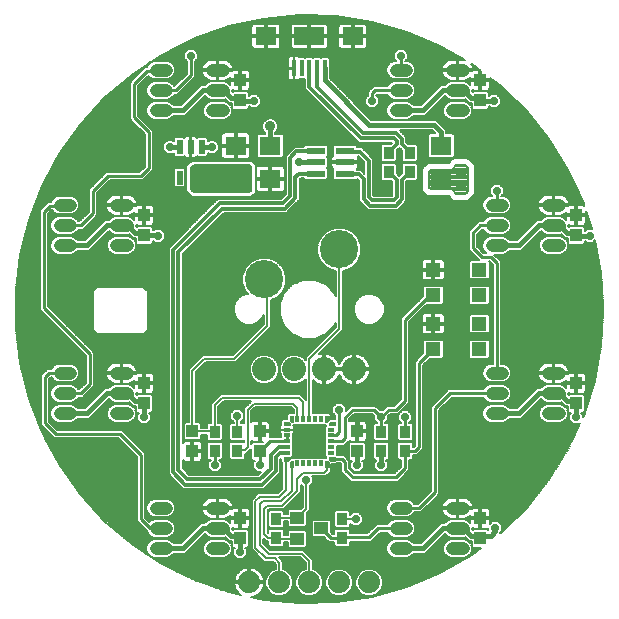
<source format=gtl>
G75*
%MOIN*%
%OFA0B0*%
%FSLAX25Y25*%
%IPPOS*%
%LPD*%
%AMOC8*
5,1,8,0,0,1.08239X$1,22.5*
%
%ADD10C,0.08000*%
%ADD11C,0.12700*%
%ADD12R,0.01575X0.05512*%
%ADD13R,0.07087X0.05906*%
%ADD14R,0.09843X0.05906*%
%ADD15C,0.04331*%
%ADD16R,0.07098X0.06299*%
%ADD17R,0.06400X0.02400*%
%ADD18R,0.07087X0.06299*%
%ADD19R,0.03937X0.04331*%
%ADD20R,0.03543X0.04134*%
%ADD21R,0.05118X0.04528*%
%ADD22R,0.02165X0.04724*%
%ADD23C,0.07400*%
%ADD24R,0.01378X0.01181*%
%ADD25R,0.02165X0.01181*%
%ADD26R,0.01181X0.01378*%
%ADD27R,0.01181X0.02165*%
%ADD28C,0.00000*%
%ADD29C,0.00001*%
%ADD30R,0.04500X0.04000*%
%ADD31C,0.00600*%
%ADD32C,0.03369*%
%ADD33C,0.02778*%
%ADD34C,0.01600*%
%ADD35C,0.17000*%
%ADD36C,0.03565*%
%ADD37C,0.00800*%
%ADD38C,0.01000*%
%ADD39C,0.01200*%
D10*
X0088300Y0083300D03*
X0098300Y0083300D03*
X0108300Y0083300D03*
X0118300Y0083300D03*
D11*
X0088300Y0113300D03*
X0113300Y0123300D03*
D12*
X0108418Y0183670D03*
X0105859Y0183670D03*
X0103300Y0183670D03*
X0100741Y0183670D03*
X0098182Y0183670D03*
D13*
X0088812Y0194300D03*
X0117788Y0194300D03*
D14*
X0103300Y0194300D03*
D15*
X0132079Y0182993D02*
X0135623Y0182993D01*
X0132079Y0182993D02*
X0132079Y0182993D01*
X0135623Y0182993D01*
X0135623Y0182993D01*
X0135623Y0176300D02*
X0132079Y0176300D01*
X0132079Y0176300D01*
X0135623Y0176300D01*
X0135623Y0176300D01*
X0135623Y0169607D02*
X0132079Y0169607D01*
X0132079Y0169607D01*
X0135623Y0169607D01*
X0135623Y0169607D01*
X0150977Y0169607D02*
X0154521Y0169607D01*
X0150977Y0169607D02*
X0150977Y0169607D01*
X0154521Y0169607D01*
X0154521Y0169607D01*
X0154521Y0176300D02*
X0150977Y0176300D01*
X0150977Y0176300D01*
X0154521Y0176300D01*
X0154521Y0176300D01*
X0154521Y0182993D02*
X0150977Y0182993D01*
X0150977Y0182993D01*
X0154521Y0182993D01*
X0154521Y0182993D01*
X0164079Y0137993D02*
X0167623Y0137993D01*
X0164079Y0137993D02*
X0164079Y0137993D01*
X0167623Y0137993D01*
X0167623Y0137993D01*
X0167623Y0131300D02*
X0164079Y0131300D01*
X0164079Y0131300D01*
X0167623Y0131300D01*
X0167623Y0131300D01*
X0167623Y0124607D02*
X0164079Y0124607D01*
X0164079Y0124607D01*
X0167623Y0124607D01*
X0167623Y0124607D01*
X0182977Y0124607D02*
X0186521Y0124607D01*
X0182977Y0124607D02*
X0182977Y0124607D01*
X0186521Y0124607D01*
X0186521Y0124607D01*
X0186521Y0131300D02*
X0182977Y0131300D01*
X0182977Y0131300D01*
X0186521Y0131300D01*
X0186521Y0131300D01*
X0186521Y0137993D02*
X0182977Y0137993D01*
X0182977Y0137993D01*
X0186521Y0137993D01*
X0186521Y0137993D01*
X0186521Y0081993D02*
X0182977Y0081993D01*
X0182977Y0081993D01*
X0186521Y0081993D01*
X0186521Y0081993D01*
X0186521Y0075300D02*
X0182977Y0075300D01*
X0182977Y0075300D01*
X0186521Y0075300D01*
X0186521Y0075300D01*
X0186521Y0068607D02*
X0182977Y0068607D01*
X0182977Y0068607D01*
X0186521Y0068607D01*
X0186521Y0068607D01*
X0167623Y0068607D02*
X0164079Y0068607D01*
X0164079Y0068607D01*
X0167623Y0068607D01*
X0167623Y0068607D01*
X0167623Y0075300D02*
X0164079Y0075300D01*
X0164079Y0075300D01*
X0167623Y0075300D01*
X0167623Y0075300D01*
X0167623Y0081993D02*
X0164079Y0081993D01*
X0164079Y0081993D01*
X0167623Y0081993D01*
X0167623Y0081993D01*
X0154521Y0036993D02*
X0150977Y0036993D01*
X0150977Y0036993D01*
X0154521Y0036993D01*
X0154521Y0036993D01*
X0154521Y0030300D02*
X0150977Y0030300D01*
X0150977Y0030300D01*
X0154521Y0030300D01*
X0154521Y0030300D01*
X0154521Y0023607D02*
X0150977Y0023607D01*
X0150977Y0023607D01*
X0154521Y0023607D01*
X0154521Y0023607D01*
X0135623Y0023607D02*
X0132079Y0023607D01*
X0132079Y0023607D01*
X0135623Y0023607D01*
X0135623Y0023607D01*
X0135623Y0030300D02*
X0132079Y0030300D01*
X0132079Y0030300D01*
X0135623Y0030300D01*
X0135623Y0030300D01*
X0135623Y0036993D02*
X0132079Y0036993D01*
X0132079Y0036993D01*
X0135623Y0036993D01*
X0135623Y0036993D01*
X0074521Y0036993D02*
X0070977Y0036993D01*
X0070977Y0036993D01*
X0074521Y0036993D01*
X0074521Y0036993D01*
X0074521Y0030300D02*
X0070977Y0030300D01*
X0070977Y0030300D01*
X0074521Y0030300D01*
X0074521Y0030300D01*
X0074521Y0023607D02*
X0070977Y0023607D01*
X0070977Y0023607D01*
X0074521Y0023607D01*
X0074521Y0023607D01*
X0055623Y0023607D02*
X0052079Y0023607D01*
X0052079Y0023607D01*
X0055623Y0023607D01*
X0055623Y0023607D01*
X0055623Y0030300D02*
X0052079Y0030300D01*
X0052079Y0030300D01*
X0055623Y0030300D01*
X0055623Y0030300D01*
X0055623Y0036993D02*
X0052079Y0036993D01*
X0052079Y0036993D01*
X0055623Y0036993D01*
X0055623Y0036993D01*
X0042521Y0068607D02*
X0038977Y0068607D01*
X0038977Y0068607D01*
X0042521Y0068607D01*
X0042521Y0068607D01*
X0042521Y0075300D02*
X0038977Y0075300D01*
X0038977Y0075300D01*
X0042521Y0075300D01*
X0042521Y0075300D01*
X0042521Y0081993D02*
X0038977Y0081993D01*
X0038977Y0081993D01*
X0042521Y0081993D01*
X0042521Y0081993D01*
X0023623Y0081993D02*
X0020079Y0081993D01*
X0020079Y0081993D01*
X0023623Y0081993D01*
X0023623Y0081993D01*
X0023623Y0075300D02*
X0020079Y0075300D01*
X0020079Y0075300D01*
X0023623Y0075300D01*
X0023623Y0075300D01*
X0023623Y0068607D02*
X0020079Y0068607D01*
X0020079Y0068607D01*
X0023623Y0068607D01*
X0023623Y0068607D01*
X0023623Y0124607D02*
X0020079Y0124607D01*
X0020079Y0124607D01*
X0023623Y0124607D01*
X0023623Y0124607D01*
X0023623Y0131300D02*
X0020079Y0131300D01*
X0020079Y0131300D01*
X0023623Y0131300D01*
X0023623Y0131300D01*
X0023623Y0137993D02*
X0020079Y0137993D01*
X0020079Y0137993D01*
X0023623Y0137993D01*
X0023623Y0137993D01*
X0038977Y0137993D02*
X0042521Y0137993D01*
X0038977Y0137993D02*
X0038977Y0137993D01*
X0042521Y0137993D01*
X0042521Y0137993D01*
X0042521Y0131300D02*
X0038977Y0131300D01*
X0038977Y0131300D01*
X0042521Y0131300D01*
X0042521Y0131300D01*
X0042521Y0124607D02*
X0038977Y0124607D01*
X0038977Y0124607D01*
X0042521Y0124607D01*
X0042521Y0124607D01*
X0052079Y0169607D02*
X0055623Y0169607D01*
X0052079Y0169607D02*
X0052079Y0169607D01*
X0055623Y0169607D01*
X0055623Y0169607D01*
X0055623Y0176300D02*
X0052079Y0176300D01*
X0052079Y0176300D01*
X0055623Y0176300D01*
X0055623Y0176300D01*
X0055623Y0182993D02*
X0052079Y0182993D01*
X0052079Y0182993D01*
X0055623Y0182993D01*
X0055623Y0182993D01*
X0070977Y0182993D02*
X0074521Y0182993D01*
X0070977Y0182993D02*
X0070977Y0182993D01*
X0074521Y0182993D01*
X0074521Y0182993D01*
X0074521Y0176300D02*
X0070977Y0176300D01*
X0070977Y0176300D01*
X0074521Y0176300D01*
X0074521Y0176300D01*
X0074521Y0169607D02*
X0070977Y0169607D01*
X0070977Y0169607D01*
X0074521Y0169607D01*
X0074521Y0169607D01*
D16*
X0147300Y0157898D03*
X0147300Y0146702D03*
D17*
X0115200Y0148560D03*
X0115200Y0152300D03*
X0115200Y0156040D03*
X0105400Y0156040D03*
X0105400Y0152300D03*
X0105400Y0148560D03*
D18*
X0090300Y0146788D03*
X0090300Y0157812D03*
X0078800Y0157812D03*
X0078800Y0146788D03*
D19*
X0080300Y0172954D03*
X0080300Y0179646D03*
X0048300Y0134646D03*
X0048300Y0127954D03*
X0048300Y0078646D03*
X0048300Y0071954D03*
X0064300Y0062646D03*
X0064300Y0055954D03*
X0086800Y0055954D03*
X0086800Y0062646D03*
X0080300Y0033646D03*
X0080300Y0026954D03*
X0119300Y0055954D03*
X0119300Y0062646D03*
X0160300Y0033646D03*
X0160300Y0026954D03*
X0192300Y0071954D03*
X0192300Y0078646D03*
X0192300Y0127954D03*
X0192300Y0134646D03*
X0160300Y0172954D03*
X0160300Y0179646D03*
D20*
X0136800Y0155450D03*
X0136800Y0149150D03*
X0129800Y0149150D03*
X0129800Y0155450D03*
X0127300Y0062450D03*
X0127300Y0056150D03*
X0135300Y0056150D03*
X0135300Y0062450D03*
X0114300Y0033450D03*
X0114300Y0027150D03*
X0092300Y0027150D03*
X0092300Y0033450D03*
X0079300Y0056150D03*
X0079300Y0062450D03*
X0071800Y0062450D03*
X0071800Y0056150D03*
D21*
X0144623Y0090068D03*
X0144623Y0098532D03*
X0144623Y0108068D03*
X0144623Y0116532D03*
X0159977Y0116532D03*
X0159977Y0108068D03*
X0159977Y0098532D03*
X0159977Y0090068D03*
D22*
X0067540Y0147181D03*
X0060060Y0147181D03*
X0060060Y0157419D03*
X0063800Y0157419D03*
X0067540Y0157419D03*
D23*
X0083300Y0012300D03*
X0093300Y0012300D03*
X0103300Y0012300D03*
X0113300Y0012300D03*
X0123300Y0012300D03*
D24*
X0111076Y0053394D03*
X0111076Y0065206D03*
X0095524Y0065206D03*
X0095524Y0053394D03*
D25*
X0095918Y0055363D03*
X0095918Y0057331D03*
X0095918Y0059300D03*
X0095918Y0061269D03*
X0095918Y0063237D03*
X0110682Y0063237D03*
X0110682Y0061269D03*
X0110682Y0059300D03*
X0110682Y0057331D03*
X0110682Y0055363D03*
D26*
X0109206Y0051524D03*
X0097394Y0051524D03*
X0097394Y0067076D03*
X0109206Y0067076D03*
D27*
X0107237Y0066682D03*
X0105269Y0066682D03*
X0103300Y0066682D03*
X0101331Y0066682D03*
X0099363Y0066682D03*
X0099363Y0051918D03*
X0101331Y0051918D03*
X0103300Y0051918D03*
X0105269Y0051918D03*
X0107237Y0051918D03*
D28*
X0108615Y0052804D02*
X0108615Y0050835D01*
X0109796Y0050835D01*
X0109796Y0052213D01*
X0109206Y0052804D01*
X0108615Y0052804D01*
X0109796Y0053394D02*
X0109796Y0053985D01*
X0111765Y0053985D01*
X0111765Y0052804D01*
X0110387Y0052804D01*
X0109796Y0053394D01*
X0109796Y0064615D02*
X0111765Y0064615D01*
X0111765Y0065796D01*
X0110387Y0065796D01*
X0109796Y0065206D01*
X0109796Y0064615D01*
X0109206Y0065796D02*
X0109796Y0066387D01*
X0109796Y0067765D01*
X0108615Y0067765D01*
X0108615Y0065796D01*
X0109206Y0065796D01*
X0097985Y0065796D02*
X0097985Y0067765D01*
X0096804Y0067765D01*
X0096804Y0066387D01*
X0097394Y0065796D01*
X0097985Y0065796D01*
X0096804Y0065206D02*
X0096804Y0064615D01*
X0094835Y0064615D01*
X0094835Y0065796D01*
X0096213Y0065796D01*
X0096804Y0065206D01*
X0096804Y0053985D02*
X0094835Y0053985D01*
X0094835Y0052804D01*
X0096213Y0052804D01*
X0096804Y0053394D01*
X0096804Y0053985D01*
X0097394Y0052804D02*
X0096804Y0052213D01*
X0096804Y0050835D01*
X0097985Y0050835D01*
X0097985Y0052804D01*
X0097394Y0052804D01*
D29*
X0097394Y0052803D02*
X0097985Y0052803D01*
X0097985Y0052802D02*
X0097393Y0052802D01*
X0097392Y0052801D02*
X0097985Y0052801D01*
X0097985Y0052800D02*
X0097391Y0052800D01*
X0097390Y0052799D02*
X0097985Y0052799D01*
X0097985Y0052798D02*
X0097389Y0052798D01*
X0097388Y0052797D02*
X0097985Y0052797D01*
X0097985Y0052796D02*
X0097387Y0052796D01*
X0097386Y0052795D02*
X0097985Y0052795D01*
X0097985Y0052794D02*
X0097385Y0052794D01*
X0097384Y0052793D02*
X0097985Y0052793D01*
X0097985Y0052792D02*
X0097383Y0052792D01*
X0097382Y0052791D02*
X0097985Y0052791D01*
X0097985Y0052790D02*
X0097381Y0052790D01*
X0097380Y0052789D02*
X0097985Y0052789D01*
X0097985Y0052788D02*
X0097379Y0052788D01*
X0097378Y0052787D02*
X0097985Y0052787D01*
X0097985Y0052786D02*
X0097377Y0052786D01*
X0097376Y0052785D02*
X0097985Y0052785D01*
X0097985Y0052784D02*
X0097375Y0052784D01*
X0097374Y0052783D02*
X0097985Y0052783D01*
X0097985Y0052782D02*
X0097373Y0052782D01*
X0097372Y0052781D02*
X0097985Y0052781D01*
X0097985Y0052780D02*
X0097371Y0052780D01*
X0097370Y0052779D02*
X0097985Y0052779D01*
X0097985Y0052778D02*
X0097369Y0052778D01*
X0097368Y0052777D02*
X0097985Y0052777D01*
X0097985Y0052776D02*
X0097367Y0052776D01*
X0097366Y0052775D02*
X0097985Y0052775D01*
X0097985Y0052774D02*
X0097365Y0052774D01*
X0097364Y0052773D02*
X0097985Y0052773D01*
X0097985Y0052772D02*
X0097363Y0052772D01*
X0097362Y0052771D02*
X0097985Y0052771D01*
X0097985Y0052770D02*
X0097361Y0052770D01*
X0097360Y0052769D02*
X0097985Y0052769D01*
X0097359Y0052769D01*
X0097358Y0052768D02*
X0097985Y0052768D01*
X0097985Y0052767D02*
X0097357Y0052767D01*
X0097356Y0052766D02*
X0097985Y0052766D01*
X0097985Y0052765D02*
X0097355Y0052765D01*
X0097354Y0052764D02*
X0097985Y0052764D01*
X0097985Y0052763D02*
X0097353Y0052763D01*
X0097352Y0052762D02*
X0097985Y0052762D01*
X0097985Y0052761D02*
X0097351Y0052761D01*
X0097350Y0052760D02*
X0097985Y0052760D01*
X0097985Y0052759D02*
X0097349Y0052759D01*
X0097348Y0052758D02*
X0097985Y0052758D01*
X0097985Y0052757D02*
X0097347Y0052757D01*
X0097346Y0052756D02*
X0097985Y0052756D01*
X0097985Y0052755D02*
X0097345Y0052755D01*
X0097344Y0052754D02*
X0097985Y0052754D01*
X0097985Y0052753D02*
X0097343Y0052753D01*
X0097342Y0052752D02*
X0097985Y0052752D01*
X0097985Y0052751D02*
X0097341Y0052751D01*
X0097340Y0052750D02*
X0097985Y0052750D01*
X0097985Y0052749D02*
X0097339Y0052749D01*
X0097338Y0052748D02*
X0097985Y0052748D01*
X0097985Y0052747D02*
X0097337Y0052747D01*
X0097336Y0052746D02*
X0097985Y0052746D01*
X0097985Y0052745D02*
X0097335Y0052745D01*
X0097334Y0052744D02*
X0097985Y0052744D01*
X0097985Y0052743D02*
X0097333Y0052743D01*
X0097332Y0052742D02*
X0097985Y0052742D01*
X0097985Y0052741D02*
X0097331Y0052741D01*
X0097331Y0052740D02*
X0097985Y0052740D01*
X0097985Y0052739D02*
X0097330Y0052739D01*
X0097329Y0052738D02*
X0097985Y0052738D01*
X0097985Y0052737D02*
X0097328Y0052737D01*
X0097327Y0052736D02*
X0097985Y0052736D01*
X0097985Y0052735D02*
X0097326Y0052735D01*
X0097325Y0052734D02*
X0097985Y0052734D01*
X0097985Y0052733D02*
X0097324Y0052733D01*
X0097323Y0052732D02*
X0097985Y0052732D01*
X0097985Y0052731D02*
X0097322Y0052731D01*
X0097321Y0052730D02*
X0097985Y0052730D01*
X0097985Y0052729D02*
X0097320Y0052729D01*
X0097319Y0052728D02*
X0097985Y0052728D01*
X0097985Y0052727D02*
X0097318Y0052727D01*
X0097317Y0052726D02*
X0097985Y0052726D01*
X0097985Y0052725D02*
X0097316Y0052725D01*
X0097315Y0052724D02*
X0097985Y0052724D01*
X0097985Y0052723D02*
X0097314Y0052723D01*
X0097313Y0052722D02*
X0097985Y0052722D01*
X0097985Y0052721D02*
X0097312Y0052721D01*
X0097311Y0052720D02*
X0097985Y0052720D01*
X0097985Y0052719D02*
X0097310Y0052719D01*
X0097309Y0052718D02*
X0097985Y0052718D01*
X0097985Y0052717D02*
X0097308Y0052717D01*
X0097307Y0052716D02*
X0097985Y0052716D01*
X0097985Y0052715D02*
X0097306Y0052715D01*
X0097305Y0052714D02*
X0097985Y0052714D01*
X0097985Y0052713D02*
X0097304Y0052713D01*
X0097303Y0052712D02*
X0097985Y0052712D01*
X0097985Y0052711D02*
X0097302Y0052711D01*
X0097301Y0052710D02*
X0097985Y0052710D01*
X0097985Y0052709D02*
X0097300Y0052709D01*
X0097299Y0052708D02*
X0097985Y0052708D01*
X0097985Y0052707D02*
X0097298Y0052707D01*
X0097297Y0052706D02*
X0097985Y0052706D01*
X0097296Y0052706D01*
X0097295Y0052705D02*
X0097985Y0052705D01*
X0097985Y0052704D02*
X0097294Y0052704D01*
X0097293Y0052703D02*
X0097985Y0052703D01*
X0097985Y0052702D02*
X0097292Y0052702D01*
X0097291Y0052701D02*
X0097985Y0052701D01*
X0097985Y0052700D02*
X0097290Y0052700D01*
X0097289Y0052699D02*
X0097985Y0052699D01*
X0097985Y0052698D02*
X0097288Y0052698D01*
X0097287Y0052697D02*
X0097985Y0052697D01*
X0097985Y0052696D02*
X0097286Y0052696D01*
X0097285Y0052695D02*
X0097985Y0052695D01*
X0097985Y0052694D02*
X0097284Y0052694D01*
X0097283Y0052693D02*
X0097985Y0052693D01*
X0097985Y0052692D02*
X0097282Y0052692D01*
X0097281Y0052691D02*
X0097985Y0052691D01*
X0097985Y0052690D02*
X0097280Y0052690D01*
X0097279Y0052689D02*
X0097985Y0052689D01*
X0097985Y0052688D02*
X0097278Y0052688D01*
X0097277Y0052687D02*
X0097985Y0052687D01*
X0097985Y0052686D02*
X0097276Y0052686D01*
X0097275Y0052685D02*
X0097985Y0052685D01*
X0097985Y0052684D02*
X0097274Y0052684D01*
X0097273Y0052683D02*
X0097985Y0052683D01*
X0097985Y0052682D02*
X0097272Y0052682D01*
X0097271Y0052681D02*
X0097985Y0052681D01*
X0097985Y0052680D02*
X0097270Y0052680D01*
X0097269Y0052679D02*
X0097985Y0052679D01*
X0097985Y0052678D02*
X0097269Y0052678D01*
X0097268Y0052677D02*
X0097985Y0052677D01*
X0097985Y0052676D02*
X0097267Y0052676D01*
X0097266Y0052675D02*
X0097985Y0052675D01*
X0097985Y0052674D02*
X0097265Y0052674D01*
X0097264Y0052673D02*
X0097985Y0052673D01*
X0097985Y0052672D02*
X0097263Y0052672D01*
X0097262Y0052671D02*
X0097985Y0052671D01*
X0097985Y0052670D02*
X0097261Y0052670D01*
X0097260Y0052669D02*
X0097985Y0052669D01*
X0097985Y0052668D02*
X0097259Y0052668D01*
X0097258Y0052667D02*
X0097985Y0052667D01*
X0097985Y0052666D02*
X0097257Y0052666D01*
X0097256Y0052665D02*
X0097985Y0052665D01*
X0097985Y0052664D02*
X0097255Y0052664D01*
X0097254Y0052663D02*
X0097985Y0052663D01*
X0097985Y0052662D02*
X0097253Y0052662D01*
X0097252Y0052661D02*
X0097985Y0052661D01*
X0097985Y0052660D02*
X0097251Y0052660D01*
X0097250Y0052659D02*
X0097985Y0052659D01*
X0097985Y0052658D02*
X0097249Y0052658D01*
X0097248Y0052657D02*
X0097985Y0052657D01*
X0097985Y0052656D02*
X0097247Y0052656D01*
X0097246Y0052655D02*
X0097985Y0052655D01*
X0097985Y0052654D02*
X0097245Y0052654D01*
X0097244Y0052653D02*
X0097985Y0052653D01*
X0097985Y0052652D02*
X0097243Y0052652D01*
X0097242Y0052651D02*
X0097985Y0052651D01*
X0097985Y0052650D02*
X0097241Y0052650D01*
X0097240Y0052649D02*
X0097985Y0052649D01*
X0097985Y0052648D02*
X0097239Y0052648D01*
X0097238Y0052647D02*
X0097985Y0052647D01*
X0097985Y0052646D02*
X0097237Y0052646D01*
X0097236Y0052645D02*
X0097985Y0052645D01*
X0097985Y0052644D02*
X0097235Y0052644D01*
X0097234Y0052644D02*
X0097985Y0052644D01*
X0097985Y0052643D02*
X0097233Y0052643D01*
X0097232Y0052642D02*
X0097985Y0052642D01*
X0097985Y0052641D02*
X0097231Y0052641D01*
X0097230Y0052640D02*
X0097985Y0052640D01*
X0097985Y0052639D02*
X0097229Y0052639D01*
X0097228Y0052638D02*
X0097985Y0052638D01*
X0097985Y0052637D02*
X0097227Y0052637D01*
X0097226Y0052636D02*
X0097985Y0052636D01*
X0097985Y0052635D02*
X0097225Y0052635D01*
X0097224Y0052634D02*
X0097985Y0052634D01*
X0097985Y0052633D02*
X0097223Y0052633D01*
X0097222Y0052632D02*
X0097985Y0052632D01*
X0097985Y0052631D02*
X0097221Y0052631D01*
X0097220Y0052630D02*
X0097985Y0052630D01*
X0097985Y0052629D02*
X0097219Y0052629D01*
X0097218Y0052628D02*
X0097985Y0052628D01*
X0097985Y0052627D02*
X0097217Y0052627D01*
X0097216Y0052626D02*
X0097985Y0052626D01*
X0097985Y0052625D02*
X0097215Y0052625D01*
X0097214Y0052624D02*
X0097985Y0052624D01*
X0097985Y0052623D02*
X0097213Y0052623D01*
X0097212Y0052622D02*
X0097985Y0052622D01*
X0097985Y0052621D02*
X0097211Y0052621D01*
X0097210Y0052620D02*
X0097985Y0052620D01*
X0097985Y0052619D02*
X0097209Y0052619D01*
X0097208Y0052618D02*
X0097985Y0052618D01*
X0097985Y0052617D02*
X0097207Y0052617D01*
X0097206Y0052616D02*
X0097985Y0052616D01*
X0097985Y0052615D02*
X0097206Y0052615D01*
X0097205Y0052614D02*
X0097985Y0052614D01*
X0097985Y0052613D02*
X0097204Y0052613D01*
X0097203Y0052612D02*
X0097985Y0052612D01*
X0097985Y0052611D02*
X0097202Y0052611D01*
X0097201Y0052610D02*
X0097985Y0052610D01*
X0097985Y0052609D02*
X0097200Y0052609D01*
X0097199Y0052608D02*
X0097985Y0052608D01*
X0097985Y0052607D02*
X0097198Y0052607D01*
X0097197Y0052606D02*
X0097985Y0052606D01*
X0097985Y0052605D02*
X0097196Y0052605D01*
X0097195Y0052604D02*
X0097985Y0052604D01*
X0097985Y0052603D02*
X0097194Y0052603D01*
X0097193Y0052602D02*
X0097985Y0052602D01*
X0097985Y0052601D02*
X0097192Y0052601D01*
X0097191Y0052600D02*
X0097985Y0052600D01*
X0097985Y0052599D02*
X0097190Y0052599D01*
X0097189Y0052598D02*
X0097985Y0052598D01*
X0097985Y0052597D02*
X0097188Y0052597D01*
X0097187Y0052596D02*
X0097985Y0052596D01*
X0097985Y0052595D02*
X0097186Y0052595D01*
X0097185Y0052594D02*
X0097985Y0052594D01*
X0097985Y0052593D02*
X0097184Y0052593D01*
X0097183Y0052592D02*
X0097985Y0052592D01*
X0097985Y0052591D02*
X0097182Y0052591D01*
X0097181Y0052590D02*
X0097985Y0052590D01*
X0097985Y0052589D02*
X0097180Y0052589D01*
X0097179Y0052588D02*
X0097985Y0052588D01*
X0097985Y0052587D02*
X0097178Y0052587D01*
X0097177Y0052586D02*
X0097985Y0052586D01*
X0097985Y0052585D02*
X0097176Y0052585D01*
X0097175Y0052584D02*
X0097985Y0052584D01*
X0097985Y0052583D02*
X0097174Y0052583D01*
X0097173Y0052582D02*
X0097985Y0052582D01*
X0097985Y0052581D02*
X0097172Y0052581D01*
X0097171Y0052581D02*
X0097985Y0052581D01*
X0097985Y0052580D02*
X0097170Y0052580D01*
X0097169Y0052579D02*
X0097985Y0052579D01*
X0097985Y0052578D02*
X0097168Y0052578D01*
X0097167Y0052577D02*
X0097985Y0052577D01*
X0097985Y0052576D02*
X0097166Y0052576D01*
X0097165Y0052575D02*
X0097985Y0052575D01*
X0097985Y0052574D02*
X0097164Y0052574D01*
X0097163Y0052573D02*
X0097985Y0052573D01*
X0097985Y0052572D02*
X0097162Y0052572D01*
X0097161Y0052571D02*
X0097985Y0052571D01*
X0097985Y0052570D02*
X0097160Y0052570D01*
X0097159Y0052569D02*
X0097985Y0052569D01*
X0097985Y0052568D02*
X0097158Y0052568D01*
X0097157Y0052567D02*
X0097985Y0052567D01*
X0097985Y0052566D02*
X0097156Y0052566D01*
X0097155Y0052565D02*
X0097985Y0052565D01*
X0097985Y0052564D02*
X0097154Y0052564D01*
X0097153Y0052563D02*
X0097985Y0052563D01*
X0097985Y0052562D02*
X0097152Y0052562D01*
X0097151Y0052561D02*
X0097985Y0052561D01*
X0097985Y0052560D02*
X0097150Y0052560D01*
X0097149Y0052559D02*
X0097985Y0052559D01*
X0097985Y0052558D02*
X0097148Y0052558D01*
X0097147Y0052557D02*
X0097985Y0052557D01*
X0097985Y0052556D02*
X0097146Y0052556D01*
X0097145Y0052555D02*
X0097985Y0052555D01*
X0097985Y0052554D02*
X0097144Y0052554D01*
X0097144Y0052553D02*
X0097985Y0052553D01*
X0097985Y0052552D02*
X0097143Y0052552D01*
X0097142Y0052551D02*
X0097985Y0052551D01*
X0097985Y0052550D02*
X0097141Y0052550D01*
X0097140Y0052549D02*
X0097985Y0052549D01*
X0097985Y0052548D02*
X0097139Y0052548D01*
X0097138Y0052547D02*
X0097985Y0052547D01*
X0097985Y0052546D02*
X0097137Y0052546D01*
X0097136Y0052545D02*
X0097985Y0052545D01*
X0097985Y0052544D02*
X0097135Y0052544D01*
X0097134Y0052543D02*
X0097985Y0052543D01*
X0097985Y0052542D02*
X0097133Y0052542D01*
X0097132Y0052541D02*
X0097985Y0052541D01*
X0097985Y0052540D02*
X0097131Y0052540D01*
X0097130Y0052539D02*
X0097985Y0052539D01*
X0097985Y0052538D02*
X0097129Y0052538D01*
X0097128Y0052537D02*
X0097985Y0052537D01*
X0097985Y0052536D02*
X0097127Y0052536D01*
X0097126Y0052535D02*
X0097985Y0052535D01*
X0097985Y0052534D02*
X0097125Y0052534D01*
X0097124Y0052533D02*
X0097985Y0052533D01*
X0097985Y0052532D02*
X0097123Y0052532D01*
X0097122Y0052531D02*
X0097985Y0052531D01*
X0097985Y0052530D02*
X0097121Y0052530D01*
X0097120Y0052529D02*
X0097985Y0052529D01*
X0097985Y0052528D02*
X0097119Y0052528D01*
X0097118Y0052527D02*
X0097985Y0052527D01*
X0097985Y0052526D02*
X0097117Y0052526D01*
X0097116Y0052525D02*
X0097985Y0052525D01*
X0097985Y0052524D02*
X0097115Y0052524D01*
X0097114Y0052523D02*
X0097985Y0052523D01*
X0097985Y0052522D02*
X0097113Y0052522D01*
X0097112Y0052521D02*
X0097985Y0052521D01*
X0097985Y0052520D02*
X0097111Y0052520D01*
X0097110Y0052519D02*
X0097985Y0052519D01*
X0097109Y0052519D01*
X0097108Y0052518D02*
X0097985Y0052518D01*
X0097985Y0052517D02*
X0097107Y0052517D01*
X0097106Y0052516D02*
X0097985Y0052516D01*
X0097985Y0052515D02*
X0097105Y0052515D01*
X0097104Y0052514D02*
X0097985Y0052514D01*
X0097985Y0052513D02*
X0097103Y0052513D01*
X0097102Y0052512D02*
X0097985Y0052512D01*
X0097985Y0052511D02*
X0097101Y0052511D01*
X0097100Y0052510D02*
X0097985Y0052510D01*
X0097985Y0052509D02*
X0097099Y0052509D01*
X0097098Y0052508D02*
X0097985Y0052508D01*
X0097985Y0052507D02*
X0097097Y0052507D01*
X0097096Y0052506D02*
X0097985Y0052506D01*
X0097985Y0052505D02*
X0097095Y0052505D01*
X0097094Y0052504D02*
X0097985Y0052504D01*
X0097985Y0052503D02*
X0097093Y0052503D01*
X0097092Y0052502D02*
X0097985Y0052502D01*
X0097985Y0052501D02*
X0097091Y0052501D01*
X0097090Y0052500D02*
X0097985Y0052500D01*
X0097985Y0052499D02*
X0097089Y0052499D01*
X0097088Y0052498D02*
X0097985Y0052498D01*
X0097985Y0052497D02*
X0097087Y0052497D01*
X0097086Y0052496D02*
X0097985Y0052496D01*
X0097985Y0052495D02*
X0097085Y0052495D01*
X0097084Y0052494D02*
X0097985Y0052494D01*
X0097985Y0052493D02*
X0097083Y0052493D01*
X0097082Y0052492D02*
X0097985Y0052492D01*
X0097985Y0052491D02*
X0097081Y0052491D01*
X0097081Y0052490D02*
X0097985Y0052490D01*
X0097985Y0052489D02*
X0097080Y0052489D01*
X0097079Y0052488D02*
X0097985Y0052488D01*
X0097985Y0052487D02*
X0097078Y0052487D01*
X0097077Y0052486D02*
X0097985Y0052486D01*
X0097985Y0052485D02*
X0097076Y0052485D01*
X0097075Y0052484D02*
X0097985Y0052484D01*
X0097985Y0052483D02*
X0097074Y0052483D01*
X0097073Y0052482D02*
X0097985Y0052482D01*
X0097985Y0052481D02*
X0097072Y0052481D01*
X0097071Y0052480D02*
X0097985Y0052480D01*
X0097985Y0052479D02*
X0097070Y0052479D01*
X0097069Y0052478D02*
X0097985Y0052478D01*
X0097985Y0052477D02*
X0097068Y0052477D01*
X0097067Y0052476D02*
X0097985Y0052476D01*
X0097985Y0052475D02*
X0097066Y0052475D01*
X0097065Y0052474D02*
X0097985Y0052474D01*
X0097985Y0052473D02*
X0097064Y0052473D01*
X0097063Y0052472D02*
X0097985Y0052472D01*
X0097985Y0052471D02*
X0097062Y0052471D01*
X0097061Y0052470D02*
X0097985Y0052470D01*
X0097985Y0052469D02*
X0097060Y0052469D01*
X0097059Y0052468D02*
X0097985Y0052468D01*
X0097985Y0052467D02*
X0097058Y0052467D01*
X0097057Y0052466D02*
X0097985Y0052466D01*
X0097985Y0052465D02*
X0097056Y0052465D01*
X0097055Y0052464D02*
X0097985Y0052464D01*
X0097985Y0052463D02*
X0097054Y0052463D01*
X0097053Y0052462D02*
X0097985Y0052462D01*
X0097985Y0052461D02*
X0097052Y0052461D01*
X0097051Y0052460D02*
X0097985Y0052460D01*
X0097985Y0052459D02*
X0097050Y0052459D01*
X0097049Y0052458D02*
X0097985Y0052458D01*
X0097985Y0052457D02*
X0097048Y0052457D01*
X0097047Y0052456D02*
X0097985Y0052456D01*
X0097046Y0052456D01*
X0097045Y0052455D02*
X0097985Y0052455D01*
X0097985Y0052454D02*
X0097044Y0052454D01*
X0097043Y0052453D02*
X0097985Y0052453D01*
X0097985Y0052452D02*
X0097042Y0052452D01*
X0097041Y0052451D02*
X0097985Y0052451D01*
X0097985Y0052450D02*
X0097040Y0052450D01*
X0097039Y0052449D02*
X0097985Y0052449D01*
X0097985Y0052448D02*
X0097038Y0052448D01*
X0097037Y0052447D02*
X0097985Y0052447D01*
X0097985Y0052446D02*
X0097036Y0052446D01*
X0097035Y0052445D02*
X0097985Y0052445D01*
X0097985Y0052444D02*
X0097034Y0052444D01*
X0097033Y0052443D02*
X0097985Y0052443D01*
X0097985Y0052442D02*
X0097032Y0052442D01*
X0097031Y0052441D02*
X0097985Y0052441D01*
X0097985Y0052440D02*
X0097030Y0052440D01*
X0097029Y0052439D02*
X0097985Y0052439D01*
X0097985Y0052438D02*
X0097028Y0052438D01*
X0097027Y0052437D02*
X0097985Y0052437D01*
X0097985Y0052436D02*
X0097026Y0052436D01*
X0097025Y0052435D02*
X0097985Y0052435D01*
X0097985Y0052434D02*
X0097024Y0052434D01*
X0097023Y0052433D02*
X0097985Y0052433D01*
X0097985Y0052432D02*
X0097022Y0052432D01*
X0097021Y0052431D02*
X0097985Y0052431D01*
X0097985Y0052430D02*
X0097020Y0052430D01*
X0097019Y0052429D02*
X0097985Y0052429D01*
X0097985Y0052428D02*
X0097019Y0052428D01*
X0097018Y0052427D02*
X0097985Y0052427D01*
X0097985Y0052426D02*
X0097017Y0052426D01*
X0097016Y0052425D02*
X0097985Y0052425D01*
X0097985Y0052424D02*
X0097015Y0052424D01*
X0097014Y0052423D02*
X0097985Y0052423D01*
X0097985Y0052422D02*
X0097013Y0052422D01*
X0097012Y0052421D02*
X0097985Y0052421D01*
X0097985Y0052420D02*
X0097011Y0052420D01*
X0097010Y0052419D02*
X0097985Y0052419D01*
X0097985Y0052418D02*
X0097009Y0052418D01*
X0097008Y0052417D02*
X0097985Y0052417D01*
X0097985Y0052416D02*
X0097007Y0052416D01*
X0097006Y0052415D02*
X0097985Y0052415D01*
X0097985Y0052414D02*
X0097005Y0052414D01*
X0097004Y0052413D02*
X0097985Y0052413D01*
X0097985Y0052412D02*
X0097003Y0052412D01*
X0097002Y0052411D02*
X0097985Y0052411D01*
X0097985Y0052410D02*
X0097001Y0052410D01*
X0097000Y0052409D02*
X0097985Y0052409D01*
X0097985Y0052408D02*
X0096999Y0052408D01*
X0096998Y0052407D02*
X0097985Y0052407D01*
X0097985Y0052406D02*
X0096997Y0052406D01*
X0096996Y0052405D02*
X0097985Y0052405D01*
X0097985Y0052404D02*
X0096995Y0052404D01*
X0096994Y0052403D02*
X0097985Y0052403D01*
X0097985Y0052402D02*
X0096993Y0052402D01*
X0096992Y0052401D02*
X0097985Y0052401D01*
X0097985Y0052400D02*
X0096991Y0052400D01*
X0096990Y0052399D02*
X0097985Y0052399D01*
X0097985Y0052398D02*
X0096989Y0052398D01*
X0096988Y0052397D02*
X0097985Y0052397D01*
X0097985Y0052396D02*
X0096987Y0052396D01*
X0096986Y0052395D02*
X0097985Y0052395D01*
X0097985Y0052394D02*
X0096985Y0052394D01*
X0096984Y0052394D02*
X0097985Y0052394D01*
X0097985Y0052393D02*
X0096983Y0052393D01*
X0096982Y0052392D02*
X0097985Y0052392D01*
X0097985Y0052391D02*
X0096981Y0052391D01*
X0096980Y0052390D02*
X0097985Y0052390D01*
X0097985Y0052389D02*
X0096979Y0052389D01*
X0096978Y0052388D02*
X0097985Y0052388D01*
X0097985Y0052387D02*
X0096977Y0052387D01*
X0096976Y0052386D02*
X0097985Y0052386D01*
X0097985Y0052385D02*
X0096975Y0052385D01*
X0096974Y0052384D02*
X0097985Y0052384D01*
X0097985Y0052383D02*
X0096973Y0052383D01*
X0096972Y0052382D02*
X0097985Y0052382D01*
X0097985Y0052381D02*
X0096971Y0052381D01*
X0096970Y0052380D02*
X0097985Y0052380D01*
X0097985Y0052379D02*
X0096969Y0052379D01*
X0096968Y0052378D02*
X0097985Y0052378D01*
X0097985Y0052377D02*
X0096967Y0052377D01*
X0096966Y0052376D02*
X0097985Y0052376D01*
X0097985Y0052375D02*
X0096965Y0052375D01*
X0096964Y0052374D02*
X0097985Y0052374D01*
X0097985Y0052373D02*
X0096963Y0052373D01*
X0096962Y0052372D02*
X0097985Y0052372D01*
X0097985Y0052371D02*
X0096961Y0052371D01*
X0096960Y0052370D02*
X0097985Y0052370D01*
X0097985Y0052369D02*
X0096959Y0052369D01*
X0096958Y0052368D02*
X0097985Y0052368D01*
X0097985Y0052367D02*
X0096957Y0052367D01*
X0096956Y0052366D02*
X0097985Y0052366D01*
X0097985Y0052365D02*
X0096956Y0052365D01*
X0096955Y0052364D02*
X0097985Y0052364D01*
X0097985Y0052363D02*
X0096954Y0052363D01*
X0096953Y0052362D02*
X0097985Y0052362D01*
X0097985Y0052361D02*
X0096952Y0052361D01*
X0096951Y0052360D02*
X0097985Y0052360D01*
X0097985Y0052359D02*
X0096950Y0052359D01*
X0096949Y0052358D02*
X0097985Y0052358D01*
X0097985Y0052357D02*
X0096948Y0052357D01*
X0096947Y0052356D02*
X0097985Y0052356D01*
X0097985Y0052355D02*
X0096946Y0052355D01*
X0096945Y0052354D02*
X0097985Y0052354D01*
X0097985Y0052353D02*
X0096944Y0052353D01*
X0096943Y0052352D02*
X0097985Y0052352D01*
X0097985Y0052351D02*
X0096942Y0052351D01*
X0096941Y0052350D02*
X0097985Y0052350D01*
X0097985Y0052349D02*
X0096940Y0052349D01*
X0096939Y0052348D02*
X0097985Y0052348D01*
X0097985Y0052347D02*
X0096938Y0052347D01*
X0096937Y0052346D02*
X0097985Y0052346D01*
X0097985Y0052345D02*
X0096936Y0052345D01*
X0096935Y0052344D02*
X0097985Y0052344D01*
X0097985Y0052343D02*
X0096934Y0052343D01*
X0096933Y0052342D02*
X0097985Y0052342D01*
X0097985Y0052341D02*
X0096932Y0052341D01*
X0096931Y0052340D02*
X0097985Y0052340D01*
X0097985Y0052339D02*
X0096930Y0052339D01*
X0096929Y0052338D02*
X0097985Y0052338D01*
X0097985Y0052337D02*
X0096928Y0052337D01*
X0096927Y0052336D02*
X0097985Y0052336D01*
X0097985Y0052335D02*
X0096926Y0052335D01*
X0096925Y0052334D02*
X0097985Y0052334D01*
X0097985Y0052333D02*
X0096924Y0052333D01*
X0096923Y0052332D02*
X0097985Y0052332D01*
X0097985Y0052331D02*
X0096922Y0052331D01*
X0096921Y0052331D02*
X0097985Y0052331D01*
X0097985Y0052330D02*
X0096920Y0052330D01*
X0096919Y0052329D02*
X0097985Y0052329D01*
X0097985Y0052328D02*
X0096918Y0052328D01*
X0096917Y0052327D02*
X0097985Y0052327D01*
X0097985Y0052326D02*
X0096916Y0052326D01*
X0096915Y0052325D02*
X0097985Y0052325D01*
X0097985Y0052324D02*
X0096914Y0052324D01*
X0096913Y0052323D02*
X0097985Y0052323D01*
X0097985Y0052322D02*
X0096912Y0052322D01*
X0096911Y0052321D02*
X0097985Y0052321D01*
X0097985Y0052320D02*
X0096910Y0052320D01*
X0096909Y0052319D02*
X0097985Y0052319D01*
X0097985Y0052318D02*
X0096908Y0052318D01*
X0096907Y0052317D02*
X0097985Y0052317D01*
X0097985Y0052316D02*
X0096906Y0052316D01*
X0096905Y0052315D02*
X0097985Y0052315D01*
X0097985Y0052314D02*
X0096904Y0052314D01*
X0096903Y0052313D02*
X0097985Y0052313D01*
X0097985Y0052312D02*
X0096902Y0052312D01*
X0096901Y0052311D02*
X0097985Y0052311D01*
X0097985Y0052310D02*
X0096900Y0052310D01*
X0096899Y0052309D02*
X0097985Y0052309D01*
X0097985Y0052308D02*
X0096898Y0052308D01*
X0096897Y0052307D02*
X0097985Y0052307D01*
X0097985Y0052306D02*
X0096896Y0052306D01*
X0096895Y0052305D02*
X0097985Y0052305D01*
X0097985Y0052304D02*
X0096894Y0052304D01*
X0096894Y0052303D02*
X0097985Y0052303D01*
X0097985Y0052302D02*
X0096893Y0052302D01*
X0096892Y0052301D02*
X0097985Y0052301D01*
X0097985Y0052300D02*
X0096891Y0052300D01*
X0096890Y0052299D02*
X0097985Y0052299D01*
X0097985Y0052298D02*
X0096889Y0052298D01*
X0096888Y0052297D02*
X0097985Y0052297D01*
X0097985Y0052296D02*
X0096887Y0052296D01*
X0096886Y0052295D02*
X0097985Y0052295D01*
X0097985Y0052294D02*
X0096885Y0052294D01*
X0096884Y0052293D02*
X0097985Y0052293D01*
X0097985Y0052292D02*
X0096883Y0052292D01*
X0096882Y0052291D02*
X0097985Y0052291D01*
X0097985Y0052290D02*
X0096881Y0052290D01*
X0096880Y0052289D02*
X0097985Y0052289D01*
X0097985Y0052288D02*
X0096879Y0052288D01*
X0096878Y0052287D02*
X0097985Y0052287D01*
X0097985Y0052286D02*
X0096877Y0052286D01*
X0096876Y0052285D02*
X0097985Y0052285D01*
X0097985Y0052284D02*
X0096875Y0052284D01*
X0096874Y0052283D02*
X0097985Y0052283D01*
X0097985Y0052282D02*
X0096873Y0052282D01*
X0096872Y0052281D02*
X0097985Y0052281D01*
X0097985Y0052280D02*
X0096871Y0052280D01*
X0096870Y0052279D02*
X0097985Y0052279D01*
X0097985Y0052278D02*
X0096869Y0052278D01*
X0096868Y0052277D02*
X0097985Y0052277D01*
X0097985Y0052276D02*
X0096867Y0052276D01*
X0096866Y0052275D02*
X0097985Y0052275D01*
X0097985Y0052274D02*
X0096865Y0052274D01*
X0096864Y0052273D02*
X0097985Y0052273D01*
X0097985Y0052272D02*
X0096863Y0052272D01*
X0096862Y0052271D02*
X0097985Y0052271D01*
X0097985Y0052270D02*
X0096861Y0052270D01*
X0096860Y0052269D02*
X0097985Y0052269D01*
X0096859Y0052269D01*
X0096858Y0052268D02*
X0097985Y0052268D01*
X0097985Y0052267D02*
X0096857Y0052267D01*
X0096856Y0052266D02*
X0097985Y0052266D01*
X0097985Y0052265D02*
X0096855Y0052265D01*
X0096854Y0052264D02*
X0097985Y0052264D01*
X0097985Y0052263D02*
X0096853Y0052263D01*
X0096852Y0052262D02*
X0097985Y0052262D01*
X0097985Y0052261D02*
X0096851Y0052261D01*
X0096850Y0052260D02*
X0097985Y0052260D01*
X0097985Y0052259D02*
X0096849Y0052259D01*
X0096848Y0052258D02*
X0097985Y0052258D01*
X0097985Y0052257D02*
X0096847Y0052257D01*
X0096846Y0052256D02*
X0097985Y0052256D01*
X0097985Y0052255D02*
X0096845Y0052255D01*
X0096844Y0052254D02*
X0097985Y0052254D01*
X0097985Y0052253D02*
X0096843Y0052253D01*
X0096842Y0052252D02*
X0097985Y0052252D01*
X0097985Y0052251D02*
X0096841Y0052251D01*
X0096840Y0052250D02*
X0097985Y0052250D01*
X0097985Y0052249D02*
X0096839Y0052249D01*
X0096838Y0052248D02*
X0097985Y0052248D01*
X0097985Y0052247D02*
X0096837Y0052247D01*
X0096836Y0052246D02*
X0097985Y0052246D01*
X0097985Y0052245D02*
X0096835Y0052245D01*
X0096834Y0052244D02*
X0097985Y0052244D01*
X0097985Y0052243D02*
X0096833Y0052243D01*
X0096832Y0052242D02*
X0097985Y0052242D01*
X0097985Y0052241D02*
X0096831Y0052241D01*
X0096831Y0052240D02*
X0097985Y0052240D01*
X0097985Y0052239D02*
X0096830Y0052239D01*
X0096829Y0052238D02*
X0097985Y0052238D01*
X0097985Y0052237D02*
X0096828Y0052237D01*
X0096827Y0052236D02*
X0097985Y0052236D01*
X0097985Y0052235D02*
X0096826Y0052235D01*
X0096825Y0052234D02*
X0097985Y0052234D01*
X0097985Y0052233D02*
X0096824Y0052233D01*
X0096823Y0052232D02*
X0097985Y0052232D01*
X0097985Y0052231D02*
X0096822Y0052231D01*
X0096821Y0052230D02*
X0097985Y0052230D01*
X0097985Y0052229D02*
X0096820Y0052229D01*
X0096819Y0052228D02*
X0097985Y0052228D01*
X0097985Y0052227D02*
X0096818Y0052227D01*
X0096817Y0052226D02*
X0097985Y0052226D01*
X0097985Y0052225D02*
X0096816Y0052225D01*
X0096815Y0052224D02*
X0097985Y0052224D01*
X0097985Y0052223D02*
X0096814Y0052223D01*
X0096813Y0052222D02*
X0097985Y0052222D01*
X0097985Y0052221D02*
X0096812Y0052221D01*
X0096811Y0052220D02*
X0097985Y0052220D01*
X0097985Y0052219D02*
X0096810Y0052219D01*
X0096809Y0052218D02*
X0097985Y0052218D01*
X0097985Y0052217D02*
X0096808Y0052217D01*
X0096807Y0052216D02*
X0097985Y0052216D01*
X0097985Y0052215D02*
X0096806Y0052215D01*
X0096805Y0052214D02*
X0097985Y0052214D01*
X0097985Y0052213D02*
X0096804Y0052213D01*
X0096804Y0052212D02*
X0097985Y0052212D01*
X0097985Y0052211D02*
X0096804Y0052211D01*
X0096804Y0052210D02*
X0097985Y0052210D01*
X0097985Y0052209D02*
X0096804Y0052209D01*
X0096804Y0052208D02*
X0097985Y0052208D01*
X0097985Y0052207D02*
X0096804Y0052207D01*
X0096804Y0052206D02*
X0097985Y0052206D01*
X0096804Y0052206D01*
X0096804Y0052205D02*
X0097985Y0052205D01*
X0097985Y0052204D02*
X0096804Y0052204D01*
X0096804Y0052203D02*
X0097985Y0052203D01*
X0097985Y0052202D02*
X0096804Y0052202D01*
X0096804Y0052201D02*
X0097985Y0052201D01*
X0097985Y0052200D02*
X0096804Y0052200D01*
X0096804Y0052199D02*
X0097985Y0052199D01*
X0097985Y0052198D02*
X0096804Y0052198D01*
X0096804Y0052197D02*
X0097985Y0052197D01*
X0097985Y0052196D02*
X0096804Y0052196D01*
X0096804Y0052195D02*
X0097985Y0052195D01*
X0097985Y0052194D02*
X0096804Y0052194D01*
X0096804Y0052193D02*
X0097985Y0052193D01*
X0097985Y0052192D02*
X0096804Y0052192D01*
X0096804Y0052191D02*
X0097985Y0052191D01*
X0097985Y0052190D02*
X0096804Y0052190D01*
X0096804Y0052189D02*
X0097985Y0052189D01*
X0097985Y0052188D02*
X0096804Y0052188D01*
X0096804Y0052187D02*
X0097985Y0052187D01*
X0097985Y0052186D02*
X0096804Y0052186D01*
X0096804Y0052185D02*
X0097985Y0052185D01*
X0097985Y0052184D02*
X0096804Y0052184D01*
X0096804Y0052183D02*
X0097985Y0052183D01*
X0097985Y0052182D02*
X0096804Y0052182D01*
X0096804Y0052181D02*
X0097985Y0052181D01*
X0097985Y0052180D02*
X0096804Y0052180D01*
X0096804Y0052179D02*
X0097985Y0052179D01*
X0097985Y0052178D02*
X0096804Y0052178D01*
X0096804Y0052177D02*
X0097985Y0052177D01*
X0097985Y0052176D02*
X0096804Y0052176D01*
X0096804Y0052175D02*
X0097985Y0052175D01*
X0097985Y0052174D02*
X0096804Y0052174D01*
X0096804Y0052173D02*
X0097985Y0052173D01*
X0097985Y0052172D02*
X0096804Y0052172D01*
X0096804Y0052171D02*
X0097985Y0052171D01*
X0097985Y0052170D02*
X0096804Y0052170D01*
X0096804Y0052169D02*
X0097985Y0052169D01*
X0097985Y0052168D02*
X0096804Y0052168D01*
X0096804Y0052167D02*
X0097985Y0052167D01*
X0097985Y0052166D02*
X0096804Y0052166D01*
X0096804Y0052165D02*
X0097985Y0052165D01*
X0097985Y0052164D02*
X0096804Y0052164D01*
X0096804Y0052163D02*
X0097985Y0052163D01*
X0097985Y0052162D02*
X0096804Y0052162D01*
X0096804Y0052161D02*
X0097985Y0052161D01*
X0097985Y0052160D02*
X0096804Y0052160D01*
X0096804Y0052159D02*
X0097985Y0052159D01*
X0097985Y0052158D02*
X0096804Y0052158D01*
X0096804Y0052157D02*
X0097985Y0052157D01*
X0097985Y0052156D02*
X0096804Y0052156D01*
X0096804Y0052155D02*
X0097985Y0052155D01*
X0097985Y0052154D02*
X0096804Y0052154D01*
X0096804Y0052153D02*
X0097985Y0052153D01*
X0097985Y0052152D02*
X0096804Y0052152D01*
X0096804Y0052151D02*
X0097985Y0052151D01*
X0097985Y0052150D02*
X0096804Y0052150D01*
X0096804Y0052149D02*
X0097985Y0052149D01*
X0097985Y0052148D02*
X0096804Y0052148D01*
X0096804Y0052147D02*
X0097985Y0052147D01*
X0097985Y0052146D02*
X0096804Y0052146D01*
X0096804Y0052145D02*
X0097985Y0052145D01*
X0097985Y0052144D02*
X0096804Y0052144D01*
X0097985Y0052144D01*
X0097985Y0052143D02*
X0096804Y0052143D01*
X0096804Y0052142D02*
X0097985Y0052142D01*
X0097985Y0052141D02*
X0096804Y0052141D01*
X0096804Y0052140D02*
X0097985Y0052140D01*
X0097985Y0052139D02*
X0096804Y0052139D01*
X0096804Y0052138D02*
X0097985Y0052138D01*
X0097985Y0052137D02*
X0096804Y0052137D01*
X0096804Y0052136D02*
X0097985Y0052136D01*
X0097985Y0052135D02*
X0096804Y0052135D01*
X0096804Y0052134D02*
X0097985Y0052134D01*
X0097985Y0052133D02*
X0096804Y0052133D01*
X0096804Y0052132D02*
X0097985Y0052132D01*
X0097985Y0052131D02*
X0096804Y0052131D01*
X0096804Y0052130D02*
X0097985Y0052130D01*
X0097985Y0052129D02*
X0096804Y0052129D01*
X0096804Y0052128D02*
X0097985Y0052128D01*
X0097985Y0052127D02*
X0096804Y0052127D01*
X0096804Y0052126D02*
X0097985Y0052126D01*
X0097985Y0052125D02*
X0096804Y0052125D01*
X0096804Y0052124D02*
X0097985Y0052124D01*
X0097985Y0052123D02*
X0096804Y0052123D01*
X0096804Y0052122D02*
X0097985Y0052122D01*
X0097985Y0052121D02*
X0096804Y0052121D01*
X0096804Y0052120D02*
X0097985Y0052120D01*
X0097985Y0052119D02*
X0096804Y0052119D01*
X0096804Y0052118D02*
X0097985Y0052118D01*
X0097985Y0052117D02*
X0096804Y0052117D01*
X0096804Y0052116D02*
X0097985Y0052116D01*
X0097985Y0052115D02*
X0096804Y0052115D01*
X0096804Y0052114D02*
X0097985Y0052114D01*
X0097985Y0052113D02*
X0096804Y0052113D01*
X0096804Y0052112D02*
X0097985Y0052112D01*
X0097985Y0052111D02*
X0096804Y0052111D01*
X0096804Y0052110D02*
X0097985Y0052110D01*
X0097985Y0052109D02*
X0096804Y0052109D01*
X0096804Y0052108D02*
X0097985Y0052108D01*
X0097985Y0052107D02*
X0096804Y0052107D01*
X0096804Y0052106D02*
X0097985Y0052106D01*
X0097985Y0052105D02*
X0096804Y0052105D01*
X0096804Y0052104D02*
X0097985Y0052104D01*
X0097985Y0052103D02*
X0096804Y0052103D01*
X0096804Y0052102D02*
X0097985Y0052102D01*
X0097985Y0052101D02*
X0096804Y0052101D01*
X0096804Y0052100D02*
X0097985Y0052100D01*
X0097985Y0052099D02*
X0096804Y0052099D01*
X0096804Y0052098D02*
X0097985Y0052098D01*
X0097985Y0052097D02*
X0096804Y0052097D01*
X0096804Y0052096D02*
X0097985Y0052096D01*
X0097985Y0052095D02*
X0096804Y0052095D01*
X0096804Y0052094D02*
X0097985Y0052094D01*
X0097985Y0052093D02*
X0096804Y0052093D01*
X0096804Y0052092D02*
X0097985Y0052092D01*
X0097985Y0052091D02*
X0096804Y0052091D01*
X0096804Y0052090D02*
X0097985Y0052090D01*
X0097985Y0052089D02*
X0096804Y0052089D01*
X0096804Y0052088D02*
X0097985Y0052088D01*
X0097985Y0052087D02*
X0096804Y0052087D01*
X0096804Y0052086D02*
X0097985Y0052086D01*
X0097985Y0052085D02*
X0096804Y0052085D01*
X0096804Y0052084D02*
X0097985Y0052084D01*
X0097985Y0052083D02*
X0096804Y0052083D01*
X0096804Y0052082D02*
X0097985Y0052082D01*
X0097985Y0052081D02*
X0096804Y0052081D01*
X0097985Y0052081D01*
X0097985Y0052080D02*
X0096804Y0052080D01*
X0096804Y0052079D02*
X0097985Y0052079D01*
X0097985Y0052078D02*
X0096804Y0052078D01*
X0096804Y0052077D02*
X0097985Y0052077D01*
X0097985Y0052076D02*
X0096804Y0052076D01*
X0096804Y0052075D02*
X0097985Y0052075D01*
X0097985Y0052074D02*
X0096804Y0052074D01*
X0096804Y0052073D02*
X0097985Y0052073D01*
X0097985Y0052072D02*
X0096804Y0052072D01*
X0096804Y0052071D02*
X0097985Y0052071D01*
X0097985Y0052070D02*
X0096804Y0052070D01*
X0096804Y0052069D02*
X0097985Y0052069D01*
X0097985Y0052068D02*
X0096804Y0052068D01*
X0096804Y0052067D02*
X0097985Y0052067D01*
X0097985Y0052066D02*
X0096804Y0052066D01*
X0096804Y0052065D02*
X0097985Y0052065D01*
X0097985Y0052064D02*
X0096804Y0052064D01*
X0096804Y0052063D02*
X0097985Y0052063D01*
X0097985Y0052062D02*
X0096804Y0052062D01*
X0096804Y0052061D02*
X0097985Y0052061D01*
X0097985Y0052060D02*
X0096804Y0052060D01*
X0096804Y0052059D02*
X0097985Y0052059D01*
X0097985Y0052058D02*
X0096804Y0052058D01*
X0096804Y0052057D02*
X0097985Y0052057D01*
X0097985Y0052056D02*
X0096804Y0052056D01*
X0096804Y0052055D02*
X0097985Y0052055D01*
X0097985Y0052054D02*
X0096804Y0052054D01*
X0096804Y0052053D02*
X0097985Y0052053D01*
X0097985Y0052052D02*
X0096804Y0052052D01*
X0096804Y0052051D02*
X0097985Y0052051D01*
X0097985Y0052050D02*
X0096804Y0052050D01*
X0096804Y0052049D02*
X0097985Y0052049D01*
X0097985Y0052048D02*
X0096804Y0052048D01*
X0096804Y0052047D02*
X0097985Y0052047D01*
X0097985Y0052046D02*
X0096804Y0052046D01*
X0096804Y0052045D02*
X0097985Y0052045D01*
X0097985Y0052044D02*
X0096804Y0052044D01*
X0096804Y0052043D02*
X0097985Y0052043D01*
X0097985Y0052042D02*
X0096804Y0052042D01*
X0096804Y0052041D02*
X0097985Y0052041D01*
X0097985Y0052040D02*
X0096804Y0052040D01*
X0096804Y0052039D02*
X0097985Y0052039D01*
X0097985Y0052038D02*
X0096804Y0052038D01*
X0096804Y0052037D02*
X0097985Y0052037D01*
X0097985Y0052036D02*
X0096804Y0052036D01*
X0096804Y0052035D02*
X0097985Y0052035D01*
X0097985Y0052034D02*
X0096804Y0052034D01*
X0096804Y0052033D02*
X0097985Y0052033D01*
X0097985Y0052032D02*
X0096804Y0052032D01*
X0096804Y0052031D02*
X0097985Y0052031D01*
X0097985Y0052030D02*
X0096804Y0052030D01*
X0096804Y0052029D02*
X0097985Y0052029D01*
X0097985Y0052028D02*
X0096804Y0052028D01*
X0096804Y0052027D02*
X0097985Y0052027D01*
X0097985Y0052026D02*
X0096804Y0052026D01*
X0096804Y0052025D02*
X0097985Y0052025D01*
X0097985Y0052024D02*
X0096804Y0052024D01*
X0096804Y0052023D02*
X0097985Y0052023D01*
X0097985Y0052022D02*
X0096804Y0052022D01*
X0096804Y0052021D02*
X0097985Y0052021D01*
X0097985Y0052020D02*
X0096804Y0052020D01*
X0096804Y0052019D02*
X0097985Y0052019D01*
X0096804Y0052019D01*
X0096804Y0052018D02*
X0097985Y0052018D01*
X0097985Y0052017D02*
X0096804Y0052017D01*
X0096804Y0052016D02*
X0097985Y0052016D01*
X0097985Y0052015D02*
X0096804Y0052015D01*
X0096804Y0052014D02*
X0097985Y0052014D01*
X0097985Y0052013D02*
X0096804Y0052013D01*
X0096804Y0052012D02*
X0097985Y0052012D01*
X0097985Y0052011D02*
X0096804Y0052011D01*
X0096804Y0052010D02*
X0097985Y0052010D01*
X0097985Y0052009D02*
X0096804Y0052009D01*
X0096804Y0052008D02*
X0097985Y0052008D01*
X0097985Y0052007D02*
X0096804Y0052007D01*
X0096804Y0052006D02*
X0097985Y0052006D01*
X0097985Y0052005D02*
X0096804Y0052005D01*
X0096804Y0052004D02*
X0097985Y0052004D01*
X0097985Y0052003D02*
X0096804Y0052003D01*
X0096804Y0052002D02*
X0097985Y0052002D01*
X0097985Y0052001D02*
X0096804Y0052001D01*
X0096804Y0052000D02*
X0097985Y0052000D01*
X0097985Y0051999D02*
X0096804Y0051999D01*
X0096804Y0051998D02*
X0097985Y0051998D01*
X0097985Y0051997D02*
X0096804Y0051997D01*
X0096804Y0051996D02*
X0097985Y0051996D01*
X0097985Y0051995D02*
X0096804Y0051995D01*
X0096804Y0051994D02*
X0097985Y0051994D01*
X0097985Y0051993D02*
X0096804Y0051993D01*
X0096804Y0051992D02*
X0097985Y0051992D01*
X0097985Y0051991D02*
X0096804Y0051991D01*
X0096804Y0051990D02*
X0097985Y0051990D01*
X0097985Y0051989D02*
X0096804Y0051989D01*
X0096804Y0051988D02*
X0097985Y0051988D01*
X0097985Y0051987D02*
X0096804Y0051987D01*
X0096804Y0051986D02*
X0097985Y0051986D01*
X0097985Y0051985D02*
X0096804Y0051985D01*
X0096804Y0051984D02*
X0097985Y0051984D01*
X0097985Y0051983D02*
X0096804Y0051983D01*
X0096804Y0051982D02*
X0097985Y0051982D01*
X0097985Y0051981D02*
X0096804Y0051981D01*
X0096804Y0051980D02*
X0097985Y0051980D01*
X0097985Y0051979D02*
X0096804Y0051979D01*
X0096804Y0051978D02*
X0097985Y0051978D01*
X0097985Y0051977D02*
X0096804Y0051977D01*
X0096804Y0051976D02*
X0097985Y0051976D01*
X0097985Y0051975D02*
X0096804Y0051975D01*
X0096804Y0051974D02*
X0097985Y0051974D01*
X0097985Y0051973D02*
X0096804Y0051973D01*
X0096804Y0051972D02*
X0097985Y0051972D01*
X0097985Y0051971D02*
X0096804Y0051971D01*
X0096804Y0051970D02*
X0097985Y0051970D01*
X0097985Y0051969D02*
X0096804Y0051969D01*
X0096804Y0051968D02*
X0097985Y0051968D01*
X0097985Y0051967D02*
X0096804Y0051967D01*
X0096804Y0051966D02*
X0097985Y0051966D01*
X0097985Y0051965D02*
X0096804Y0051965D01*
X0096804Y0051964D02*
X0097985Y0051964D01*
X0097985Y0051963D02*
X0096804Y0051963D01*
X0096804Y0051962D02*
X0097985Y0051962D01*
X0097985Y0051961D02*
X0096804Y0051961D01*
X0096804Y0051960D02*
X0097985Y0051960D01*
X0097985Y0051959D02*
X0096804Y0051959D01*
X0096804Y0051958D02*
X0097985Y0051958D01*
X0097985Y0051957D02*
X0096804Y0051957D01*
X0096804Y0051956D02*
X0097985Y0051956D01*
X0096804Y0051956D01*
X0096804Y0051955D02*
X0097985Y0051955D01*
X0097985Y0051954D02*
X0096804Y0051954D01*
X0096804Y0051953D02*
X0097985Y0051953D01*
X0097985Y0051952D02*
X0096804Y0051952D01*
X0096804Y0051951D02*
X0097985Y0051951D01*
X0097985Y0051950D02*
X0096804Y0051950D01*
X0096804Y0051949D02*
X0097985Y0051949D01*
X0097985Y0051948D02*
X0096804Y0051948D01*
X0096804Y0051947D02*
X0097985Y0051947D01*
X0097985Y0051946D02*
X0096804Y0051946D01*
X0096804Y0051945D02*
X0097985Y0051945D01*
X0097985Y0051944D02*
X0096804Y0051944D01*
X0096804Y0051943D02*
X0097985Y0051943D01*
X0097985Y0051942D02*
X0096804Y0051942D01*
X0096804Y0051941D02*
X0097985Y0051941D01*
X0097985Y0051940D02*
X0096804Y0051940D01*
X0096804Y0051939D02*
X0097985Y0051939D01*
X0097985Y0051938D02*
X0096804Y0051938D01*
X0096804Y0051937D02*
X0097985Y0051937D01*
X0097985Y0051936D02*
X0096804Y0051936D01*
X0096804Y0051935D02*
X0097985Y0051935D01*
X0097985Y0051934D02*
X0096804Y0051934D01*
X0096804Y0051933D02*
X0097985Y0051933D01*
X0097985Y0051932D02*
X0096804Y0051932D01*
X0096804Y0051931D02*
X0097985Y0051931D01*
X0097985Y0051930D02*
X0096804Y0051930D01*
X0096804Y0051929D02*
X0097985Y0051929D01*
X0097985Y0051928D02*
X0096804Y0051928D01*
X0096804Y0051927D02*
X0097985Y0051927D01*
X0097985Y0051926D02*
X0096804Y0051926D01*
X0096804Y0051925D02*
X0097985Y0051925D01*
X0097985Y0051924D02*
X0096804Y0051924D01*
X0096804Y0051923D02*
X0097985Y0051923D01*
X0097985Y0051922D02*
X0096804Y0051922D01*
X0096804Y0051921D02*
X0097985Y0051921D01*
X0097985Y0051920D02*
X0096804Y0051920D01*
X0096804Y0051919D02*
X0097985Y0051919D01*
X0097985Y0051918D02*
X0096804Y0051918D01*
X0096804Y0051917D02*
X0097985Y0051917D01*
X0097985Y0051916D02*
X0096804Y0051916D01*
X0096804Y0051915D02*
X0097985Y0051915D01*
X0097985Y0051914D02*
X0096804Y0051914D01*
X0096804Y0051913D02*
X0097985Y0051913D01*
X0097985Y0051912D02*
X0096804Y0051912D01*
X0096804Y0051911D02*
X0097985Y0051911D01*
X0097985Y0051910D02*
X0096804Y0051910D01*
X0096804Y0051909D02*
X0097985Y0051909D01*
X0097985Y0051908D02*
X0096804Y0051908D01*
X0096804Y0051907D02*
X0097985Y0051907D01*
X0097985Y0051906D02*
X0096804Y0051906D01*
X0096804Y0051905D02*
X0097985Y0051905D01*
X0097985Y0051904D02*
X0096804Y0051904D01*
X0096804Y0051903D02*
X0097985Y0051903D01*
X0097985Y0051902D02*
X0096804Y0051902D01*
X0096804Y0051901D02*
X0097985Y0051901D01*
X0097985Y0051900D02*
X0096804Y0051900D01*
X0096804Y0051899D02*
X0097985Y0051899D01*
X0097985Y0051898D02*
X0096804Y0051898D01*
X0096804Y0051897D02*
X0097985Y0051897D01*
X0097985Y0051896D02*
X0096804Y0051896D01*
X0096804Y0051895D02*
X0097985Y0051895D01*
X0097985Y0051894D02*
X0096804Y0051894D01*
X0097985Y0051894D01*
X0097985Y0051893D02*
X0096804Y0051893D01*
X0096804Y0051892D02*
X0097985Y0051892D01*
X0097985Y0051891D02*
X0096804Y0051891D01*
X0096804Y0051890D02*
X0097985Y0051890D01*
X0097985Y0051889D02*
X0096804Y0051889D01*
X0096804Y0051888D02*
X0097985Y0051888D01*
X0097985Y0051887D02*
X0096804Y0051887D01*
X0096804Y0051886D02*
X0097985Y0051886D01*
X0097985Y0051885D02*
X0096804Y0051885D01*
X0096804Y0051884D02*
X0097985Y0051884D01*
X0097985Y0051883D02*
X0096804Y0051883D01*
X0096804Y0051882D02*
X0097985Y0051882D01*
X0097985Y0051881D02*
X0096804Y0051881D01*
X0096804Y0051880D02*
X0097985Y0051880D01*
X0097985Y0051879D02*
X0096804Y0051879D01*
X0096804Y0051878D02*
X0097985Y0051878D01*
X0097985Y0051877D02*
X0096804Y0051877D01*
X0096804Y0051876D02*
X0097985Y0051876D01*
X0097985Y0051875D02*
X0096804Y0051875D01*
X0096804Y0051874D02*
X0097985Y0051874D01*
X0097985Y0051873D02*
X0096804Y0051873D01*
X0096804Y0051872D02*
X0097985Y0051872D01*
X0097985Y0051871D02*
X0096804Y0051871D01*
X0096804Y0051870D02*
X0097985Y0051870D01*
X0097985Y0051869D02*
X0096804Y0051869D01*
X0096804Y0051868D02*
X0097985Y0051868D01*
X0097985Y0051867D02*
X0096804Y0051867D01*
X0096804Y0051866D02*
X0097985Y0051866D01*
X0097985Y0051865D02*
X0096804Y0051865D01*
X0096804Y0051864D02*
X0097985Y0051864D01*
X0097985Y0051863D02*
X0096804Y0051863D01*
X0096804Y0051862D02*
X0097985Y0051862D01*
X0097985Y0051861D02*
X0096804Y0051861D01*
X0096804Y0051860D02*
X0097985Y0051860D01*
X0097985Y0051859D02*
X0096804Y0051859D01*
X0096804Y0051858D02*
X0097985Y0051858D01*
X0097985Y0051857D02*
X0096804Y0051857D01*
X0096804Y0051856D02*
X0097985Y0051856D01*
X0097985Y0051855D02*
X0096804Y0051855D01*
X0096804Y0051854D02*
X0097985Y0051854D01*
X0097985Y0051853D02*
X0096804Y0051853D01*
X0096804Y0051852D02*
X0097985Y0051852D01*
X0097985Y0051851D02*
X0096804Y0051851D01*
X0096804Y0051850D02*
X0097985Y0051850D01*
X0097985Y0051849D02*
X0096804Y0051849D01*
X0096804Y0051848D02*
X0097985Y0051848D01*
X0097985Y0051847D02*
X0096804Y0051847D01*
X0096804Y0051846D02*
X0097985Y0051846D01*
X0097985Y0051845D02*
X0096804Y0051845D01*
X0096804Y0051844D02*
X0097985Y0051844D01*
X0097985Y0051843D02*
X0096804Y0051843D01*
X0096804Y0051842D02*
X0097985Y0051842D01*
X0097985Y0051841D02*
X0096804Y0051841D01*
X0096804Y0051840D02*
X0097985Y0051840D01*
X0097985Y0051839D02*
X0096804Y0051839D01*
X0096804Y0051838D02*
X0097985Y0051838D01*
X0097985Y0051837D02*
X0096804Y0051837D01*
X0096804Y0051836D02*
X0097985Y0051836D01*
X0097985Y0051835D02*
X0096804Y0051835D01*
X0096804Y0051834D02*
X0097985Y0051834D01*
X0097985Y0051833D02*
X0096804Y0051833D01*
X0096804Y0051832D02*
X0097985Y0051832D01*
X0097985Y0051831D02*
X0096804Y0051831D01*
X0097985Y0051831D01*
X0097985Y0051830D02*
X0096804Y0051830D01*
X0096804Y0051829D02*
X0097985Y0051829D01*
X0097985Y0051828D02*
X0096804Y0051828D01*
X0096804Y0051827D02*
X0097985Y0051827D01*
X0097985Y0051826D02*
X0096804Y0051826D01*
X0096804Y0051825D02*
X0097985Y0051825D01*
X0097985Y0051824D02*
X0096804Y0051824D01*
X0096804Y0051823D02*
X0097985Y0051823D01*
X0097985Y0051822D02*
X0096804Y0051822D01*
X0096804Y0051821D02*
X0097985Y0051821D01*
X0097985Y0051820D02*
X0096804Y0051820D01*
X0096804Y0051819D02*
X0097985Y0051819D01*
X0097985Y0051818D02*
X0096804Y0051818D01*
X0096804Y0051817D02*
X0097985Y0051817D01*
X0097985Y0051816D02*
X0096804Y0051816D01*
X0096804Y0051815D02*
X0097985Y0051815D01*
X0097985Y0051814D02*
X0096804Y0051814D01*
X0096804Y0051813D02*
X0097985Y0051813D01*
X0097985Y0051812D02*
X0096804Y0051812D01*
X0096804Y0051811D02*
X0097985Y0051811D01*
X0097985Y0051810D02*
X0096804Y0051810D01*
X0096804Y0051809D02*
X0097985Y0051809D01*
X0097985Y0051808D02*
X0096804Y0051808D01*
X0096804Y0051807D02*
X0097985Y0051807D01*
X0097985Y0051806D02*
X0096804Y0051806D01*
X0096804Y0051805D02*
X0097985Y0051805D01*
X0097985Y0051804D02*
X0096804Y0051804D01*
X0096804Y0051803D02*
X0097985Y0051803D01*
X0097985Y0051802D02*
X0096804Y0051802D01*
X0096804Y0051801D02*
X0097985Y0051801D01*
X0097985Y0051800D02*
X0096804Y0051800D01*
X0096804Y0051799D02*
X0097985Y0051799D01*
X0097985Y0051798D02*
X0096804Y0051798D01*
X0096804Y0051797D02*
X0097985Y0051797D01*
X0097985Y0051796D02*
X0096804Y0051796D01*
X0096804Y0051795D02*
X0097985Y0051795D01*
X0097985Y0051794D02*
X0096804Y0051794D01*
X0096804Y0051793D02*
X0097985Y0051793D01*
X0097985Y0051792D02*
X0096804Y0051792D01*
X0096804Y0051791D02*
X0097985Y0051791D01*
X0097985Y0051790D02*
X0096804Y0051790D01*
X0096804Y0051789D02*
X0097985Y0051789D01*
X0097985Y0051788D02*
X0096804Y0051788D01*
X0096804Y0051787D02*
X0097985Y0051787D01*
X0097985Y0051786D02*
X0096804Y0051786D01*
X0096804Y0051785D02*
X0097985Y0051785D01*
X0097985Y0051784D02*
X0096804Y0051784D01*
X0096804Y0051783D02*
X0097985Y0051783D01*
X0097985Y0051782D02*
X0096804Y0051782D01*
X0096804Y0051781D02*
X0097985Y0051781D01*
X0097985Y0051780D02*
X0096804Y0051780D01*
X0096804Y0051779D02*
X0097985Y0051779D01*
X0097985Y0051778D02*
X0096804Y0051778D01*
X0096804Y0051777D02*
X0097985Y0051777D01*
X0097985Y0051776D02*
X0096804Y0051776D01*
X0096804Y0051775D02*
X0097985Y0051775D01*
X0097985Y0051774D02*
X0096804Y0051774D01*
X0096804Y0051773D02*
X0097985Y0051773D01*
X0097985Y0051772D02*
X0096804Y0051772D01*
X0096804Y0051771D02*
X0097985Y0051771D01*
X0097985Y0051770D02*
X0096804Y0051770D01*
X0096804Y0051769D02*
X0097985Y0051769D01*
X0096804Y0051769D01*
X0096804Y0051768D02*
X0097985Y0051768D01*
X0097985Y0051767D02*
X0096804Y0051767D01*
X0096804Y0051766D02*
X0097985Y0051766D01*
X0097985Y0051765D02*
X0096804Y0051765D01*
X0096804Y0051764D02*
X0097985Y0051764D01*
X0097985Y0051763D02*
X0096804Y0051763D01*
X0096804Y0051762D02*
X0097985Y0051762D01*
X0097985Y0051761D02*
X0096804Y0051761D01*
X0096804Y0051760D02*
X0097985Y0051760D01*
X0097985Y0051759D02*
X0096804Y0051759D01*
X0096804Y0051758D02*
X0097985Y0051758D01*
X0097985Y0051757D02*
X0096804Y0051757D01*
X0096804Y0051756D02*
X0097985Y0051756D01*
X0097985Y0051755D02*
X0096804Y0051755D01*
X0096804Y0051754D02*
X0097985Y0051754D01*
X0097985Y0051753D02*
X0096804Y0051753D01*
X0096804Y0051752D02*
X0097985Y0051752D01*
X0097985Y0051751D02*
X0096804Y0051751D01*
X0096804Y0051750D02*
X0097985Y0051750D01*
X0097985Y0051749D02*
X0096804Y0051749D01*
X0096804Y0051748D02*
X0097985Y0051748D01*
X0097985Y0051747D02*
X0096804Y0051747D01*
X0096804Y0051746D02*
X0097985Y0051746D01*
X0097985Y0051745D02*
X0096804Y0051745D01*
X0096804Y0051744D02*
X0097985Y0051744D01*
X0097985Y0051743D02*
X0096804Y0051743D01*
X0096804Y0051742D02*
X0097985Y0051742D01*
X0097985Y0051741D02*
X0096804Y0051741D01*
X0096804Y0051740D02*
X0097985Y0051740D01*
X0097985Y0051739D02*
X0096804Y0051739D01*
X0096804Y0051738D02*
X0097985Y0051738D01*
X0097985Y0051737D02*
X0096804Y0051737D01*
X0096804Y0051736D02*
X0097985Y0051736D01*
X0097985Y0051735D02*
X0096804Y0051735D01*
X0096804Y0051734D02*
X0097985Y0051734D01*
X0097985Y0051733D02*
X0096804Y0051733D01*
X0096804Y0051732D02*
X0097985Y0051732D01*
X0097985Y0051731D02*
X0096804Y0051731D01*
X0096804Y0051730D02*
X0097985Y0051730D01*
X0097985Y0051729D02*
X0096804Y0051729D01*
X0096804Y0051728D02*
X0097985Y0051728D01*
X0097985Y0051727D02*
X0096804Y0051727D01*
X0096804Y0051726D02*
X0097985Y0051726D01*
X0097985Y0051725D02*
X0096804Y0051725D01*
X0096804Y0051724D02*
X0097985Y0051724D01*
X0097985Y0051723D02*
X0096804Y0051723D01*
X0096804Y0051722D02*
X0097985Y0051722D01*
X0097985Y0051721D02*
X0096804Y0051721D01*
X0096804Y0051720D02*
X0097985Y0051720D01*
X0097985Y0051719D02*
X0096804Y0051719D01*
X0096804Y0051718D02*
X0097985Y0051718D01*
X0097985Y0051717D02*
X0096804Y0051717D01*
X0096804Y0051716D02*
X0097985Y0051716D01*
X0097985Y0051715D02*
X0096804Y0051715D01*
X0096804Y0051714D02*
X0097985Y0051714D01*
X0097985Y0051713D02*
X0096804Y0051713D01*
X0096804Y0051712D02*
X0097985Y0051712D01*
X0097985Y0051711D02*
X0096804Y0051711D01*
X0096804Y0051710D02*
X0097985Y0051710D01*
X0097985Y0051709D02*
X0096804Y0051709D01*
X0096804Y0051708D02*
X0097985Y0051708D01*
X0097985Y0051707D02*
X0096804Y0051707D01*
X0096804Y0051706D02*
X0097985Y0051706D01*
X0096804Y0051706D01*
X0096804Y0051705D02*
X0097985Y0051705D01*
X0097985Y0051704D02*
X0096804Y0051704D01*
X0096804Y0051703D02*
X0097985Y0051703D01*
X0097985Y0051702D02*
X0096804Y0051702D01*
X0096804Y0051701D02*
X0097985Y0051701D01*
X0097985Y0051700D02*
X0096804Y0051700D01*
X0096804Y0051699D02*
X0097985Y0051699D01*
X0097985Y0051698D02*
X0096804Y0051698D01*
X0096804Y0051697D02*
X0097985Y0051697D01*
X0097985Y0051696D02*
X0096804Y0051696D01*
X0096804Y0051695D02*
X0097985Y0051695D01*
X0097985Y0051694D02*
X0096804Y0051694D01*
X0096804Y0051693D02*
X0097985Y0051693D01*
X0097985Y0051692D02*
X0096804Y0051692D01*
X0096804Y0051691D02*
X0097985Y0051691D01*
X0097985Y0051690D02*
X0096804Y0051690D01*
X0096804Y0051689D02*
X0097985Y0051689D01*
X0097985Y0051688D02*
X0096804Y0051688D01*
X0096804Y0051687D02*
X0097985Y0051687D01*
X0097985Y0051686D02*
X0096804Y0051686D01*
X0096804Y0051685D02*
X0097985Y0051685D01*
X0097985Y0051684D02*
X0096804Y0051684D01*
X0096804Y0051683D02*
X0097985Y0051683D01*
X0097985Y0051682D02*
X0096804Y0051682D01*
X0096804Y0051681D02*
X0097985Y0051681D01*
X0097985Y0051680D02*
X0096804Y0051680D01*
X0096804Y0051679D02*
X0097985Y0051679D01*
X0097985Y0051678D02*
X0096804Y0051678D01*
X0096804Y0051677D02*
X0097985Y0051677D01*
X0097985Y0051676D02*
X0096804Y0051676D01*
X0096804Y0051675D02*
X0097985Y0051675D01*
X0097985Y0051674D02*
X0096804Y0051674D01*
X0096804Y0051673D02*
X0097985Y0051673D01*
X0097985Y0051672D02*
X0096804Y0051672D01*
X0096804Y0051671D02*
X0097985Y0051671D01*
X0097985Y0051670D02*
X0096804Y0051670D01*
X0096804Y0051669D02*
X0097985Y0051669D01*
X0097985Y0051668D02*
X0096804Y0051668D01*
X0096804Y0051667D02*
X0097985Y0051667D01*
X0097985Y0051666D02*
X0096804Y0051666D01*
X0096804Y0051665D02*
X0097985Y0051665D01*
X0097985Y0051664D02*
X0096804Y0051664D01*
X0096804Y0051663D02*
X0097985Y0051663D01*
X0097985Y0051662D02*
X0096804Y0051662D01*
X0096804Y0051661D02*
X0097985Y0051661D01*
X0097985Y0051660D02*
X0096804Y0051660D01*
X0096804Y0051659D02*
X0097985Y0051659D01*
X0097985Y0051658D02*
X0096804Y0051658D01*
X0096804Y0051657D02*
X0097985Y0051657D01*
X0097985Y0051656D02*
X0096804Y0051656D01*
X0096804Y0051655D02*
X0097985Y0051655D01*
X0097985Y0051654D02*
X0096804Y0051654D01*
X0096804Y0051653D02*
X0097985Y0051653D01*
X0097985Y0051652D02*
X0096804Y0051652D01*
X0096804Y0051651D02*
X0097985Y0051651D01*
X0097985Y0051650D02*
X0096804Y0051650D01*
X0096804Y0051649D02*
X0097985Y0051649D01*
X0097985Y0051648D02*
X0096804Y0051648D01*
X0096804Y0051647D02*
X0097985Y0051647D01*
X0097985Y0051646D02*
X0096804Y0051646D01*
X0096804Y0051645D02*
X0097985Y0051645D01*
X0097985Y0051644D02*
X0096804Y0051644D01*
X0097985Y0051644D01*
X0097985Y0051643D02*
X0096804Y0051643D01*
X0096804Y0051642D02*
X0097985Y0051642D01*
X0097985Y0051641D02*
X0096804Y0051641D01*
X0096804Y0051640D02*
X0097985Y0051640D01*
X0097985Y0051639D02*
X0096804Y0051639D01*
X0096804Y0051638D02*
X0097985Y0051638D01*
X0097985Y0051637D02*
X0096804Y0051637D01*
X0096804Y0051636D02*
X0097985Y0051636D01*
X0097985Y0051635D02*
X0096804Y0051635D01*
X0096804Y0051634D02*
X0097985Y0051634D01*
X0097985Y0051633D02*
X0096804Y0051633D01*
X0096804Y0051632D02*
X0097985Y0051632D01*
X0097985Y0051631D02*
X0096804Y0051631D01*
X0096804Y0051630D02*
X0097985Y0051630D01*
X0097985Y0051629D02*
X0096804Y0051629D01*
X0096804Y0051628D02*
X0097985Y0051628D01*
X0097985Y0051627D02*
X0096804Y0051627D01*
X0096804Y0051626D02*
X0097985Y0051626D01*
X0097985Y0051625D02*
X0096804Y0051625D01*
X0096804Y0051624D02*
X0097985Y0051624D01*
X0097985Y0051623D02*
X0096804Y0051623D01*
X0096804Y0051622D02*
X0097985Y0051622D01*
X0097985Y0051621D02*
X0096804Y0051621D01*
X0096804Y0051620D02*
X0097985Y0051620D01*
X0097985Y0051619D02*
X0096804Y0051619D01*
X0096804Y0051618D02*
X0097985Y0051618D01*
X0097985Y0051617D02*
X0096804Y0051617D01*
X0096804Y0051616D02*
X0097985Y0051616D01*
X0097985Y0051615D02*
X0096804Y0051615D01*
X0096804Y0051614D02*
X0097985Y0051614D01*
X0097985Y0051613D02*
X0096804Y0051613D01*
X0096804Y0051612D02*
X0097985Y0051612D01*
X0097985Y0051611D02*
X0096804Y0051611D01*
X0096804Y0051610D02*
X0097985Y0051610D01*
X0097985Y0051609D02*
X0096804Y0051609D01*
X0096804Y0051608D02*
X0097985Y0051608D01*
X0097985Y0051607D02*
X0096804Y0051607D01*
X0096804Y0051606D02*
X0097985Y0051606D01*
X0097985Y0051605D02*
X0096804Y0051605D01*
X0096804Y0051604D02*
X0097985Y0051604D01*
X0097985Y0051603D02*
X0096804Y0051603D01*
X0096804Y0051602D02*
X0097985Y0051602D01*
X0097985Y0051601D02*
X0096804Y0051601D01*
X0096804Y0051600D02*
X0097985Y0051600D01*
X0097985Y0051599D02*
X0096804Y0051599D01*
X0096804Y0051598D02*
X0097985Y0051598D01*
X0097985Y0051597D02*
X0096804Y0051597D01*
X0096804Y0051596D02*
X0097985Y0051596D01*
X0097985Y0051595D02*
X0096804Y0051595D01*
X0096804Y0051594D02*
X0097985Y0051594D01*
X0097985Y0051593D02*
X0096804Y0051593D01*
X0096804Y0051592D02*
X0097985Y0051592D01*
X0097985Y0051591D02*
X0096804Y0051591D01*
X0096804Y0051590D02*
X0097985Y0051590D01*
X0097985Y0051589D02*
X0096804Y0051589D01*
X0096804Y0051588D02*
X0097985Y0051588D01*
X0097985Y0051587D02*
X0096804Y0051587D01*
X0096804Y0051586D02*
X0097985Y0051586D01*
X0097985Y0051585D02*
X0096804Y0051585D01*
X0096804Y0051584D02*
X0097985Y0051584D01*
X0097985Y0051583D02*
X0096804Y0051583D01*
X0096804Y0051582D02*
X0097985Y0051582D01*
X0097985Y0051581D02*
X0096804Y0051581D01*
X0097985Y0051581D01*
X0097985Y0051580D02*
X0096804Y0051580D01*
X0096804Y0051579D02*
X0097985Y0051579D01*
X0097985Y0051578D02*
X0096804Y0051578D01*
X0096804Y0051577D02*
X0097985Y0051577D01*
X0097985Y0051576D02*
X0096804Y0051576D01*
X0096804Y0051575D02*
X0097985Y0051575D01*
X0097985Y0051574D02*
X0096804Y0051574D01*
X0096804Y0051573D02*
X0097985Y0051573D01*
X0097985Y0051572D02*
X0096804Y0051572D01*
X0096804Y0051571D02*
X0097985Y0051571D01*
X0097985Y0051570D02*
X0096804Y0051570D01*
X0096804Y0051569D02*
X0097985Y0051569D01*
X0097985Y0051568D02*
X0096804Y0051568D01*
X0096804Y0051567D02*
X0097985Y0051567D01*
X0097985Y0051566D02*
X0096804Y0051566D01*
X0096804Y0051565D02*
X0097985Y0051565D01*
X0097985Y0051564D02*
X0096804Y0051564D01*
X0096804Y0051563D02*
X0097985Y0051563D01*
X0097985Y0051562D02*
X0096804Y0051562D01*
X0096804Y0051561D02*
X0097985Y0051561D01*
X0097985Y0051560D02*
X0096804Y0051560D01*
X0096804Y0051559D02*
X0097985Y0051559D01*
X0097985Y0051558D02*
X0096804Y0051558D01*
X0096804Y0051557D02*
X0097985Y0051557D01*
X0097985Y0051556D02*
X0096804Y0051556D01*
X0096804Y0051555D02*
X0097985Y0051555D01*
X0097985Y0051554D02*
X0096804Y0051554D01*
X0096804Y0051553D02*
X0097985Y0051553D01*
X0097985Y0051552D02*
X0096804Y0051552D01*
X0096804Y0051551D02*
X0097985Y0051551D01*
X0097985Y0051550D02*
X0096804Y0051550D01*
X0096804Y0051549D02*
X0097985Y0051549D01*
X0097985Y0051548D02*
X0096804Y0051548D01*
X0096804Y0051547D02*
X0097985Y0051547D01*
X0097985Y0051546D02*
X0096804Y0051546D01*
X0096804Y0051545D02*
X0097985Y0051545D01*
X0097985Y0051544D02*
X0096804Y0051544D01*
X0096804Y0051543D02*
X0097985Y0051543D01*
X0097985Y0051542D02*
X0096804Y0051542D01*
X0096804Y0051541D02*
X0097985Y0051541D01*
X0097985Y0051540D02*
X0096804Y0051540D01*
X0096804Y0051539D02*
X0097985Y0051539D01*
X0097985Y0051538D02*
X0096804Y0051538D01*
X0096804Y0051537D02*
X0097985Y0051537D01*
X0097985Y0051536D02*
X0096804Y0051536D01*
X0096804Y0051535D02*
X0097985Y0051535D01*
X0097985Y0051534D02*
X0096804Y0051534D01*
X0096804Y0051533D02*
X0097985Y0051533D01*
X0097985Y0051532D02*
X0096804Y0051532D01*
X0096804Y0051531D02*
X0097985Y0051531D01*
X0097985Y0051530D02*
X0096804Y0051530D01*
X0096804Y0051529D02*
X0097985Y0051529D01*
X0097985Y0051528D02*
X0096804Y0051528D01*
X0096804Y0051527D02*
X0097985Y0051527D01*
X0097985Y0051526D02*
X0096804Y0051526D01*
X0096804Y0051525D02*
X0097985Y0051525D01*
X0097985Y0051524D02*
X0096804Y0051524D01*
X0096804Y0051523D02*
X0097985Y0051523D01*
X0097985Y0051522D02*
X0096804Y0051522D01*
X0096804Y0051521D02*
X0097985Y0051521D01*
X0097985Y0051520D02*
X0096804Y0051520D01*
X0096804Y0051519D02*
X0097985Y0051519D01*
X0096804Y0051519D01*
X0096804Y0051518D02*
X0097985Y0051518D01*
X0097985Y0051517D02*
X0096804Y0051517D01*
X0096804Y0051516D02*
X0097985Y0051516D01*
X0097985Y0051515D02*
X0096804Y0051515D01*
X0096804Y0051514D02*
X0097985Y0051514D01*
X0097985Y0051513D02*
X0096804Y0051513D01*
X0096804Y0051512D02*
X0097985Y0051512D01*
X0097985Y0051511D02*
X0096804Y0051511D01*
X0096804Y0051510D02*
X0097985Y0051510D01*
X0097985Y0051509D02*
X0096804Y0051509D01*
X0096804Y0051508D02*
X0097985Y0051508D01*
X0097985Y0051507D02*
X0096804Y0051507D01*
X0096804Y0051506D02*
X0097985Y0051506D01*
X0097985Y0051505D02*
X0096804Y0051505D01*
X0096804Y0051504D02*
X0097985Y0051504D01*
X0097985Y0051503D02*
X0096804Y0051503D01*
X0096804Y0051502D02*
X0097985Y0051502D01*
X0097985Y0051501D02*
X0096804Y0051501D01*
X0096804Y0051500D02*
X0097985Y0051500D01*
X0097985Y0051499D02*
X0096804Y0051499D01*
X0096804Y0051498D02*
X0097985Y0051498D01*
X0097985Y0051497D02*
X0096804Y0051497D01*
X0096804Y0051496D02*
X0097985Y0051496D01*
X0097985Y0051495D02*
X0096804Y0051495D01*
X0096804Y0051494D02*
X0097985Y0051494D01*
X0097985Y0051493D02*
X0096804Y0051493D01*
X0096804Y0051492D02*
X0097985Y0051492D01*
X0097985Y0051491D02*
X0096804Y0051491D01*
X0096804Y0051490D02*
X0097985Y0051490D01*
X0097985Y0051489D02*
X0096804Y0051489D01*
X0096804Y0051488D02*
X0097985Y0051488D01*
X0097985Y0051487D02*
X0096804Y0051487D01*
X0096804Y0051486D02*
X0097985Y0051486D01*
X0097985Y0051485D02*
X0096804Y0051485D01*
X0096804Y0051484D02*
X0097985Y0051484D01*
X0097985Y0051483D02*
X0096804Y0051483D01*
X0096804Y0051482D02*
X0097985Y0051482D01*
X0097985Y0051481D02*
X0096804Y0051481D01*
X0096804Y0051480D02*
X0097985Y0051480D01*
X0097985Y0051479D02*
X0096804Y0051479D01*
X0096804Y0051478D02*
X0097985Y0051478D01*
X0097985Y0051477D02*
X0096804Y0051477D01*
X0096804Y0051476D02*
X0097985Y0051476D01*
X0097985Y0051475D02*
X0096804Y0051475D01*
X0096804Y0051474D02*
X0097985Y0051474D01*
X0097985Y0051473D02*
X0096804Y0051473D01*
X0096804Y0051472D02*
X0097985Y0051472D01*
X0097985Y0051471D02*
X0096804Y0051471D01*
X0096804Y0051470D02*
X0097985Y0051470D01*
X0097985Y0051469D02*
X0096804Y0051469D01*
X0096804Y0051468D02*
X0097985Y0051468D01*
X0097985Y0051467D02*
X0096804Y0051467D01*
X0096804Y0051466D02*
X0097985Y0051466D01*
X0097985Y0051465D02*
X0096804Y0051465D01*
X0096804Y0051464D02*
X0097985Y0051464D01*
X0097985Y0051463D02*
X0096804Y0051463D01*
X0096804Y0051462D02*
X0097985Y0051462D01*
X0097985Y0051461D02*
X0096804Y0051461D01*
X0096804Y0051460D02*
X0097985Y0051460D01*
X0097985Y0051459D02*
X0096804Y0051459D01*
X0096804Y0051458D02*
X0097985Y0051458D01*
X0097985Y0051457D02*
X0096804Y0051457D01*
X0096804Y0051456D02*
X0097985Y0051456D01*
X0096804Y0051456D01*
X0096804Y0051455D02*
X0097985Y0051455D01*
X0097985Y0051454D02*
X0096804Y0051454D01*
X0096804Y0051453D02*
X0097985Y0051453D01*
X0097985Y0051452D02*
X0096804Y0051452D01*
X0096804Y0051451D02*
X0097985Y0051451D01*
X0097985Y0051450D02*
X0096804Y0051450D01*
X0096804Y0051449D02*
X0097985Y0051449D01*
X0097985Y0051448D02*
X0096804Y0051448D01*
X0096804Y0051447D02*
X0097985Y0051447D01*
X0097985Y0051446D02*
X0096804Y0051446D01*
X0096804Y0051445D02*
X0097985Y0051445D01*
X0097985Y0051444D02*
X0096804Y0051444D01*
X0096804Y0051443D02*
X0097985Y0051443D01*
X0097985Y0051442D02*
X0096804Y0051442D01*
X0096804Y0051441D02*
X0097985Y0051441D01*
X0097985Y0051440D02*
X0096804Y0051440D01*
X0096804Y0051439D02*
X0097985Y0051439D01*
X0097985Y0051438D02*
X0096804Y0051438D01*
X0096804Y0051437D02*
X0097985Y0051437D01*
X0097985Y0051436D02*
X0096804Y0051436D01*
X0096804Y0051435D02*
X0097985Y0051435D01*
X0097985Y0051434D02*
X0096804Y0051434D01*
X0096804Y0051433D02*
X0097985Y0051433D01*
X0097985Y0051432D02*
X0096804Y0051432D01*
X0096804Y0051431D02*
X0097985Y0051431D01*
X0097985Y0051430D02*
X0096804Y0051430D01*
X0096804Y0051429D02*
X0097985Y0051429D01*
X0097985Y0051428D02*
X0096804Y0051428D01*
X0096804Y0051427D02*
X0097985Y0051427D01*
X0097985Y0051426D02*
X0096804Y0051426D01*
X0096804Y0051425D02*
X0097985Y0051425D01*
X0097985Y0051424D02*
X0096804Y0051424D01*
X0096804Y0051423D02*
X0097985Y0051423D01*
X0097985Y0051422D02*
X0096804Y0051422D01*
X0096804Y0051421D02*
X0097985Y0051421D01*
X0097985Y0051420D02*
X0096804Y0051420D01*
X0096804Y0051419D02*
X0097985Y0051419D01*
X0097985Y0051418D02*
X0096804Y0051418D01*
X0096804Y0051417D02*
X0097985Y0051417D01*
X0097985Y0051416D02*
X0096804Y0051416D01*
X0096804Y0051415D02*
X0097985Y0051415D01*
X0097985Y0051414D02*
X0096804Y0051414D01*
X0096804Y0051413D02*
X0097985Y0051413D01*
X0097985Y0051412D02*
X0096804Y0051412D01*
X0096804Y0051411D02*
X0097985Y0051411D01*
X0097985Y0051410D02*
X0096804Y0051410D01*
X0096804Y0051409D02*
X0097985Y0051409D01*
X0097985Y0051408D02*
X0096804Y0051408D01*
X0096804Y0051407D02*
X0097985Y0051407D01*
X0097985Y0051406D02*
X0096804Y0051406D01*
X0096804Y0051405D02*
X0097985Y0051405D01*
X0097985Y0051404D02*
X0096804Y0051404D01*
X0096804Y0051403D02*
X0097985Y0051403D01*
X0097985Y0051402D02*
X0096804Y0051402D01*
X0096804Y0051401D02*
X0097985Y0051401D01*
X0097985Y0051400D02*
X0096804Y0051400D01*
X0096804Y0051399D02*
X0097985Y0051399D01*
X0097985Y0051398D02*
X0096804Y0051398D01*
X0096804Y0051397D02*
X0097985Y0051397D01*
X0097985Y0051396D02*
X0096804Y0051396D01*
X0096804Y0051395D02*
X0097985Y0051395D01*
X0097985Y0051394D02*
X0096804Y0051394D01*
X0097985Y0051394D01*
X0097985Y0051393D02*
X0096804Y0051393D01*
X0096804Y0051392D02*
X0097985Y0051392D01*
X0097985Y0051391D02*
X0096804Y0051391D01*
X0096804Y0051390D02*
X0097985Y0051390D01*
X0097985Y0051389D02*
X0096804Y0051389D01*
X0096804Y0051388D02*
X0097985Y0051388D01*
X0097985Y0051387D02*
X0096804Y0051387D01*
X0096804Y0051386D02*
X0097985Y0051386D01*
X0097985Y0051385D02*
X0096804Y0051385D01*
X0096804Y0051384D02*
X0097985Y0051384D01*
X0097985Y0051383D02*
X0096804Y0051383D01*
X0096804Y0051382D02*
X0097985Y0051382D01*
X0097985Y0051381D02*
X0096804Y0051381D01*
X0096804Y0051380D02*
X0097985Y0051380D01*
X0097985Y0051379D02*
X0096804Y0051379D01*
X0096804Y0051378D02*
X0097985Y0051378D01*
X0097985Y0051377D02*
X0096804Y0051377D01*
X0096804Y0051376D02*
X0097985Y0051376D01*
X0097985Y0051375D02*
X0096804Y0051375D01*
X0096804Y0051374D02*
X0097985Y0051374D01*
X0097985Y0051373D02*
X0096804Y0051373D01*
X0096804Y0051372D02*
X0097985Y0051372D01*
X0097985Y0051371D02*
X0096804Y0051371D01*
X0096804Y0051370D02*
X0097985Y0051370D01*
X0097985Y0051369D02*
X0096804Y0051369D01*
X0096804Y0051368D02*
X0097985Y0051368D01*
X0097985Y0051367D02*
X0096804Y0051367D01*
X0096804Y0051366D02*
X0097985Y0051366D01*
X0097985Y0051365D02*
X0096804Y0051365D01*
X0096804Y0051364D02*
X0097985Y0051364D01*
X0097985Y0051363D02*
X0096804Y0051363D01*
X0096804Y0051362D02*
X0097985Y0051362D01*
X0097985Y0051361D02*
X0096804Y0051361D01*
X0096804Y0051360D02*
X0097985Y0051360D01*
X0097985Y0051359D02*
X0096804Y0051359D01*
X0096804Y0051358D02*
X0097985Y0051358D01*
X0097985Y0051357D02*
X0096804Y0051357D01*
X0096804Y0051356D02*
X0097985Y0051356D01*
X0097985Y0051355D02*
X0096804Y0051355D01*
X0096804Y0051354D02*
X0097985Y0051354D01*
X0097985Y0051353D02*
X0096804Y0051353D01*
X0096804Y0051352D02*
X0097985Y0051352D01*
X0097985Y0051351D02*
X0096804Y0051351D01*
X0096804Y0051350D02*
X0097985Y0051350D01*
X0097985Y0051349D02*
X0096804Y0051349D01*
X0096804Y0051348D02*
X0097985Y0051348D01*
X0097985Y0051347D02*
X0096804Y0051347D01*
X0096804Y0051346D02*
X0097985Y0051346D01*
X0097985Y0051345D02*
X0096804Y0051345D01*
X0096804Y0051344D02*
X0097985Y0051344D01*
X0097985Y0051343D02*
X0096804Y0051343D01*
X0096804Y0051342D02*
X0097985Y0051342D01*
X0097985Y0051341D02*
X0096804Y0051341D01*
X0096804Y0051340D02*
X0097985Y0051340D01*
X0097985Y0051339D02*
X0096804Y0051339D01*
X0096804Y0051338D02*
X0097985Y0051338D01*
X0097985Y0051337D02*
X0096804Y0051337D01*
X0096804Y0051336D02*
X0097985Y0051336D01*
X0097985Y0051335D02*
X0096804Y0051335D01*
X0096804Y0051334D02*
X0097985Y0051334D01*
X0097985Y0051333D02*
X0096804Y0051333D01*
X0096804Y0051332D02*
X0097985Y0051332D01*
X0097985Y0051331D02*
X0096804Y0051331D01*
X0097985Y0051331D01*
X0097985Y0051330D02*
X0096804Y0051330D01*
X0096804Y0051329D02*
X0097985Y0051329D01*
X0097985Y0051328D02*
X0096804Y0051328D01*
X0096804Y0051327D02*
X0097985Y0051327D01*
X0097985Y0051326D02*
X0096804Y0051326D01*
X0096804Y0051325D02*
X0097985Y0051325D01*
X0097985Y0051324D02*
X0096804Y0051324D01*
X0096804Y0051323D02*
X0097985Y0051323D01*
X0097985Y0051322D02*
X0096804Y0051322D01*
X0096804Y0051321D02*
X0097985Y0051321D01*
X0097985Y0051320D02*
X0096804Y0051320D01*
X0096804Y0051319D02*
X0097985Y0051319D01*
X0097985Y0051318D02*
X0096804Y0051318D01*
X0096804Y0051317D02*
X0097985Y0051317D01*
X0097985Y0051316D02*
X0096804Y0051316D01*
X0096804Y0051315D02*
X0097985Y0051315D01*
X0097985Y0051314D02*
X0096804Y0051314D01*
X0096804Y0051313D02*
X0097985Y0051313D01*
X0097985Y0051312D02*
X0096804Y0051312D01*
X0096804Y0051311D02*
X0097985Y0051311D01*
X0097985Y0051310D02*
X0096804Y0051310D01*
X0096804Y0051309D02*
X0097985Y0051309D01*
X0097985Y0051308D02*
X0096804Y0051308D01*
X0096804Y0051307D02*
X0097985Y0051307D01*
X0097985Y0051306D02*
X0096804Y0051306D01*
X0096804Y0051305D02*
X0097985Y0051305D01*
X0097985Y0051304D02*
X0096804Y0051304D01*
X0096804Y0051303D02*
X0097985Y0051303D01*
X0097985Y0051302D02*
X0096804Y0051302D01*
X0096804Y0051301D02*
X0097985Y0051301D01*
X0097985Y0051300D02*
X0096804Y0051300D01*
X0096804Y0051299D02*
X0097985Y0051299D01*
X0097985Y0051298D02*
X0096804Y0051298D01*
X0096804Y0051297D02*
X0097985Y0051297D01*
X0097985Y0051296D02*
X0096804Y0051296D01*
X0096804Y0051295D02*
X0097985Y0051295D01*
X0097985Y0051294D02*
X0096804Y0051294D01*
X0096804Y0051293D02*
X0097985Y0051293D01*
X0097985Y0051292D02*
X0096804Y0051292D01*
X0096804Y0051291D02*
X0097985Y0051291D01*
X0097985Y0051290D02*
X0096804Y0051290D01*
X0096804Y0051289D02*
X0097985Y0051289D01*
X0097985Y0051288D02*
X0096804Y0051288D01*
X0096804Y0051287D02*
X0097985Y0051287D01*
X0097985Y0051286D02*
X0096804Y0051286D01*
X0096804Y0051285D02*
X0097985Y0051285D01*
X0097985Y0051284D02*
X0096804Y0051284D01*
X0096804Y0051283D02*
X0097985Y0051283D01*
X0097985Y0051282D02*
X0096804Y0051282D01*
X0096804Y0051281D02*
X0097985Y0051281D01*
X0097985Y0051280D02*
X0096804Y0051280D01*
X0096804Y0051279D02*
X0097985Y0051279D01*
X0097985Y0051278D02*
X0096804Y0051278D01*
X0096804Y0051277D02*
X0097985Y0051277D01*
X0097985Y0051276D02*
X0096804Y0051276D01*
X0096804Y0051275D02*
X0097985Y0051275D01*
X0097985Y0051274D02*
X0096804Y0051274D01*
X0096804Y0051273D02*
X0097985Y0051273D01*
X0097985Y0051272D02*
X0096804Y0051272D01*
X0096804Y0051271D02*
X0097985Y0051271D01*
X0097985Y0051270D02*
X0096804Y0051270D01*
X0096804Y0051269D02*
X0097985Y0051269D01*
X0096804Y0051269D01*
X0096804Y0051268D02*
X0097985Y0051268D01*
X0097985Y0051267D02*
X0096804Y0051267D01*
X0096804Y0051266D02*
X0097985Y0051266D01*
X0097985Y0051265D02*
X0096804Y0051265D01*
X0096804Y0051264D02*
X0097985Y0051264D01*
X0097985Y0051263D02*
X0096804Y0051263D01*
X0096804Y0051262D02*
X0097985Y0051262D01*
X0097985Y0051261D02*
X0096804Y0051261D01*
X0096804Y0051260D02*
X0097985Y0051260D01*
X0097985Y0051259D02*
X0096804Y0051259D01*
X0096804Y0051258D02*
X0097985Y0051258D01*
X0097985Y0051257D02*
X0096804Y0051257D01*
X0096804Y0051256D02*
X0097985Y0051256D01*
X0097985Y0051255D02*
X0096804Y0051255D01*
X0096804Y0051254D02*
X0097985Y0051254D01*
X0097985Y0051253D02*
X0096804Y0051253D01*
X0096804Y0051252D02*
X0097985Y0051252D01*
X0097985Y0051251D02*
X0096804Y0051251D01*
X0096804Y0051250D02*
X0097985Y0051250D01*
X0097985Y0051249D02*
X0096804Y0051249D01*
X0096804Y0051248D02*
X0097985Y0051248D01*
X0097985Y0051247D02*
X0096804Y0051247D01*
X0096804Y0051246D02*
X0097985Y0051246D01*
X0097985Y0051245D02*
X0096804Y0051245D01*
X0096804Y0051244D02*
X0097985Y0051244D01*
X0097985Y0051243D02*
X0096804Y0051243D01*
X0096804Y0051242D02*
X0097985Y0051242D01*
X0097985Y0051241D02*
X0096804Y0051241D01*
X0096804Y0051240D02*
X0097985Y0051240D01*
X0097985Y0051239D02*
X0096804Y0051239D01*
X0096804Y0051238D02*
X0097985Y0051238D01*
X0097985Y0051237D02*
X0096804Y0051237D01*
X0096804Y0051236D02*
X0097985Y0051236D01*
X0097985Y0051235D02*
X0096804Y0051235D01*
X0096804Y0051234D02*
X0097985Y0051234D01*
X0097985Y0051233D02*
X0096804Y0051233D01*
X0096804Y0051232D02*
X0097985Y0051232D01*
X0097985Y0051231D02*
X0096804Y0051231D01*
X0096804Y0051230D02*
X0097985Y0051230D01*
X0097985Y0051229D02*
X0096804Y0051229D01*
X0096804Y0051228D02*
X0097985Y0051228D01*
X0097985Y0051227D02*
X0096804Y0051227D01*
X0096804Y0051226D02*
X0097985Y0051226D01*
X0097985Y0051225D02*
X0096804Y0051225D01*
X0096804Y0051224D02*
X0097985Y0051224D01*
X0097985Y0051223D02*
X0096804Y0051223D01*
X0096804Y0051222D02*
X0097985Y0051222D01*
X0097985Y0051221D02*
X0096804Y0051221D01*
X0096804Y0051220D02*
X0097985Y0051220D01*
X0097985Y0051219D02*
X0096804Y0051219D01*
X0096804Y0051218D02*
X0097985Y0051218D01*
X0097985Y0051217D02*
X0096804Y0051217D01*
X0096804Y0051216D02*
X0097985Y0051216D01*
X0097985Y0051215D02*
X0096804Y0051215D01*
X0096804Y0051214D02*
X0097985Y0051214D01*
X0097985Y0051213D02*
X0096804Y0051213D01*
X0096804Y0051212D02*
X0097985Y0051212D01*
X0097985Y0051211D02*
X0096804Y0051211D01*
X0096804Y0051210D02*
X0097985Y0051210D01*
X0097985Y0051209D02*
X0096804Y0051209D01*
X0096804Y0051208D02*
X0097985Y0051208D01*
X0097985Y0051207D02*
X0096804Y0051207D01*
X0096804Y0051206D02*
X0097985Y0051206D01*
X0096804Y0051206D01*
X0096804Y0051205D02*
X0097985Y0051205D01*
X0097985Y0051204D02*
X0096804Y0051204D01*
X0096804Y0051203D02*
X0097985Y0051203D01*
X0097985Y0051202D02*
X0096804Y0051202D01*
X0096804Y0051201D02*
X0097985Y0051201D01*
X0097985Y0051200D02*
X0096804Y0051200D01*
X0096804Y0051199D02*
X0097985Y0051199D01*
X0097985Y0051198D02*
X0096804Y0051198D01*
X0096804Y0051197D02*
X0097985Y0051197D01*
X0097985Y0051196D02*
X0096804Y0051196D01*
X0096804Y0051195D02*
X0097985Y0051195D01*
X0097985Y0051194D02*
X0096804Y0051194D01*
X0096804Y0051193D02*
X0097985Y0051193D01*
X0097985Y0051192D02*
X0096804Y0051192D01*
X0096804Y0051191D02*
X0097985Y0051191D01*
X0097985Y0051190D02*
X0096804Y0051190D01*
X0096804Y0051189D02*
X0097985Y0051189D01*
X0097985Y0051188D02*
X0096804Y0051188D01*
X0096804Y0051187D02*
X0097985Y0051187D01*
X0097985Y0051186D02*
X0096804Y0051186D01*
X0096804Y0051185D02*
X0097985Y0051185D01*
X0097985Y0051184D02*
X0096804Y0051184D01*
X0096804Y0051183D02*
X0097985Y0051183D01*
X0097985Y0051182D02*
X0096804Y0051182D01*
X0096804Y0051181D02*
X0097985Y0051181D01*
X0097985Y0051180D02*
X0096804Y0051180D01*
X0096804Y0051179D02*
X0097985Y0051179D01*
X0097985Y0051178D02*
X0096804Y0051178D01*
X0096804Y0051177D02*
X0097985Y0051177D01*
X0097985Y0051176D02*
X0096804Y0051176D01*
X0096804Y0051175D02*
X0097985Y0051175D01*
X0097985Y0051174D02*
X0096804Y0051174D01*
X0096804Y0051173D02*
X0097985Y0051173D01*
X0097985Y0051172D02*
X0096804Y0051172D01*
X0096804Y0051171D02*
X0097985Y0051171D01*
X0097985Y0051170D02*
X0096804Y0051170D01*
X0096804Y0051169D02*
X0097985Y0051169D01*
X0097985Y0051168D02*
X0096804Y0051168D01*
X0096804Y0051167D02*
X0097985Y0051167D01*
X0097985Y0051166D02*
X0096804Y0051166D01*
X0096804Y0051165D02*
X0097985Y0051165D01*
X0097985Y0051164D02*
X0096804Y0051164D01*
X0096804Y0051163D02*
X0097985Y0051163D01*
X0097985Y0051162D02*
X0096804Y0051162D01*
X0096804Y0051161D02*
X0097985Y0051161D01*
X0097985Y0051160D02*
X0096804Y0051160D01*
X0096804Y0051159D02*
X0097985Y0051159D01*
X0097985Y0051158D02*
X0096804Y0051158D01*
X0096804Y0051157D02*
X0097985Y0051157D01*
X0097985Y0051156D02*
X0096804Y0051156D01*
X0096804Y0051155D02*
X0097985Y0051155D01*
X0097985Y0051154D02*
X0096804Y0051154D01*
X0096804Y0051153D02*
X0097985Y0051153D01*
X0097985Y0051152D02*
X0096804Y0051152D01*
X0096804Y0051151D02*
X0097985Y0051151D01*
X0097985Y0051150D02*
X0096804Y0051150D01*
X0096804Y0051149D02*
X0097985Y0051149D01*
X0097985Y0051148D02*
X0096804Y0051148D01*
X0096804Y0051147D02*
X0097985Y0051147D01*
X0097985Y0051146D02*
X0096804Y0051146D01*
X0096804Y0051145D02*
X0097985Y0051145D01*
X0097985Y0051144D02*
X0096804Y0051144D01*
X0097985Y0051144D01*
X0097985Y0051143D02*
X0096804Y0051143D01*
X0096804Y0051142D02*
X0097985Y0051142D01*
X0097985Y0051141D02*
X0096804Y0051141D01*
X0096804Y0051140D02*
X0097985Y0051140D01*
X0097985Y0051139D02*
X0096804Y0051139D01*
X0096804Y0051138D02*
X0097985Y0051138D01*
X0097985Y0051137D02*
X0096804Y0051137D01*
X0096804Y0051136D02*
X0097985Y0051136D01*
X0097985Y0051135D02*
X0096804Y0051135D01*
X0096804Y0051134D02*
X0097985Y0051134D01*
X0097985Y0051133D02*
X0096804Y0051133D01*
X0096804Y0051132D02*
X0097985Y0051132D01*
X0097985Y0051131D02*
X0096804Y0051131D01*
X0096804Y0051130D02*
X0097985Y0051130D01*
X0097985Y0051129D02*
X0096804Y0051129D01*
X0096804Y0051128D02*
X0097985Y0051128D01*
X0097985Y0051127D02*
X0096804Y0051127D01*
X0096804Y0051126D02*
X0097985Y0051126D01*
X0097985Y0051125D02*
X0096804Y0051125D01*
X0096804Y0051124D02*
X0097985Y0051124D01*
X0097985Y0051123D02*
X0096804Y0051123D01*
X0096804Y0051122D02*
X0097985Y0051122D01*
X0097985Y0051121D02*
X0096804Y0051121D01*
X0096804Y0051120D02*
X0097985Y0051120D01*
X0097985Y0051119D02*
X0096804Y0051119D01*
X0096804Y0051118D02*
X0097985Y0051118D01*
X0097985Y0051117D02*
X0096804Y0051117D01*
X0096804Y0051116D02*
X0097985Y0051116D01*
X0097985Y0051115D02*
X0096804Y0051115D01*
X0096804Y0051114D02*
X0097985Y0051114D01*
X0097985Y0051113D02*
X0096804Y0051113D01*
X0096804Y0051112D02*
X0097985Y0051112D01*
X0097985Y0051111D02*
X0096804Y0051111D01*
X0096804Y0051110D02*
X0097985Y0051110D01*
X0097985Y0051109D02*
X0096804Y0051109D01*
X0096804Y0051108D02*
X0097985Y0051108D01*
X0097985Y0051107D02*
X0096804Y0051107D01*
X0096804Y0051106D02*
X0097985Y0051106D01*
X0097985Y0051105D02*
X0096804Y0051105D01*
X0096804Y0051104D02*
X0097985Y0051104D01*
X0097985Y0051103D02*
X0096804Y0051103D01*
X0096804Y0051102D02*
X0097985Y0051102D01*
X0097985Y0051101D02*
X0096804Y0051101D01*
X0096804Y0051100D02*
X0097985Y0051100D01*
X0097985Y0051099D02*
X0096804Y0051099D01*
X0096804Y0051098D02*
X0097985Y0051098D01*
X0097985Y0051097D02*
X0096804Y0051097D01*
X0096804Y0051096D02*
X0097985Y0051096D01*
X0097985Y0051095D02*
X0096804Y0051095D01*
X0096804Y0051094D02*
X0097985Y0051094D01*
X0097985Y0051093D02*
X0096804Y0051093D01*
X0096804Y0051092D02*
X0097985Y0051092D01*
X0097985Y0051091D02*
X0096804Y0051091D01*
X0096804Y0051090D02*
X0097985Y0051090D01*
X0097985Y0051089D02*
X0096804Y0051089D01*
X0096804Y0051088D02*
X0097985Y0051088D01*
X0097985Y0051087D02*
X0096804Y0051087D01*
X0096804Y0051086D02*
X0097985Y0051086D01*
X0097985Y0051085D02*
X0096804Y0051085D01*
X0096804Y0051084D02*
X0097985Y0051084D01*
X0097985Y0051083D02*
X0096804Y0051083D01*
X0096804Y0051082D02*
X0097985Y0051082D01*
X0097985Y0051081D02*
X0096804Y0051081D01*
X0097985Y0051081D01*
X0097985Y0051080D02*
X0096804Y0051080D01*
X0096804Y0051079D02*
X0097985Y0051079D01*
X0097985Y0051078D02*
X0096804Y0051078D01*
X0096804Y0051077D02*
X0097985Y0051077D01*
X0097985Y0051076D02*
X0096804Y0051076D01*
X0096804Y0051075D02*
X0097985Y0051075D01*
X0097985Y0051074D02*
X0096804Y0051074D01*
X0096804Y0051073D02*
X0097985Y0051073D01*
X0097985Y0051072D02*
X0096804Y0051072D01*
X0096804Y0051071D02*
X0097985Y0051071D01*
X0097985Y0051070D02*
X0096804Y0051070D01*
X0096804Y0051069D02*
X0097985Y0051069D01*
X0097985Y0051068D02*
X0096804Y0051068D01*
X0096804Y0051067D02*
X0097985Y0051067D01*
X0097985Y0051066D02*
X0096804Y0051066D01*
X0096804Y0051065D02*
X0097985Y0051065D01*
X0097985Y0051064D02*
X0096804Y0051064D01*
X0096804Y0051063D02*
X0097985Y0051063D01*
X0097985Y0051062D02*
X0096804Y0051062D01*
X0096804Y0051061D02*
X0097985Y0051061D01*
X0097985Y0051060D02*
X0096804Y0051060D01*
X0096804Y0051059D02*
X0097985Y0051059D01*
X0097985Y0051058D02*
X0096804Y0051058D01*
X0096804Y0051057D02*
X0097985Y0051057D01*
X0097985Y0051056D02*
X0096804Y0051056D01*
X0096804Y0051055D02*
X0097985Y0051055D01*
X0097985Y0051054D02*
X0096804Y0051054D01*
X0096804Y0051053D02*
X0097985Y0051053D01*
X0097985Y0051052D02*
X0096804Y0051052D01*
X0096804Y0051051D02*
X0097985Y0051051D01*
X0097985Y0051050D02*
X0096804Y0051050D01*
X0096804Y0051049D02*
X0097985Y0051049D01*
X0097985Y0051048D02*
X0096804Y0051048D01*
X0096804Y0051047D02*
X0097985Y0051047D01*
X0097985Y0051046D02*
X0096804Y0051046D01*
X0096804Y0051045D02*
X0097985Y0051045D01*
X0097985Y0051044D02*
X0096804Y0051044D01*
X0096804Y0051043D02*
X0097985Y0051043D01*
X0097985Y0051042D02*
X0096804Y0051042D01*
X0096804Y0051041D02*
X0097985Y0051041D01*
X0097985Y0051040D02*
X0096804Y0051040D01*
X0096804Y0051039D02*
X0097985Y0051039D01*
X0097985Y0051038D02*
X0096804Y0051038D01*
X0096804Y0051037D02*
X0097985Y0051037D01*
X0097985Y0051036D02*
X0096804Y0051036D01*
X0096804Y0051035D02*
X0097985Y0051035D01*
X0097985Y0051034D02*
X0096804Y0051034D01*
X0096804Y0051033D02*
X0097985Y0051033D01*
X0097985Y0051032D02*
X0096804Y0051032D01*
X0096804Y0051031D02*
X0097985Y0051031D01*
X0097985Y0051030D02*
X0096804Y0051030D01*
X0096804Y0051029D02*
X0097985Y0051029D01*
X0097985Y0051028D02*
X0096804Y0051028D01*
X0096804Y0051027D02*
X0097985Y0051027D01*
X0097985Y0051026D02*
X0096804Y0051026D01*
X0096804Y0051025D02*
X0097985Y0051025D01*
X0097985Y0051024D02*
X0096804Y0051024D01*
X0096804Y0051023D02*
X0097985Y0051023D01*
X0097985Y0051022D02*
X0096804Y0051022D01*
X0096804Y0051021D02*
X0097985Y0051021D01*
X0097985Y0051020D02*
X0096804Y0051020D01*
X0096804Y0051019D02*
X0097985Y0051019D01*
X0096804Y0051019D01*
X0096804Y0051018D02*
X0097985Y0051018D01*
X0097985Y0051017D02*
X0096804Y0051017D01*
X0096804Y0051016D02*
X0097985Y0051016D01*
X0097985Y0051015D02*
X0096804Y0051015D01*
X0096804Y0051014D02*
X0097985Y0051014D01*
X0097985Y0051013D02*
X0096804Y0051013D01*
X0096804Y0051012D02*
X0097985Y0051012D01*
X0097985Y0051011D02*
X0096804Y0051011D01*
X0096804Y0051010D02*
X0097985Y0051010D01*
X0097985Y0051009D02*
X0096804Y0051009D01*
X0096804Y0051008D02*
X0097985Y0051008D01*
X0097985Y0051007D02*
X0096804Y0051007D01*
X0096804Y0051006D02*
X0097985Y0051006D01*
X0097985Y0051005D02*
X0096804Y0051005D01*
X0096804Y0051004D02*
X0097985Y0051004D01*
X0097985Y0051003D02*
X0096804Y0051003D01*
X0096804Y0051002D02*
X0097985Y0051002D01*
X0097985Y0051001D02*
X0096804Y0051001D01*
X0096804Y0051000D02*
X0097985Y0051000D01*
X0097985Y0050999D02*
X0096804Y0050999D01*
X0096804Y0050998D02*
X0097985Y0050998D01*
X0097985Y0050997D02*
X0096804Y0050997D01*
X0096804Y0050996D02*
X0097985Y0050996D01*
X0097985Y0050995D02*
X0096804Y0050995D01*
X0096804Y0050994D02*
X0097985Y0050994D01*
X0097985Y0050993D02*
X0096804Y0050993D01*
X0096804Y0050992D02*
X0097985Y0050992D01*
X0097985Y0050991D02*
X0096804Y0050991D01*
X0096804Y0050990D02*
X0097985Y0050990D01*
X0097985Y0050989D02*
X0096804Y0050989D01*
X0096804Y0050988D02*
X0097985Y0050988D01*
X0097985Y0050987D02*
X0096804Y0050987D01*
X0096804Y0050986D02*
X0097985Y0050986D01*
X0097985Y0050985D02*
X0096804Y0050985D01*
X0096804Y0050984D02*
X0097985Y0050984D01*
X0097985Y0050983D02*
X0096804Y0050983D01*
X0096804Y0050982D02*
X0097985Y0050982D01*
X0097985Y0050981D02*
X0096804Y0050981D01*
X0096804Y0050980D02*
X0097985Y0050980D01*
X0097985Y0050979D02*
X0096804Y0050979D01*
X0096804Y0050978D02*
X0097985Y0050978D01*
X0097985Y0050977D02*
X0096804Y0050977D01*
X0096804Y0050976D02*
X0097985Y0050976D01*
X0097985Y0050975D02*
X0096804Y0050975D01*
X0096804Y0050974D02*
X0097985Y0050974D01*
X0097985Y0050973D02*
X0096804Y0050973D01*
X0096804Y0050972D02*
X0097985Y0050972D01*
X0097985Y0050971D02*
X0096804Y0050971D01*
X0096804Y0050970D02*
X0097985Y0050970D01*
X0097985Y0050969D02*
X0096804Y0050969D01*
X0096804Y0050968D02*
X0097985Y0050968D01*
X0097985Y0050967D02*
X0096804Y0050967D01*
X0096804Y0050966D02*
X0097985Y0050966D01*
X0097985Y0050965D02*
X0096804Y0050965D01*
X0096804Y0050964D02*
X0097985Y0050964D01*
X0097985Y0050963D02*
X0096804Y0050963D01*
X0096804Y0050962D02*
X0097985Y0050962D01*
X0097985Y0050961D02*
X0096804Y0050961D01*
X0096804Y0050960D02*
X0097985Y0050960D01*
X0097985Y0050959D02*
X0096804Y0050959D01*
X0096804Y0050958D02*
X0097985Y0050958D01*
X0097985Y0050957D02*
X0096804Y0050957D01*
X0096804Y0050956D02*
X0097985Y0050956D01*
X0096804Y0050956D01*
X0096804Y0050955D02*
X0097985Y0050955D01*
X0097985Y0050954D02*
X0096804Y0050954D01*
X0096804Y0050953D02*
X0097985Y0050953D01*
X0097985Y0050952D02*
X0096804Y0050952D01*
X0096804Y0050951D02*
X0097985Y0050951D01*
X0097985Y0050950D02*
X0096804Y0050950D01*
X0096804Y0050949D02*
X0097985Y0050949D01*
X0097985Y0050948D02*
X0096804Y0050948D01*
X0096804Y0050947D02*
X0097985Y0050947D01*
X0097985Y0050946D02*
X0096804Y0050946D01*
X0096804Y0050945D02*
X0097985Y0050945D01*
X0097985Y0050944D02*
X0096804Y0050944D01*
X0096804Y0050943D02*
X0097985Y0050943D01*
X0097985Y0050942D02*
X0096804Y0050942D01*
X0096804Y0050941D02*
X0097985Y0050941D01*
X0097985Y0050940D02*
X0096804Y0050940D01*
X0096804Y0050939D02*
X0097985Y0050939D01*
X0097985Y0050938D02*
X0096804Y0050938D01*
X0096804Y0050937D02*
X0097985Y0050937D01*
X0097985Y0050936D02*
X0096804Y0050936D01*
X0096804Y0050935D02*
X0097985Y0050935D01*
X0097985Y0050934D02*
X0096804Y0050934D01*
X0096804Y0050933D02*
X0097985Y0050933D01*
X0097985Y0050932D02*
X0096804Y0050932D01*
X0096804Y0050931D02*
X0097985Y0050931D01*
X0097985Y0050930D02*
X0096804Y0050930D01*
X0096804Y0050929D02*
X0097985Y0050929D01*
X0097985Y0050928D02*
X0096804Y0050928D01*
X0096804Y0050927D02*
X0097985Y0050927D01*
X0097985Y0050926D02*
X0096804Y0050926D01*
X0096804Y0050925D02*
X0097985Y0050925D01*
X0097985Y0050924D02*
X0096804Y0050924D01*
X0096804Y0050923D02*
X0097985Y0050923D01*
X0097985Y0050922D02*
X0096804Y0050922D01*
X0096804Y0050921D02*
X0097985Y0050921D01*
X0097985Y0050920D02*
X0096804Y0050920D01*
X0096804Y0050919D02*
X0097985Y0050919D01*
X0097985Y0050918D02*
X0096804Y0050918D01*
X0096804Y0050917D02*
X0097985Y0050917D01*
X0097985Y0050916D02*
X0096804Y0050916D01*
X0096804Y0050915D02*
X0097985Y0050915D01*
X0097985Y0050914D02*
X0096804Y0050914D01*
X0096804Y0050913D02*
X0097985Y0050913D01*
X0097985Y0050912D02*
X0096804Y0050912D01*
X0096804Y0050911D02*
X0097985Y0050911D01*
X0097985Y0050910D02*
X0096804Y0050910D01*
X0096804Y0050909D02*
X0097985Y0050909D01*
X0097985Y0050908D02*
X0096804Y0050908D01*
X0096804Y0050907D02*
X0097985Y0050907D01*
X0097985Y0050906D02*
X0096804Y0050906D01*
X0096804Y0050905D02*
X0097985Y0050905D01*
X0097985Y0050904D02*
X0096804Y0050904D01*
X0096804Y0050903D02*
X0097985Y0050903D01*
X0097985Y0050902D02*
X0096804Y0050902D01*
X0096804Y0050901D02*
X0097985Y0050901D01*
X0097985Y0050900D02*
X0096804Y0050900D01*
X0096804Y0050899D02*
X0097985Y0050899D01*
X0097985Y0050898D02*
X0096804Y0050898D01*
X0096804Y0050897D02*
X0097985Y0050897D01*
X0097985Y0050896D02*
X0096804Y0050896D01*
X0096804Y0050895D02*
X0097985Y0050895D01*
X0097985Y0050894D02*
X0096804Y0050894D01*
X0097985Y0050894D01*
X0097985Y0050893D02*
X0096804Y0050893D01*
X0096804Y0050892D02*
X0097985Y0050892D01*
X0097985Y0050891D02*
X0096804Y0050891D01*
X0096804Y0050890D02*
X0097985Y0050890D01*
X0097985Y0050889D02*
X0096804Y0050889D01*
X0096804Y0050888D02*
X0097985Y0050888D01*
X0097985Y0050887D02*
X0096804Y0050887D01*
X0096804Y0050886D02*
X0097985Y0050886D01*
X0097985Y0050885D02*
X0096804Y0050885D01*
X0096804Y0050884D02*
X0097985Y0050884D01*
X0097985Y0050883D02*
X0096804Y0050883D01*
X0096804Y0050882D02*
X0097985Y0050882D01*
X0097985Y0050881D02*
X0096804Y0050881D01*
X0096804Y0050880D02*
X0097985Y0050880D01*
X0097985Y0050879D02*
X0096804Y0050879D01*
X0096804Y0050878D02*
X0097985Y0050878D01*
X0097985Y0050877D02*
X0096804Y0050877D01*
X0096804Y0050876D02*
X0097985Y0050876D01*
X0097985Y0050875D02*
X0096804Y0050875D01*
X0096804Y0050874D02*
X0097985Y0050874D01*
X0097985Y0050873D02*
X0096804Y0050873D01*
X0096804Y0050872D02*
X0097985Y0050872D01*
X0097985Y0050871D02*
X0096804Y0050871D01*
X0096804Y0050870D02*
X0097985Y0050870D01*
X0097985Y0050869D02*
X0096804Y0050869D01*
X0096804Y0050868D02*
X0097985Y0050868D01*
X0097985Y0050867D02*
X0096804Y0050867D01*
X0096804Y0050866D02*
X0097985Y0050866D01*
X0097985Y0050865D02*
X0096804Y0050865D01*
X0096804Y0050864D02*
X0097985Y0050864D01*
X0097985Y0050863D02*
X0096804Y0050863D01*
X0096804Y0050862D02*
X0097985Y0050862D01*
X0097985Y0050861D02*
X0096804Y0050861D01*
X0096804Y0050860D02*
X0097985Y0050860D01*
X0097985Y0050859D02*
X0096804Y0050859D01*
X0096804Y0050858D02*
X0097985Y0050858D01*
X0097985Y0050857D02*
X0096804Y0050857D01*
X0096804Y0050856D02*
X0097985Y0050856D01*
X0097985Y0050855D02*
X0096804Y0050855D01*
X0096804Y0050854D02*
X0097985Y0050854D01*
X0097985Y0050853D02*
X0096804Y0050853D01*
X0096804Y0050852D02*
X0097985Y0050852D01*
X0097985Y0050851D02*
X0096804Y0050851D01*
X0096804Y0050850D02*
X0097985Y0050850D01*
X0097985Y0050849D02*
X0096804Y0050849D01*
X0096804Y0050848D02*
X0097985Y0050848D01*
X0097985Y0050847D02*
X0096804Y0050847D01*
X0096804Y0050846D02*
X0097985Y0050846D01*
X0097985Y0050845D02*
X0096804Y0050845D01*
X0096804Y0050844D02*
X0097985Y0050844D01*
X0097985Y0050843D02*
X0096804Y0050843D01*
X0096804Y0050842D02*
X0097985Y0050842D01*
X0097985Y0050841D02*
X0096804Y0050841D01*
X0096804Y0050840D02*
X0097985Y0050840D01*
X0097985Y0050839D02*
X0096804Y0050839D01*
X0096804Y0050838D02*
X0097985Y0050838D01*
X0097985Y0050837D02*
X0096804Y0050837D01*
X0096804Y0050836D02*
X0097985Y0050836D01*
X0097985Y0050835D02*
X0096804Y0050835D01*
X0096213Y0052804D02*
X0094835Y0052804D01*
X0094835Y0052805D02*
X0096214Y0052805D01*
X0096215Y0052806D02*
X0094835Y0052806D01*
X0094835Y0052807D02*
X0096216Y0052807D01*
X0096217Y0052808D02*
X0094835Y0052808D01*
X0094835Y0052809D02*
X0096218Y0052809D01*
X0096219Y0052810D02*
X0094835Y0052810D01*
X0094835Y0052811D02*
X0096220Y0052811D01*
X0096221Y0052812D02*
X0094835Y0052812D01*
X0094835Y0052813D02*
X0096222Y0052813D01*
X0096223Y0052814D02*
X0094835Y0052814D01*
X0094835Y0052815D02*
X0096224Y0052815D01*
X0096225Y0052816D02*
X0094835Y0052816D01*
X0094835Y0052817D02*
X0096226Y0052817D01*
X0096227Y0052818D02*
X0094835Y0052818D01*
X0094835Y0052819D02*
X0096228Y0052819D01*
X0096229Y0052820D02*
X0094835Y0052820D01*
X0094835Y0052821D02*
X0096230Y0052821D01*
X0096231Y0052822D02*
X0094835Y0052822D01*
X0094835Y0052823D02*
X0096232Y0052823D01*
X0096233Y0052824D02*
X0094835Y0052824D01*
X0094835Y0052825D02*
X0096234Y0052825D01*
X0096235Y0052826D02*
X0094835Y0052826D01*
X0094835Y0052827D02*
X0096236Y0052827D01*
X0096237Y0052828D02*
X0094835Y0052828D01*
X0094835Y0052829D02*
X0096238Y0052829D01*
X0096239Y0052830D02*
X0094835Y0052830D01*
X0094835Y0052831D02*
X0096240Y0052831D01*
X0096241Y0052831D02*
X0094835Y0052831D01*
X0094835Y0052832D02*
X0096242Y0052832D01*
X0096243Y0052833D02*
X0094835Y0052833D01*
X0094835Y0052834D02*
X0096244Y0052834D01*
X0096245Y0052835D02*
X0094835Y0052835D01*
X0094835Y0052836D02*
X0096246Y0052836D01*
X0096247Y0052837D02*
X0094835Y0052837D01*
X0094835Y0052838D02*
X0096248Y0052838D01*
X0096249Y0052839D02*
X0094835Y0052839D01*
X0094835Y0052840D02*
X0096250Y0052840D01*
X0096251Y0052841D02*
X0094835Y0052841D01*
X0094835Y0052842D02*
X0096252Y0052842D01*
X0096253Y0052843D02*
X0094835Y0052843D01*
X0094835Y0052844D02*
X0096254Y0052844D01*
X0096255Y0052845D02*
X0094835Y0052845D01*
X0094835Y0052846D02*
X0096256Y0052846D01*
X0096257Y0052847D02*
X0094835Y0052847D01*
X0094835Y0052848D02*
X0096258Y0052848D01*
X0096259Y0052849D02*
X0094835Y0052849D01*
X0094835Y0052850D02*
X0096260Y0052850D01*
X0096261Y0052851D02*
X0094835Y0052851D01*
X0094835Y0052852D02*
X0096262Y0052852D01*
X0096263Y0052853D02*
X0094835Y0052853D01*
X0094835Y0052854D02*
X0096264Y0052854D01*
X0096265Y0052855D02*
X0094835Y0052855D01*
X0094835Y0052856D02*
X0096266Y0052856D01*
X0096267Y0052857D02*
X0094835Y0052857D01*
X0094835Y0052858D02*
X0096268Y0052858D01*
X0096269Y0052859D02*
X0094835Y0052859D01*
X0094835Y0052860D02*
X0096269Y0052860D01*
X0096270Y0052861D02*
X0094835Y0052861D01*
X0094835Y0052862D02*
X0096271Y0052862D01*
X0096272Y0052863D02*
X0094835Y0052863D01*
X0094835Y0052864D02*
X0096273Y0052864D01*
X0096274Y0052865D02*
X0094835Y0052865D01*
X0094835Y0052866D02*
X0096275Y0052866D01*
X0096276Y0052867D02*
X0094835Y0052867D01*
X0094835Y0052868D02*
X0096277Y0052868D01*
X0096278Y0052869D02*
X0094835Y0052869D01*
X0094835Y0052870D02*
X0096279Y0052870D01*
X0096280Y0052871D02*
X0094835Y0052871D01*
X0094835Y0052872D02*
X0096281Y0052872D01*
X0096282Y0052873D02*
X0094835Y0052873D01*
X0094835Y0052874D02*
X0096283Y0052874D01*
X0096284Y0052875D02*
X0094835Y0052875D01*
X0094835Y0052876D02*
X0096285Y0052876D01*
X0096286Y0052877D02*
X0094835Y0052877D01*
X0094835Y0052878D02*
X0096287Y0052878D01*
X0096288Y0052879D02*
X0094835Y0052879D01*
X0094835Y0052880D02*
X0096289Y0052880D01*
X0096290Y0052881D02*
X0094835Y0052881D01*
X0094835Y0052882D02*
X0096291Y0052882D01*
X0096292Y0052883D02*
X0094835Y0052883D01*
X0094835Y0052884D02*
X0096293Y0052884D01*
X0096294Y0052885D02*
X0094835Y0052885D01*
X0094835Y0052886D02*
X0096295Y0052886D01*
X0096296Y0052887D02*
X0094835Y0052887D01*
X0094835Y0052888D02*
X0096297Y0052888D01*
X0096298Y0052889D02*
X0094835Y0052889D01*
X0094835Y0052890D02*
X0096299Y0052890D01*
X0096300Y0052891D02*
X0094835Y0052891D01*
X0094835Y0052892D02*
X0096301Y0052892D01*
X0096302Y0052893D02*
X0094835Y0052893D01*
X0094835Y0052894D02*
X0096303Y0052894D01*
X0096304Y0052894D02*
X0094835Y0052894D01*
X0094835Y0052895D02*
X0096305Y0052895D01*
X0096306Y0052896D02*
X0094835Y0052896D01*
X0094835Y0052897D02*
X0096307Y0052897D01*
X0096308Y0052898D02*
X0094835Y0052898D01*
X0094835Y0052899D02*
X0096309Y0052899D01*
X0096310Y0052900D02*
X0094835Y0052900D01*
X0094835Y0052901D02*
X0096311Y0052901D01*
X0096312Y0052902D02*
X0094835Y0052902D01*
X0094835Y0052903D02*
X0096313Y0052903D01*
X0096314Y0052904D02*
X0094835Y0052904D01*
X0094835Y0052905D02*
X0096315Y0052905D01*
X0096316Y0052906D02*
X0094835Y0052906D01*
X0094835Y0052907D02*
X0096317Y0052907D01*
X0096318Y0052908D02*
X0094835Y0052908D01*
X0094835Y0052909D02*
X0096319Y0052909D01*
X0096320Y0052910D02*
X0094835Y0052910D01*
X0094835Y0052911D02*
X0096321Y0052911D01*
X0096322Y0052912D02*
X0094835Y0052912D01*
X0094835Y0052913D02*
X0096323Y0052913D01*
X0096324Y0052914D02*
X0094835Y0052914D01*
X0094835Y0052915D02*
X0096325Y0052915D01*
X0096326Y0052916D02*
X0094835Y0052916D01*
X0094835Y0052917D02*
X0096327Y0052917D01*
X0096328Y0052918D02*
X0094835Y0052918D01*
X0094835Y0052919D02*
X0096329Y0052919D01*
X0096330Y0052920D02*
X0094835Y0052920D01*
X0094835Y0052921D02*
X0096331Y0052921D01*
X0096331Y0052922D02*
X0094835Y0052922D01*
X0094835Y0052923D02*
X0096332Y0052923D01*
X0096333Y0052924D02*
X0094835Y0052924D01*
X0094835Y0052925D02*
X0096334Y0052925D01*
X0096335Y0052926D02*
X0094835Y0052926D01*
X0094835Y0052927D02*
X0096336Y0052927D01*
X0096337Y0052928D02*
X0094835Y0052928D01*
X0094835Y0052929D02*
X0096338Y0052929D01*
X0096339Y0052930D02*
X0094835Y0052930D01*
X0094835Y0052931D02*
X0096340Y0052931D01*
X0096341Y0052932D02*
X0094835Y0052932D01*
X0094835Y0052933D02*
X0096342Y0052933D01*
X0096343Y0052934D02*
X0094835Y0052934D01*
X0094835Y0052935D02*
X0096344Y0052935D01*
X0096345Y0052936D02*
X0094835Y0052936D01*
X0094835Y0052937D02*
X0096346Y0052937D01*
X0096347Y0052938D02*
X0094835Y0052938D01*
X0094835Y0052939D02*
X0096348Y0052939D01*
X0096349Y0052940D02*
X0094835Y0052940D01*
X0094835Y0052941D02*
X0096350Y0052941D01*
X0096351Y0052942D02*
X0094835Y0052942D01*
X0094835Y0052943D02*
X0096352Y0052943D01*
X0096353Y0052944D02*
X0094835Y0052944D01*
X0094835Y0052945D02*
X0096354Y0052945D01*
X0096355Y0052946D02*
X0094835Y0052946D01*
X0094835Y0052947D02*
X0096356Y0052947D01*
X0096357Y0052948D02*
X0094835Y0052948D01*
X0094835Y0052949D02*
X0096358Y0052949D01*
X0096359Y0052950D02*
X0094835Y0052950D01*
X0094835Y0052951D02*
X0096360Y0052951D01*
X0096361Y0052952D02*
X0094835Y0052952D01*
X0094835Y0052953D02*
X0096362Y0052953D01*
X0096363Y0052954D02*
X0094835Y0052954D01*
X0094835Y0052955D02*
X0096364Y0052955D01*
X0096365Y0052956D02*
X0094835Y0052956D01*
X0096366Y0052956D01*
X0096367Y0052957D02*
X0094835Y0052957D01*
X0094835Y0052958D02*
X0096368Y0052958D01*
X0096369Y0052959D02*
X0094835Y0052959D01*
X0094835Y0052960D02*
X0096370Y0052960D01*
X0096371Y0052961D02*
X0094835Y0052961D01*
X0094835Y0052962D02*
X0096372Y0052962D01*
X0096373Y0052963D02*
X0094835Y0052963D01*
X0094835Y0052964D02*
X0096374Y0052964D01*
X0096375Y0052965D02*
X0094835Y0052965D01*
X0094835Y0052966D02*
X0096376Y0052966D01*
X0096377Y0052967D02*
X0094835Y0052967D01*
X0094835Y0052968D02*
X0096378Y0052968D01*
X0096379Y0052969D02*
X0094835Y0052969D01*
X0094835Y0052970D02*
X0096380Y0052970D01*
X0096381Y0052971D02*
X0094835Y0052971D01*
X0094835Y0052972D02*
X0096382Y0052972D01*
X0096383Y0052973D02*
X0094835Y0052973D01*
X0094835Y0052974D02*
X0096384Y0052974D01*
X0096385Y0052975D02*
X0094835Y0052975D01*
X0094835Y0052976D02*
X0096386Y0052976D01*
X0096387Y0052977D02*
X0094835Y0052977D01*
X0094835Y0052978D02*
X0096388Y0052978D01*
X0096389Y0052979D02*
X0094835Y0052979D01*
X0094835Y0052980D02*
X0096390Y0052980D01*
X0096391Y0052981D02*
X0094835Y0052981D01*
X0094835Y0052982D02*
X0096392Y0052982D01*
X0096393Y0052983D02*
X0094835Y0052983D01*
X0094835Y0052984D02*
X0096394Y0052984D01*
X0096394Y0052985D02*
X0094835Y0052985D01*
X0094835Y0052986D02*
X0096395Y0052986D01*
X0096396Y0052987D02*
X0094835Y0052987D01*
X0094835Y0052988D02*
X0096397Y0052988D01*
X0096398Y0052989D02*
X0094835Y0052989D01*
X0094835Y0052990D02*
X0096399Y0052990D01*
X0096400Y0052991D02*
X0094835Y0052991D01*
X0094835Y0052992D02*
X0096401Y0052992D01*
X0096402Y0052993D02*
X0094835Y0052993D01*
X0094835Y0052994D02*
X0096403Y0052994D01*
X0096404Y0052995D02*
X0094835Y0052995D01*
X0094835Y0052996D02*
X0096405Y0052996D01*
X0096406Y0052997D02*
X0094835Y0052997D01*
X0094835Y0052998D02*
X0096407Y0052998D01*
X0096408Y0052999D02*
X0094835Y0052999D01*
X0094835Y0053000D02*
X0096409Y0053000D01*
X0096410Y0053001D02*
X0094835Y0053001D01*
X0094835Y0053002D02*
X0096411Y0053002D01*
X0096412Y0053003D02*
X0094835Y0053003D01*
X0094835Y0053004D02*
X0096413Y0053004D01*
X0096414Y0053005D02*
X0094835Y0053005D01*
X0094835Y0053006D02*
X0096415Y0053006D01*
X0096416Y0053007D02*
X0094835Y0053007D01*
X0094835Y0053008D02*
X0096417Y0053008D01*
X0096418Y0053009D02*
X0094835Y0053009D01*
X0094835Y0053010D02*
X0096419Y0053010D01*
X0096420Y0053011D02*
X0094835Y0053011D01*
X0094835Y0053012D02*
X0096421Y0053012D01*
X0096422Y0053013D02*
X0094835Y0053013D01*
X0094835Y0053014D02*
X0096423Y0053014D01*
X0096424Y0053015D02*
X0094835Y0053015D01*
X0094835Y0053016D02*
X0096425Y0053016D01*
X0096426Y0053017D02*
X0094835Y0053017D01*
X0094835Y0053018D02*
X0096427Y0053018D01*
X0096428Y0053019D02*
X0094835Y0053019D01*
X0096429Y0053019D01*
X0096430Y0053020D02*
X0094835Y0053020D01*
X0094835Y0053021D02*
X0096431Y0053021D01*
X0096432Y0053022D02*
X0094835Y0053022D01*
X0094835Y0053023D02*
X0096433Y0053023D01*
X0096434Y0053024D02*
X0094835Y0053024D01*
X0094835Y0053025D02*
X0096435Y0053025D01*
X0096436Y0053026D02*
X0094835Y0053026D01*
X0094835Y0053027D02*
X0096437Y0053027D01*
X0096438Y0053028D02*
X0094835Y0053028D01*
X0094835Y0053029D02*
X0096439Y0053029D01*
X0096440Y0053030D02*
X0094835Y0053030D01*
X0094835Y0053031D02*
X0096441Y0053031D01*
X0096442Y0053032D02*
X0094835Y0053032D01*
X0094835Y0053033D02*
X0096443Y0053033D01*
X0096444Y0053034D02*
X0094835Y0053034D01*
X0094835Y0053035D02*
X0096445Y0053035D01*
X0096446Y0053036D02*
X0094835Y0053036D01*
X0094835Y0053037D02*
X0096447Y0053037D01*
X0096448Y0053038D02*
X0094835Y0053038D01*
X0094835Y0053039D02*
X0096449Y0053039D01*
X0096450Y0053040D02*
X0094835Y0053040D01*
X0094835Y0053041D02*
X0096451Y0053041D01*
X0096452Y0053042D02*
X0094835Y0053042D01*
X0094835Y0053043D02*
X0096453Y0053043D01*
X0096454Y0053044D02*
X0094835Y0053044D01*
X0094835Y0053045D02*
X0096455Y0053045D01*
X0096456Y0053046D02*
X0094835Y0053046D01*
X0094835Y0053047D02*
X0096456Y0053047D01*
X0096457Y0053048D02*
X0094835Y0053048D01*
X0094835Y0053049D02*
X0096458Y0053049D01*
X0096459Y0053050D02*
X0094835Y0053050D01*
X0094835Y0053051D02*
X0096460Y0053051D01*
X0096461Y0053052D02*
X0094835Y0053052D01*
X0094835Y0053053D02*
X0096462Y0053053D01*
X0096463Y0053054D02*
X0094835Y0053054D01*
X0094835Y0053055D02*
X0096464Y0053055D01*
X0096465Y0053056D02*
X0094835Y0053056D01*
X0094835Y0053057D02*
X0096466Y0053057D01*
X0096467Y0053058D02*
X0094835Y0053058D01*
X0094835Y0053059D02*
X0096468Y0053059D01*
X0096469Y0053060D02*
X0094835Y0053060D01*
X0094835Y0053061D02*
X0096470Y0053061D01*
X0096471Y0053062D02*
X0094835Y0053062D01*
X0094835Y0053063D02*
X0096472Y0053063D01*
X0096473Y0053064D02*
X0094835Y0053064D01*
X0094835Y0053065D02*
X0096474Y0053065D01*
X0096475Y0053066D02*
X0094835Y0053066D01*
X0094835Y0053067D02*
X0096476Y0053067D01*
X0096477Y0053068D02*
X0094835Y0053068D01*
X0094835Y0053069D02*
X0096478Y0053069D01*
X0096479Y0053070D02*
X0094835Y0053070D01*
X0094835Y0053071D02*
X0096480Y0053071D01*
X0096481Y0053072D02*
X0094835Y0053072D01*
X0094835Y0053073D02*
X0096482Y0053073D01*
X0096483Y0053074D02*
X0094835Y0053074D01*
X0094835Y0053075D02*
X0096484Y0053075D01*
X0096485Y0053076D02*
X0094835Y0053076D01*
X0094835Y0053077D02*
X0096486Y0053077D01*
X0096487Y0053078D02*
X0094835Y0053078D01*
X0094835Y0053079D02*
X0096488Y0053079D01*
X0096489Y0053080D02*
X0094835Y0053080D01*
X0094835Y0053081D02*
X0096490Y0053081D01*
X0096491Y0053081D02*
X0094835Y0053081D01*
X0094835Y0053082D02*
X0096492Y0053082D01*
X0096493Y0053083D02*
X0094835Y0053083D01*
X0094835Y0053084D02*
X0096494Y0053084D01*
X0096495Y0053085D02*
X0094835Y0053085D01*
X0094835Y0053086D02*
X0096496Y0053086D01*
X0096497Y0053087D02*
X0094835Y0053087D01*
X0094835Y0053088D02*
X0096498Y0053088D01*
X0096499Y0053089D02*
X0094835Y0053089D01*
X0094835Y0053090D02*
X0096500Y0053090D01*
X0096501Y0053091D02*
X0094835Y0053091D01*
X0094835Y0053092D02*
X0096502Y0053092D01*
X0096503Y0053093D02*
X0094835Y0053093D01*
X0094835Y0053094D02*
X0096504Y0053094D01*
X0096505Y0053095D02*
X0094835Y0053095D01*
X0094835Y0053096D02*
X0096506Y0053096D01*
X0096507Y0053097D02*
X0094835Y0053097D01*
X0094835Y0053098D02*
X0096508Y0053098D01*
X0096509Y0053099D02*
X0094835Y0053099D01*
X0094835Y0053100D02*
X0096510Y0053100D01*
X0096511Y0053101D02*
X0094835Y0053101D01*
X0094835Y0053102D02*
X0096512Y0053102D01*
X0096513Y0053103D02*
X0094835Y0053103D01*
X0094835Y0053104D02*
X0096514Y0053104D01*
X0096515Y0053105D02*
X0094835Y0053105D01*
X0094835Y0053106D02*
X0096516Y0053106D01*
X0096517Y0053107D02*
X0094835Y0053107D01*
X0094835Y0053108D02*
X0096518Y0053108D01*
X0096519Y0053109D02*
X0094835Y0053109D01*
X0094835Y0053110D02*
X0096519Y0053110D01*
X0096520Y0053111D02*
X0094835Y0053111D01*
X0094835Y0053112D02*
X0096521Y0053112D01*
X0096522Y0053113D02*
X0094835Y0053113D01*
X0094835Y0053114D02*
X0096523Y0053114D01*
X0096524Y0053115D02*
X0094835Y0053115D01*
X0094835Y0053116D02*
X0096525Y0053116D01*
X0096526Y0053117D02*
X0094835Y0053117D01*
X0094835Y0053118D02*
X0096527Y0053118D01*
X0096528Y0053119D02*
X0094835Y0053119D01*
X0094835Y0053120D02*
X0096529Y0053120D01*
X0096530Y0053121D02*
X0094835Y0053121D01*
X0094835Y0053122D02*
X0096531Y0053122D01*
X0096532Y0053123D02*
X0094835Y0053123D01*
X0094835Y0053124D02*
X0096533Y0053124D01*
X0096534Y0053125D02*
X0094835Y0053125D01*
X0094835Y0053126D02*
X0096535Y0053126D01*
X0096536Y0053127D02*
X0094835Y0053127D01*
X0094835Y0053128D02*
X0096537Y0053128D01*
X0096538Y0053129D02*
X0094835Y0053129D01*
X0094835Y0053130D02*
X0096539Y0053130D01*
X0096540Y0053131D02*
X0094835Y0053131D01*
X0094835Y0053132D02*
X0096541Y0053132D01*
X0096542Y0053133D02*
X0094835Y0053133D01*
X0094835Y0053134D02*
X0096543Y0053134D01*
X0096544Y0053135D02*
X0094835Y0053135D01*
X0094835Y0053136D02*
X0096545Y0053136D01*
X0096546Y0053137D02*
X0094835Y0053137D01*
X0094835Y0053138D02*
X0096547Y0053138D01*
X0096548Y0053139D02*
X0094835Y0053139D01*
X0094835Y0053140D02*
X0096549Y0053140D01*
X0096550Y0053141D02*
X0094835Y0053141D01*
X0094835Y0053142D02*
X0096551Y0053142D01*
X0096552Y0053143D02*
X0094835Y0053143D01*
X0094835Y0053144D02*
X0096553Y0053144D01*
X0096554Y0053144D02*
X0094835Y0053144D01*
X0094835Y0053145D02*
X0096555Y0053145D01*
X0096556Y0053146D02*
X0094835Y0053146D01*
X0094835Y0053147D02*
X0096557Y0053147D01*
X0096558Y0053148D02*
X0094835Y0053148D01*
X0094835Y0053149D02*
X0096559Y0053149D01*
X0096560Y0053150D02*
X0094835Y0053150D01*
X0094835Y0053151D02*
X0096561Y0053151D01*
X0096562Y0053152D02*
X0094835Y0053152D01*
X0094835Y0053153D02*
X0096563Y0053153D01*
X0096564Y0053154D02*
X0094835Y0053154D01*
X0094835Y0053155D02*
X0096565Y0053155D01*
X0096566Y0053156D02*
X0094835Y0053156D01*
X0094835Y0053157D02*
X0096567Y0053157D01*
X0096568Y0053158D02*
X0094835Y0053158D01*
X0094835Y0053159D02*
X0096569Y0053159D01*
X0096570Y0053160D02*
X0094835Y0053160D01*
X0094835Y0053161D02*
X0096571Y0053161D01*
X0096572Y0053162D02*
X0094835Y0053162D01*
X0094835Y0053163D02*
X0096573Y0053163D01*
X0096574Y0053164D02*
X0094835Y0053164D01*
X0094835Y0053165D02*
X0096575Y0053165D01*
X0096576Y0053166D02*
X0094835Y0053166D01*
X0094835Y0053167D02*
X0096577Y0053167D01*
X0096578Y0053168D02*
X0094835Y0053168D01*
X0094835Y0053169D02*
X0096579Y0053169D01*
X0096580Y0053170D02*
X0094835Y0053170D01*
X0094835Y0053171D02*
X0096581Y0053171D01*
X0096581Y0053172D02*
X0094835Y0053172D01*
X0094835Y0053173D02*
X0096582Y0053173D01*
X0096583Y0053174D02*
X0094835Y0053174D01*
X0094835Y0053175D02*
X0096584Y0053175D01*
X0096585Y0053176D02*
X0094835Y0053176D01*
X0094835Y0053177D02*
X0096586Y0053177D01*
X0096587Y0053178D02*
X0094835Y0053178D01*
X0094835Y0053179D02*
X0096588Y0053179D01*
X0096589Y0053180D02*
X0094835Y0053180D01*
X0094835Y0053181D02*
X0096590Y0053181D01*
X0096591Y0053182D02*
X0094835Y0053182D01*
X0094835Y0053183D02*
X0096592Y0053183D01*
X0096593Y0053184D02*
X0094835Y0053184D01*
X0094835Y0053185D02*
X0096594Y0053185D01*
X0096595Y0053186D02*
X0094835Y0053186D01*
X0094835Y0053187D02*
X0096596Y0053187D01*
X0096597Y0053188D02*
X0094835Y0053188D01*
X0094835Y0053189D02*
X0096598Y0053189D01*
X0096599Y0053190D02*
X0094835Y0053190D01*
X0094835Y0053191D02*
X0096600Y0053191D01*
X0096601Y0053192D02*
X0094835Y0053192D01*
X0094835Y0053193D02*
X0096602Y0053193D01*
X0096603Y0053194D02*
X0094835Y0053194D01*
X0094835Y0053195D02*
X0096604Y0053195D01*
X0096605Y0053196D02*
X0094835Y0053196D01*
X0094835Y0053197D02*
X0096606Y0053197D01*
X0096607Y0053198D02*
X0094835Y0053198D01*
X0094835Y0053199D02*
X0096608Y0053199D01*
X0096609Y0053200D02*
X0094835Y0053200D01*
X0094835Y0053201D02*
X0096610Y0053201D01*
X0096611Y0053202D02*
X0094835Y0053202D01*
X0094835Y0053203D02*
X0096612Y0053203D01*
X0096613Y0053204D02*
X0094835Y0053204D01*
X0094835Y0053205D02*
X0096614Y0053205D01*
X0096615Y0053206D02*
X0094835Y0053206D01*
X0096616Y0053206D01*
X0096617Y0053207D02*
X0094835Y0053207D01*
X0094835Y0053208D02*
X0096618Y0053208D01*
X0096619Y0053209D02*
X0094835Y0053209D01*
X0094835Y0053210D02*
X0096620Y0053210D01*
X0096621Y0053211D02*
X0094835Y0053211D01*
X0094835Y0053212D02*
X0096622Y0053212D01*
X0096623Y0053213D02*
X0094835Y0053213D01*
X0094835Y0053214D02*
X0096624Y0053214D01*
X0096625Y0053215D02*
X0094835Y0053215D01*
X0094835Y0053216D02*
X0096626Y0053216D01*
X0096627Y0053217D02*
X0094835Y0053217D01*
X0094835Y0053218D02*
X0096628Y0053218D01*
X0096629Y0053219D02*
X0094835Y0053219D01*
X0094835Y0053220D02*
X0096630Y0053220D01*
X0096631Y0053221D02*
X0094835Y0053221D01*
X0094835Y0053222D02*
X0096632Y0053222D01*
X0096633Y0053223D02*
X0094835Y0053223D01*
X0094835Y0053224D02*
X0096634Y0053224D01*
X0096635Y0053225D02*
X0094835Y0053225D01*
X0094835Y0053226D02*
X0096636Y0053226D01*
X0096637Y0053227D02*
X0094835Y0053227D01*
X0094835Y0053228D02*
X0096638Y0053228D01*
X0096639Y0053229D02*
X0094835Y0053229D01*
X0094835Y0053230D02*
X0096640Y0053230D01*
X0096641Y0053231D02*
X0094835Y0053231D01*
X0094835Y0053232D02*
X0096642Y0053232D01*
X0096643Y0053233D02*
X0094835Y0053233D01*
X0094835Y0053234D02*
X0096644Y0053234D01*
X0096644Y0053235D02*
X0094835Y0053235D01*
X0094835Y0053236D02*
X0096645Y0053236D01*
X0096646Y0053237D02*
X0094835Y0053237D01*
X0094835Y0053238D02*
X0096647Y0053238D01*
X0096648Y0053239D02*
X0094835Y0053239D01*
X0094835Y0053240D02*
X0096649Y0053240D01*
X0096650Y0053241D02*
X0094835Y0053241D01*
X0094835Y0053242D02*
X0096651Y0053242D01*
X0096652Y0053243D02*
X0094835Y0053243D01*
X0094835Y0053244D02*
X0096653Y0053244D01*
X0096654Y0053245D02*
X0094835Y0053245D01*
X0094835Y0053246D02*
X0096655Y0053246D01*
X0096656Y0053247D02*
X0094835Y0053247D01*
X0094835Y0053248D02*
X0096657Y0053248D01*
X0096658Y0053249D02*
X0094835Y0053249D01*
X0094835Y0053250D02*
X0096659Y0053250D01*
X0096660Y0053251D02*
X0094835Y0053251D01*
X0094835Y0053252D02*
X0096661Y0053252D01*
X0096662Y0053253D02*
X0094835Y0053253D01*
X0094835Y0053254D02*
X0096663Y0053254D01*
X0096664Y0053255D02*
X0094835Y0053255D01*
X0094835Y0053256D02*
X0096665Y0053256D01*
X0096666Y0053257D02*
X0094835Y0053257D01*
X0094835Y0053258D02*
X0096667Y0053258D01*
X0096668Y0053259D02*
X0094835Y0053259D01*
X0094835Y0053260D02*
X0096669Y0053260D01*
X0096670Y0053261D02*
X0094835Y0053261D01*
X0094835Y0053262D02*
X0096671Y0053262D01*
X0096672Y0053263D02*
X0094835Y0053263D01*
X0094835Y0053264D02*
X0096673Y0053264D01*
X0096674Y0053265D02*
X0094835Y0053265D01*
X0094835Y0053266D02*
X0096675Y0053266D01*
X0096676Y0053267D02*
X0094835Y0053267D01*
X0094835Y0053268D02*
X0096677Y0053268D01*
X0096678Y0053269D02*
X0094835Y0053269D01*
X0096679Y0053269D01*
X0096680Y0053270D02*
X0094835Y0053270D01*
X0094835Y0053271D02*
X0096681Y0053271D01*
X0096682Y0053272D02*
X0094835Y0053272D01*
X0094835Y0053273D02*
X0096683Y0053273D01*
X0096684Y0053274D02*
X0094835Y0053274D01*
X0094835Y0053275D02*
X0096685Y0053275D01*
X0096686Y0053276D02*
X0094835Y0053276D01*
X0094835Y0053277D02*
X0096687Y0053277D01*
X0096688Y0053278D02*
X0094835Y0053278D01*
X0094835Y0053279D02*
X0096689Y0053279D01*
X0096690Y0053280D02*
X0094835Y0053280D01*
X0094835Y0053281D02*
X0096691Y0053281D01*
X0096692Y0053282D02*
X0094835Y0053282D01*
X0094835Y0053283D02*
X0096693Y0053283D01*
X0096694Y0053284D02*
X0094835Y0053284D01*
X0094835Y0053285D02*
X0096695Y0053285D01*
X0096696Y0053286D02*
X0094835Y0053286D01*
X0094835Y0053287D02*
X0096697Y0053287D01*
X0096698Y0053288D02*
X0094835Y0053288D01*
X0094835Y0053289D02*
X0096699Y0053289D01*
X0096700Y0053290D02*
X0094835Y0053290D01*
X0094835Y0053291D02*
X0096701Y0053291D01*
X0096702Y0053292D02*
X0094835Y0053292D01*
X0094835Y0053293D02*
X0096703Y0053293D01*
X0096704Y0053294D02*
X0094835Y0053294D01*
X0094835Y0053295D02*
X0096705Y0053295D01*
X0096706Y0053296D02*
X0094835Y0053296D01*
X0094835Y0053297D02*
X0096706Y0053297D01*
X0096707Y0053298D02*
X0094835Y0053298D01*
X0094835Y0053299D02*
X0096708Y0053299D01*
X0096709Y0053300D02*
X0094835Y0053300D01*
X0094835Y0053301D02*
X0096710Y0053301D01*
X0096711Y0053302D02*
X0094835Y0053302D01*
X0094835Y0053303D02*
X0096712Y0053303D01*
X0096713Y0053304D02*
X0094835Y0053304D01*
X0094835Y0053305D02*
X0096714Y0053305D01*
X0096715Y0053306D02*
X0094835Y0053306D01*
X0094835Y0053307D02*
X0096716Y0053307D01*
X0096717Y0053308D02*
X0094835Y0053308D01*
X0094835Y0053309D02*
X0096718Y0053309D01*
X0096719Y0053310D02*
X0094835Y0053310D01*
X0094835Y0053311D02*
X0096720Y0053311D01*
X0096721Y0053312D02*
X0094835Y0053312D01*
X0094835Y0053313D02*
X0096722Y0053313D01*
X0096723Y0053314D02*
X0094835Y0053314D01*
X0094835Y0053315D02*
X0096724Y0053315D01*
X0096725Y0053316D02*
X0094835Y0053316D01*
X0094835Y0053317D02*
X0096726Y0053317D01*
X0096727Y0053318D02*
X0094835Y0053318D01*
X0094835Y0053319D02*
X0096728Y0053319D01*
X0096729Y0053320D02*
X0094835Y0053320D01*
X0094835Y0053321D02*
X0096730Y0053321D01*
X0096731Y0053322D02*
X0094835Y0053322D01*
X0094835Y0053323D02*
X0096732Y0053323D01*
X0096733Y0053324D02*
X0094835Y0053324D01*
X0094835Y0053325D02*
X0096734Y0053325D01*
X0096735Y0053326D02*
X0094835Y0053326D01*
X0094835Y0053327D02*
X0096736Y0053327D01*
X0096737Y0053328D02*
X0094835Y0053328D01*
X0094835Y0053329D02*
X0096738Y0053329D01*
X0096739Y0053330D02*
X0094835Y0053330D01*
X0094835Y0053331D02*
X0096740Y0053331D01*
X0096741Y0053331D02*
X0094835Y0053331D01*
X0094835Y0053332D02*
X0096742Y0053332D01*
X0096743Y0053333D02*
X0094835Y0053333D01*
X0094835Y0053334D02*
X0096744Y0053334D01*
X0096745Y0053335D02*
X0094835Y0053335D01*
X0094835Y0053336D02*
X0096746Y0053336D01*
X0096747Y0053337D02*
X0094835Y0053337D01*
X0094835Y0053338D02*
X0096748Y0053338D01*
X0096749Y0053339D02*
X0094835Y0053339D01*
X0094835Y0053340D02*
X0096750Y0053340D01*
X0096751Y0053341D02*
X0094835Y0053341D01*
X0094835Y0053342D02*
X0096752Y0053342D01*
X0096753Y0053343D02*
X0094835Y0053343D01*
X0094835Y0053344D02*
X0096754Y0053344D01*
X0096755Y0053345D02*
X0094835Y0053345D01*
X0094835Y0053346D02*
X0096756Y0053346D01*
X0096757Y0053347D02*
X0094835Y0053347D01*
X0094835Y0053348D02*
X0096758Y0053348D01*
X0096759Y0053349D02*
X0094835Y0053349D01*
X0094835Y0053350D02*
X0096760Y0053350D01*
X0096761Y0053351D02*
X0094835Y0053351D01*
X0094835Y0053352D02*
X0096762Y0053352D01*
X0096763Y0053353D02*
X0094835Y0053353D01*
X0094835Y0053354D02*
X0096764Y0053354D01*
X0096765Y0053355D02*
X0094835Y0053355D01*
X0094835Y0053356D02*
X0096766Y0053356D01*
X0096767Y0053357D02*
X0094835Y0053357D01*
X0094835Y0053358D02*
X0096768Y0053358D01*
X0096769Y0053359D02*
X0094835Y0053359D01*
X0094835Y0053360D02*
X0096769Y0053360D01*
X0096770Y0053361D02*
X0094835Y0053361D01*
X0094835Y0053362D02*
X0096771Y0053362D01*
X0096772Y0053363D02*
X0094835Y0053363D01*
X0094835Y0053364D02*
X0096773Y0053364D01*
X0096774Y0053365D02*
X0094835Y0053365D01*
X0094835Y0053366D02*
X0096775Y0053366D01*
X0096776Y0053367D02*
X0094835Y0053367D01*
X0094835Y0053368D02*
X0096777Y0053368D01*
X0096778Y0053369D02*
X0094835Y0053369D01*
X0094835Y0053370D02*
X0096779Y0053370D01*
X0096780Y0053371D02*
X0094835Y0053371D01*
X0094835Y0053372D02*
X0096781Y0053372D01*
X0096782Y0053373D02*
X0094835Y0053373D01*
X0094835Y0053374D02*
X0096783Y0053374D01*
X0096784Y0053375D02*
X0094835Y0053375D01*
X0094835Y0053376D02*
X0096785Y0053376D01*
X0096786Y0053377D02*
X0094835Y0053377D01*
X0094835Y0053378D02*
X0096787Y0053378D01*
X0096788Y0053379D02*
X0094835Y0053379D01*
X0094835Y0053380D02*
X0096789Y0053380D01*
X0096790Y0053381D02*
X0094835Y0053381D01*
X0094835Y0053382D02*
X0096791Y0053382D01*
X0096792Y0053383D02*
X0094835Y0053383D01*
X0094835Y0053384D02*
X0096793Y0053384D01*
X0096794Y0053385D02*
X0094835Y0053385D01*
X0094835Y0053386D02*
X0096795Y0053386D01*
X0096796Y0053387D02*
X0094835Y0053387D01*
X0094835Y0053388D02*
X0096797Y0053388D01*
X0096798Y0053389D02*
X0094835Y0053389D01*
X0094835Y0053390D02*
X0096799Y0053390D01*
X0096800Y0053391D02*
X0094835Y0053391D01*
X0094835Y0053392D02*
X0096801Y0053392D01*
X0096802Y0053393D02*
X0094835Y0053393D01*
X0094835Y0053394D02*
X0096803Y0053394D01*
X0096804Y0053394D02*
X0094835Y0053394D01*
X0094835Y0053395D02*
X0096804Y0053395D01*
X0096804Y0053396D02*
X0094835Y0053396D01*
X0094835Y0053397D02*
X0096804Y0053397D01*
X0096804Y0053398D02*
X0094835Y0053398D01*
X0094835Y0053399D02*
X0096804Y0053399D01*
X0096804Y0053400D02*
X0094835Y0053400D01*
X0094835Y0053401D02*
X0096804Y0053401D01*
X0096804Y0053402D02*
X0094835Y0053402D01*
X0094835Y0053403D02*
X0096804Y0053403D01*
X0096804Y0053404D02*
X0094835Y0053404D01*
X0094835Y0053405D02*
X0096804Y0053405D01*
X0096804Y0053406D02*
X0094835Y0053406D01*
X0094835Y0053407D02*
X0096804Y0053407D01*
X0096804Y0053408D02*
X0094835Y0053408D01*
X0094835Y0053409D02*
X0096804Y0053409D01*
X0096804Y0053410D02*
X0094835Y0053410D01*
X0094835Y0053411D02*
X0096804Y0053411D01*
X0096804Y0053412D02*
X0094835Y0053412D01*
X0094835Y0053413D02*
X0096804Y0053413D01*
X0096804Y0053414D02*
X0094835Y0053414D01*
X0094835Y0053415D02*
X0096804Y0053415D01*
X0096804Y0053416D02*
X0094835Y0053416D01*
X0094835Y0053417D02*
X0096804Y0053417D01*
X0096804Y0053418D02*
X0094835Y0053418D01*
X0094835Y0053419D02*
X0096804Y0053419D01*
X0096804Y0053420D02*
X0094835Y0053420D01*
X0094835Y0053421D02*
X0096804Y0053421D01*
X0096804Y0053422D02*
X0094835Y0053422D01*
X0094835Y0053423D02*
X0096804Y0053423D01*
X0096804Y0053424D02*
X0094835Y0053424D01*
X0094835Y0053425D02*
X0096804Y0053425D01*
X0096804Y0053426D02*
X0094835Y0053426D01*
X0094835Y0053427D02*
X0096804Y0053427D01*
X0096804Y0053428D02*
X0094835Y0053428D01*
X0094835Y0053429D02*
X0096804Y0053429D01*
X0096804Y0053430D02*
X0094835Y0053430D01*
X0094835Y0053431D02*
X0096804Y0053431D01*
X0096804Y0053432D02*
X0094835Y0053432D01*
X0094835Y0053433D02*
X0096804Y0053433D01*
X0096804Y0053434D02*
X0094835Y0053434D01*
X0094835Y0053435D02*
X0096804Y0053435D01*
X0096804Y0053436D02*
X0094835Y0053436D01*
X0094835Y0053437D02*
X0096804Y0053437D01*
X0096804Y0053438D02*
X0094835Y0053438D01*
X0094835Y0053439D02*
X0096804Y0053439D01*
X0096804Y0053440D02*
X0094835Y0053440D01*
X0094835Y0053441D02*
X0096804Y0053441D01*
X0096804Y0053442D02*
X0094835Y0053442D01*
X0094835Y0053443D02*
X0096804Y0053443D01*
X0096804Y0053444D02*
X0094835Y0053444D01*
X0094835Y0053445D02*
X0096804Y0053445D01*
X0096804Y0053446D02*
X0094835Y0053446D01*
X0094835Y0053447D02*
X0096804Y0053447D01*
X0096804Y0053448D02*
X0094835Y0053448D01*
X0094835Y0053449D02*
X0096804Y0053449D01*
X0096804Y0053450D02*
X0094835Y0053450D01*
X0094835Y0053451D02*
X0096804Y0053451D01*
X0096804Y0053452D02*
X0094835Y0053452D01*
X0094835Y0053453D02*
X0096804Y0053453D01*
X0096804Y0053454D02*
X0094835Y0053454D01*
X0094835Y0053455D02*
X0096804Y0053455D01*
X0096804Y0053456D02*
X0094835Y0053456D01*
X0096804Y0053456D01*
X0096804Y0053457D02*
X0094835Y0053457D01*
X0094835Y0053458D02*
X0096804Y0053458D01*
X0096804Y0053459D02*
X0094835Y0053459D01*
X0094835Y0053460D02*
X0096804Y0053460D01*
X0096804Y0053461D02*
X0094835Y0053461D01*
X0094835Y0053462D02*
X0096804Y0053462D01*
X0096804Y0053463D02*
X0094835Y0053463D01*
X0094835Y0053464D02*
X0096804Y0053464D01*
X0096804Y0053465D02*
X0094835Y0053465D01*
X0094835Y0053466D02*
X0096804Y0053466D01*
X0096804Y0053467D02*
X0094835Y0053467D01*
X0094835Y0053468D02*
X0096804Y0053468D01*
X0096804Y0053469D02*
X0094835Y0053469D01*
X0094835Y0053470D02*
X0096804Y0053470D01*
X0096804Y0053471D02*
X0094835Y0053471D01*
X0094835Y0053472D02*
X0096804Y0053472D01*
X0096804Y0053473D02*
X0094835Y0053473D01*
X0094835Y0053474D02*
X0096804Y0053474D01*
X0096804Y0053475D02*
X0094835Y0053475D01*
X0094835Y0053476D02*
X0096804Y0053476D01*
X0096804Y0053477D02*
X0094835Y0053477D01*
X0094835Y0053478D02*
X0096804Y0053478D01*
X0096804Y0053479D02*
X0094835Y0053479D01*
X0094835Y0053480D02*
X0096804Y0053480D01*
X0096804Y0053481D02*
X0094835Y0053481D01*
X0094835Y0053482D02*
X0096804Y0053482D01*
X0096804Y0053483D02*
X0094835Y0053483D01*
X0094835Y0053484D02*
X0096804Y0053484D01*
X0096804Y0053485D02*
X0094835Y0053485D01*
X0094835Y0053486D02*
X0096804Y0053486D01*
X0096804Y0053487D02*
X0094835Y0053487D01*
X0094835Y0053488D02*
X0096804Y0053488D01*
X0096804Y0053489D02*
X0094835Y0053489D01*
X0094835Y0053490D02*
X0096804Y0053490D01*
X0096804Y0053491D02*
X0094835Y0053491D01*
X0094835Y0053492D02*
X0096804Y0053492D01*
X0096804Y0053493D02*
X0094835Y0053493D01*
X0094835Y0053494D02*
X0096804Y0053494D01*
X0096804Y0053495D02*
X0094835Y0053495D01*
X0094835Y0053496D02*
X0096804Y0053496D01*
X0096804Y0053497D02*
X0094835Y0053497D01*
X0094835Y0053498D02*
X0096804Y0053498D01*
X0096804Y0053499D02*
X0094835Y0053499D01*
X0094835Y0053500D02*
X0096804Y0053500D01*
X0096804Y0053501D02*
X0094835Y0053501D01*
X0094835Y0053502D02*
X0096804Y0053502D01*
X0096804Y0053503D02*
X0094835Y0053503D01*
X0094835Y0053504D02*
X0096804Y0053504D01*
X0096804Y0053505D02*
X0094835Y0053505D01*
X0094835Y0053506D02*
X0096804Y0053506D01*
X0096804Y0053507D02*
X0094835Y0053507D01*
X0094835Y0053508D02*
X0096804Y0053508D01*
X0096804Y0053509D02*
X0094835Y0053509D01*
X0094835Y0053510D02*
X0096804Y0053510D01*
X0096804Y0053511D02*
X0094835Y0053511D01*
X0094835Y0053512D02*
X0096804Y0053512D01*
X0096804Y0053513D02*
X0094835Y0053513D01*
X0094835Y0053514D02*
X0096804Y0053514D01*
X0096804Y0053515D02*
X0094835Y0053515D01*
X0094835Y0053516D02*
X0096804Y0053516D01*
X0096804Y0053517D02*
X0094835Y0053517D01*
X0094835Y0053518D02*
X0096804Y0053518D01*
X0096804Y0053519D02*
X0094835Y0053519D01*
X0096804Y0053519D01*
X0096804Y0053520D02*
X0094835Y0053520D01*
X0094835Y0053521D02*
X0096804Y0053521D01*
X0096804Y0053522D02*
X0094835Y0053522D01*
X0094835Y0053523D02*
X0096804Y0053523D01*
X0096804Y0053524D02*
X0094835Y0053524D01*
X0094835Y0053525D02*
X0096804Y0053525D01*
X0096804Y0053526D02*
X0094835Y0053526D01*
X0094835Y0053527D02*
X0096804Y0053527D01*
X0096804Y0053528D02*
X0094835Y0053528D01*
X0094835Y0053529D02*
X0096804Y0053529D01*
X0096804Y0053530D02*
X0094835Y0053530D01*
X0094835Y0053531D02*
X0096804Y0053531D01*
X0096804Y0053532D02*
X0094835Y0053532D01*
X0094835Y0053533D02*
X0096804Y0053533D01*
X0096804Y0053534D02*
X0094835Y0053534D01*
X0094835Y0053535D02*
X0096804Y0053535D01*
X0096804Y0053536D02*
X0094835Y0053536D01*
X0094835Y0053537D02*
X0096804Y0053537D01*
X0096804Y0053538D02*
X0094835Y0053538D01*
X0094835Y0053539D02*
X0096804Y0053539D01*
X0096804Y0053540D02*
X0094835Y0053540D01*
X0094835Y0053541D02*
X0096804Y0053541D01*
X0096804Y0053542D02*
X0094835Y0053542D01*
X0094835Y0053543D02*
X0096804Y0053543D01*
X0096804Y0053544D02*
X0094835Y0053544D01*
X0094835Y0053545D02*
X0096804Y0053545D01*
X0096804Y0053546D02*
X0094835Y0053546D01*
X0094835Y0053547D02*
X0096804Y0053547D01*
X0096804Y0053548D02*
X0094835Y0053548D01*
X0094835Y0053549D02*
X0096804Y0053549D01*
X0096804Y0053550D02*
X0094835Y0053550D01*
X0094835Y0053551D02*
X0096804Y0053551D01*
X0096804Y0053552D02*
X0094835Y0053552D01*
X0094835Y0053553D02*
X0096804Y0053553D01*
X0096804Y0053554D02*
X0094835Y0053554D01*
X0094835Y0053555D02*
X0096804Y0053555D01*
X0096804Y0053556D02*
X0094835Y0053556D01*
X0094835Y0053557D02*
X0096804Y0053557D01*
X0096804Y0053558D02*
X0094835Y0053558D01*
X0094835Y0053559D02*
X0096804Y0053559D01*
X0096804Y0053560D02*
X0094835Y0053560D01*
X0094835Y0053561D02*
X0096804Y0053561D01*
X0096804Y0053562D02*
X0094835Y0053562D01*
X0094835Y0053563D02*
X0096804Y0053563D01*
X0096804Y0053564D02*
X0094835Y0053564D01*
X0094835Y0053565D02*
X0096804Y0053565D01*
X0096804Y0053566D02*
X0094835Y0053566D01*
X0094835Y0053567D02*
X0096804Y0053567D01*
X0096804Y0053568D02*
X0094835Y0053568D01*
X0094835Y0053569D02*
X0096804Y0053569D01*
X0096804Y0053570D02*
X0094835Y0053570D01*
X0094835Y0053571D02*
X0096804Y0053571D01*
X0096804Y0053572D02*
X0094835Y0053572D01*
X0094835Y0053573D02*
X0096804Y0053573D01*
X0096804Y0053574D02*
X0094835Y0053574D01*
X0094835Y0053575D02*
X0096804Y0053575D01*
X0096804Y0053576D02*
X0094835Y0053576D01*
X0094835Y0053577D02*
X0096804Y0053577D01*
X0096804Y0053578D02*
X0094835Y0053578D01*
X0094835Y0053579D02*
X0096804Y0053579D01*
X0096804Y0053580D02*
X0094835Y0053580D01*
X0094835Y0053581D02*
X0096804Y0053581D01*
X0094835Y0053581D01*
X0094835Y0053582D02*
X0096804Y0053582D01*
X0096804Y0053583D02*
X0094835Y0053583D01*
X0094835Y0053584D02*
X0096804Y0053584D01*
X0096804Y0053585D02*
X0094835Y0053585D01*
X0094835Y0053586D02*
X0096804Y0053586D01*
X0096804Y0053587D02*
X0094835Y0053587D01*
X0094835Y0053588D02*
X0096804Y0053588D01*
X0096804Y0053589D02*
X0094835Y0053589D01*
X0094835Y0053590D02*
X0096804Y0053590D01*
X0096804Y0053591D02*
X0094835Y0053591D01*
X0094835Y0053592D02*
X0096804Y0053592D01*
X0096804Y0053593D02*
X0094835Y0053593D01*
X0094835Y0053594D02*
X0096804Y0053594D01*
X0096804Y0053595D02*
X0094835Y0053595D01*
X0094835Y0053596D02*
X0096804Y0053596D01*
X0096804Y0053597D02*
X0094835Y0053597D01*
X0094835Y0053598D02*
X0096804Y0053598D01*
X0096804Y0053599D02*
X0094835Y0053599D01*
X0094835Y0053600D02*
X0096804Y0053600D01*
X0096804Y0053601D02*
X0094835Y0053601D01*
X0094835Y0053602D02*
X0096804Y0053602D01*
X0096804Y0053603D02*
X0094835Y0053603D01*
X0094835Y0053604D02*
X0096804Y0053604D01*
X0096804Y0053605D02*
X0094835Y0053605D01*
X0094835Y0053606D02*
X0096804Y0053606D01*
X0096804Y0053607D02*
X0094835Y0053607D01*
X0094835Y0053608D02*
X0096804Y0053608D01*
X0096804Y0053609D02*
X0094835Y0053609D01*
X0094835Y0053610D02*
X0096804Y0053610D01*
X0096804Y0053611D02*
X0094835Y0053611D01*
X0094835Y0053612D02*
X0096804Y0053612D01*
X0096804Y0053613D02*
X0094835Y0053613D01*
X0094835Y0053614D02*
X0096804Y0053614D01*
X0096804Y0053615D02*
X0094835Y0053615D01*
X0094835Y0053616D02*
X0096804Y0053616D01*
X0096804Y0053617D02*
X0094835Y0053617D01*
X0094835Y0053618D02*
X0096804Y0053618D01*
X0096804Y0053619D02*
X0094835Y0053619D01*
X0094835Y0053620D02*
X0096804Y0053620D01*
X0096804Y0053621D02*
X0094835Y0053621D01*
X0094835Y0053622D02*
X0096804Y0053622D01*
X0096804Y0053623D02*
X0094835Y0053623D01*
X0094835Y0053624D02*
X0096804Y0053624D01*
X0096804Y0053625D02*
X0094835Y0053625D01*
X0094835Y0053626D02*
X0096804Y0053626D01*
X0096804Y0053627D02*
X0094835Y0053627D01*
X0094835Y0053628D02*
X0096804Y0053628D01*
X0096804Y0053629D02*
X0094835Y0053629D01*
X0094835Y0053630D02*
X0096804Y0053630D01*
X0096804Y0053631D02*
X0094835Y0053631D01*
X0094835Y0053632D02*
X0096804Y0053632D01*
X0096804Y0053633D02*
X0094835Y0053633D01*
X0094835Y0053634D02*
X0096804Y0053634D01*
X0096804Y0053635D02*
X0094835Y0053635D01*
X0094835Y0053636D02*
X0096804Y0053636D01*
X0096804Y0053637D02*
X0094835Y0053637D01*
X0094835Y0053638D02*
X0096804Y0053638D01*
X0096804Y0053639D02*
X0094835Y0053639D01*
X0094835Y0053640D02*
X0096804Y0053640D01*
X0096804Y0053641D02*
X0094835Y0053641D01*
X0094835Y0053642D02*
X0096804Y0053642D01*
X0096804Y0053643D02*
X0094835Y0053643D01*
X0094835Y0053644D02*
X0096804Y0053644D01*
X0094835Y0053644D01*
X0094835Y0053645D02*
X0096804Y0053645D01*
X0096804Y0053646D02*
X0094835Y0053646D01*
X0094835Y0053647D02*
X0096804Y0053647D01*
X0096804Y0053648D02*
X0094835Y0053648D01*
X0094835Y0053649D02*
X0096804Y0053649D01*
X0096804Y0053650D02*
X0094835Y0053650D01*
X0094835Y0053651D02*
X0096804Y0053651D01*
X0096804Y0053652D02*
X0094835Y0053652D01*
X0094835Y0053653D02*
X0096804Y0053653D01*
X0096804Y0053654D02*
X0094835Y0053654D01*
X0094835Y0053655D02*
X0096804Y0053655D01*
X0096804Y0053656D02*
X0094835Y0053656D01*
X0094835Y0053657D02*
X0096804Y0053657D01*
X0096804Y0053658D02*
X0094835Y0053658D01*
X0094835Y0053659D02*
X0096804Y0053659D01*
X0096804Y0053660D02*
X0094835Y0053660D01*
X0094835Y0053661D02*
X0096804Y0053661D01*
X0096804Y0053662D02*
X0094835Y0053662D01*
X0094835Y0053663D02*
X0096804Y0053663D01*
X0096804Y0053664D02*
X0094835Y0053664D01*
X0094835Y0053665D02*
X0096804Y0053665D01*
X0096804Y0053666D02*
X0094835Y0053666D01*
X0094835Y0053667D02*
X0096804Y0053667D01*
X0096804Y0053668D02*
X0094835Y0053668D01*
X0094835Y0053669D02*
X0096804Y0053669D01*
X0096804Y0053670D02*
X0094835Y0053670D01*
X0094835Y0053671D02*
X0096804Y0053671D01*
X0096804Y0053672D02*
X0094835Y0053672D01*
X0094835Y0053673D02*
X0096804Y0053673D01*
X0096804Y0053674D02*
X0094835Y0053674D01*
X0094835Y0053675D02*
X0096804Y0053675D01*
X0096804Y0053676D02*
X0094835Y0053676D01*
X0094835Y0053677D02*
X0096804Y0053677D01*
X0096804Y0053678D02*
X0094835Y0053678D01*
X0094835Y0053679D02*
X0096804Y0053679D01*
X0096804Y0053680D02*
X0094835Y0053680D01*
X0094835Y0053681D02*
X0096804Y0053681D01*
X0096804Y0053682D02*
X0094835Y0053682D01*
X0094835Y0053683D02*
X0096804Y0053683D01*
X0096804Y0053684D02*
X0094835Y0053684D01*
X0094835Y0053685D02*
X0096804Y0053685D01*
X0096804Y0053686D02*
X0094835Y0053686D01*
X0094835Y0053687D02*
X0096804Y0053687D01*
X0096804Y0053688D02*
X0094835Y0053688D01*
X0094835Y0053689D02*
X0096804Y0053689D01*
X0096804Y0053690D02*
X0094835Y0053690D01*
X0094835Y0053691D02*
X0096804Y0053691D01*
X0096804Y0053692D02*
X0094835Y0053692D01*
X0094835Y0053693D02*
X0096804Y0053693D01*
X0096804Y0053694D02*
X0094835Y0053694D01*
X0094835Y0053695D02*
X0096804Y0053695D01*
X0096804Y0053696D02*
X0094835Y0053696D01*
X0094835Y0053697D02*
X0096804Y0053697D01*
X0096804Y0053698D02*
X0094835Y0053698D01*
X0094835Y0053699D02*
X0096804Y0053699D01*
X0096804Y0053700D02*
X0094835Y0053700D01*
X0094835Y0053701D02*
X0096804Y0053701D01*
X0096804Y0053702D02*
X0094835Y0053702D01*
X0094835Y0053703D02*
X0096804Y0053703D01*
X0096804Y0053704D02*
X0094835Y0053704D01*
X0094835Y0053705D02*
X0096804Y0053705D01*
X0096804Y0053706D02*
X0094835Y0053706D01*
X0096804Y0053706D01*
X0096804Y0053707D02*
X0094835Y0053707D01*
X0094835Y0053708D02*
X0096804Y0053708D01*
X0096804Y0053709D02*
X0094835Y0053709D01*
X0094835Y0053710D02*
X0096804Y0053710D01*
X0096804Y0053711D02*
X0094835Y0053711D01*
X0094835Y0053712D02*
X0096804Y0053712D01*
X0096804Y0053713D02*
X0094835Y0053713D01*
X0094835Y0053714D02*
X0096804Y0053714D01*
X0096804Y0053715D02*
X0094835Y0053715D01*
X0094835Y0053716D02*
X0096804Y0053716D01*
X0096804Y0053717D02*
X0094835Y0053717D01*
X0094835Y0053718D02*
X0096804Y0053718D01*
X0096804Y0053719D02*
X0094835Y0053719D01*
X0094835Y0053720D02*
X0096804Y0053720D01*
X0096804Y0053721D02*
X0094835Y0053721D01*
X0094835Y0053722D02*
X0096804Y0053722D01*
X0096804Y0053723D02*
X0094835Y0053723D01*
X0094835Y0053724D02*
X0096804Y0053724D01*
X0096804Y0053725D02*
X0094835Y0053725D01*
X0094835Y0053726D02*
X0096804Y0053726D01*
X0096804Y0053727D02*
X0094835Y0053727D01*
X0094835Y0053728D02*
X0096804Y0053728D01*
X0096804Y0053729D02*
X0094835Y0053729D01*
X0094835Y0053730D02*
X0096804Y0053730D01*
X0096804Y0053731D02*
X0094835Y0053731D01*
X0094835Y0053732D02*
X0096804Y0053732D01*
X0096804Y0053733D02*
X0094835Y0053733D01*
X0094835Y0053734D02*
X0096804Y0053734D01*
X0096804Y0053735D02*
X0094835Y0053735D01*
X0094835Y0053736D02*
X0096804Y0053736D01*
X0096804Y0053737D02*
X0094835Y0053737D01*
X0094835Y0053738D02*
X0096804Y0053738D01*
X0096804Y0053739D02*
X0094835Y0053739D01*
X0094835Y0053740D02*
X0096804Y0053740D01*
X0096804Y0053741D02*
X0094835Y0053741D01*
X0094835Y0053742D02*
X0096804Y0053742D01*
X0096804Y0053743D02*
X0094835Y0053743D01*
X0094835Y0053744D02*
X0096804Y0053744D01*
X0096804Y0053745D02*
X0094835Y0053745D01*
X0094835Y0053746D02*
X0096804Y0053746D01*
X0096804Y0053747D02*
X0094835Y0053747D01*
X0094835Y0053748D02*
X0096804Y0053748D01*
X0096804Y0053749D02*
X0094835Y0053749D01*
X0094835Y0053750D02*
X0096804Y0053750D01*
X0096804Y0053751D02*
X0094835Y0053751D01*
X0094835Y0053752D02*
X0096804Y0053752D01*
X0096804Y0053753D02*
X0094835Y0053753D01*
X0094835Y0053754D02*
X0096804Y0053754D01*
X0096804Y0053755D02*
X0094835Y0053755D01*
X0094835Y0053756D02*
X0096804Y0053756D01*
X0096804Y0053757D02*
X0094835Y0053757D01*
X0094835Y0053758D02*
X0096804Y0053758D01*
X0096804Y0053759D02*
X0094835Y0053759D01*
X0094835Y0053760D02*
X0096804Y0053760D01*
X0096804Y0053761D02*
X0094835Y0053761D01*
X0094835Y0053762D02*
X0096804Y0053762D01*
X0096804Y0053763D02*
X0094835Y0053763D01*
X0094835Y0053764D02*
X0096804Y0053764D01*
X0096804Y0053765D02*
X0094835Y0053765D01*
X0094835Y0053766D02*
X0096804Y0053766D01*
X0096804Y0053767D02*
X0094835Y0053767D01*
X0094835Y0053768D02*
X0096804Y0053768D01*
X0096804Y0053769D02*
X0094835Y0053769D01*
X0096804Y0053769D01*
X0096804Y0053770D02*
X0094835Y0053770D01*
X0094835Y0053771D02*
X0096804Y0053771D01*
X0096804Y0053772D02*
X0094835Y0053772D01*
X0094835Y0053773D02*
X0096804Y0053773D01*
X0096804Y0053774D02*
X0094835Y0053774D01*
X0094835Y0053775D02*
X0096804Y0053775D01*
X0096804Y0053776D02*
X0094835Y0053776D01*
X0094835Y0053777D02*
X0096804Y0053777D01*
X0096804Y0053778D02*
X0094835Y0053778D01*
X0094835Y0053779D02*
X0096804Y0053779D01*
X0096804Y0053780D02*
X0094835Y0053780D01*
X0094835Y0053781D02*
X0096804Y0053781D01*
X0096804Y0053782D02*
X0094835Y0053782D01*
X0094835Y0053783D02*
X0096804Y0053783D01*
X0096804Y0053784D02*
X0094835Y0053784D01*
X0094835Y0053785D02*
X0096804Y0053785D01*
X0096804Y0053786D02*
X0094835Y0053786D01*
X0094835Y0053787D02*
X0096804Y0053787D01*
X0096804Y0053788D02*
X0094835Y0053788D01*
X0094835Y0053789D02*
X0096804Y0053789D01*
X0096804Y0053790D02*
X0094835Y0053790D01*
X0094835Y0053791D02*
X0096804Y0053791D01*
X0096804Y0053792D02*
X0094835Y0053792D01*
X0094835Y0053793D02*
X0096804Y0053793D01*
X0096804Y0053794D02*
X0094835Y0053794D01*
X0094835Y0053795D02*
X0096804Y0053795D01*
X0096804Y0053796D02*
X0094835Y0053796D01*
X0094835Y0053797D02*
X0096804Y0053797D01*
X0096804Y0053798D02*
X0094835Y0053798D01*
X0094835Y0053799D02*
X0096804Y0053799D01*
X0096804Y0053800D02*
X0094835Y0053800D01*
X0094835Y0053801D02*
X0096804Y0053801D01*
X0096804Y0053802D02*
X0094835Y0053802D01*
X0094835Y0053803D02*
X0096804Y0053803D01*
X0096804Y0053804D02*
X0094835Y0053804D01*
X0094835Y0053805D02*
X0096804Y0053805D01*
X0096804Y0053806D02*
X0094835Y0053806D01*
X0094835Y0053807D02*
X0096804Y0053807D01*
X0096804Y0053808D02*
X0094835Y0053808D01*
X0094835Y0053809D02*
X0096804Y0053809D01*
X0096804Y0053810D02*
X0094835Y0053810D01*
X0094835Y0053811D02*
X0096804Y0053811D01*
X0096804Y0053812D02*
X0094835Y0053812D01*
X0094835Y0053813D02*
X0096804Y0053813D01*
X0096804Y0053814D02*
X0094835Y0053814D01*
X0094835Y0053815D02*
X0096804Y0053815D01*
X0096804Y0053816D02*
X0094835Y0053816D01*
X0094835Y0053817D02*
X0096804Y0053817D01*
X0096804Y0053818D02*
X0094835Y0053818D01*
X0094835Y0053819D02*
X0096804Y0053819D01*
X0096804Y0053820D02*
X0094835Y0053820D01*
X0094835Y0053821D02*
X0096804Y0053821D01*
X0096804Y0053822D02*
X0094835Y0053822D01*
X0094835Y0053823D02*
X0096804Y0053823D01*
X0096804Y0053824D02*
X0094835Y0053824D01*
X0094835Y0053825D02*
X0096804Y0053825D01*
X0096804Y0053826D02*
X0094835Y0053826D01*
X0094835Y0053827D02*
X0096804Y0053827D01*
X0096804Y0053828D02*
X0094835Y0053828D01*
X0094835Y0053829D02*
X0096804Y0053829D01*
X0096804Y0053830D02*
X0094835Y0053830D01*
X0094835Y0053831D02*
X0096804Y0053831D01*
X0094835Y0053831D01*
X0094835Y0053832D02*
X0096804Y0053832D01*
X0096804Y0053833D02*
X0094835Y0053833D01*
X0094835Y0053834D02*
X0096804Y0053834D01*
X0096804Y0053835D02*
X0094835Y0053835D01*
X0094835Y0053836D02*
X0096804Y0053836D01*
X0096804Y0053837D02*
X0094835Y0053837D01*
X0094835Y0053838D02*
X0096804Y0053838D01*
X0096804Y0053839D02*
X0094835Y0053839D01*
X0094835Y0053840D02*
X0096804Y0053840D01*
X0096804Y0053841D02*
X0094835Y0053841D01*
X0094835Y0053842D02*
X0096804Y0053842D01*
X0096804Y0053843D02*
X0094835Y0053843D01*
X0094835Y0053844D02*
X0096804Y0053844D01*
X0096804Y0053845D02*
X0094835Y0053845D01*
X0094835Y0053846D02*
X0096804Y0053846D01*
X0096804Y0053847D02*
X0094835Y0053847D01*
X0094835Y0053848D02*
X0096804Y0053848D01*
X0096804Y0053849D02*
X0094835Y0053849D01*
X0094835Y0053850D02*
X0096804Y0053850D01*
X0096804Y0053851D02*
X0094835Y0053851D01*
X0094835Y0053852D02*
X0096804Y0053852D01*
X0096804Y0053853D02*
X0094835Y0053853D01*
X0094835Y0053854D02*
X0096804Y0053854D01*
X0096804Y0053855D02*
X0094835Y0053855D01*
X0094835Y0053856D02*
X0096804Y0053856D01*
X0096804Y0053857D02*
X0094835Y0053857D01*
X0094835Y0053858D02*
X0096804Y0053858D01*
X0096804Y0053859D02*
X0094835Y0053859D01*
X0094835Y0053860D02*
X0096804Y0053860D01*
X0096804Y0053861D02*
X0094835Y0053861D01*
X0094835Y0053862D02*
X0096804Y0053862D01*
X0096804Y0053863D02*
X0094835Y0053863D01*
X0094835Y0053864D02*
X0096804Y0053864D01*
X0096804Y0053865D02*
X0094835Y0053865D01*
X0094835Y0053866D02*
X0096804Y0053866D01*
X0096804Y0053867D02*
X0094835Y0053867D01*
X0094835Y0053868D02*
X0096804Y0053868D01*
X0096804Y0053869D02*
X0094835Y0053869D01*
X0094835Y0053870D02*
X0096804Y0053870D01*
X0096804Y0053871D02*
X0094835Y0053871D01*
X0094835Y0053872D02*
X0096804Y0053872D01*
X0096804Y0053873D02*
X0094835Y0053873D01*
X0094835Y0053874D02*
X0096804Y0053874D01*
X0096804Y0053875D02*
X0094835Y0053875D01*
X0094835Y0053876D02*
X0096804Y0053876D01*
X0096804Y0053877D02*
X0094835Y0053877D01*
X0094835Y0053878D02*
X0096804Y0053878D01*
X0096804Y0053879D02*
X0094835Y0053879D01*
X0094835Y0053880D02*
X0096804Y0053880D01*
X0096804Y0053881D02*
X0094835Y0053881D01*
X0094835Y0053882D02*
X0096804Y0053882D01*
X0096804Y0053883D02*
X0094835Y0053883D01*
X0094835Y0053884D02*
X0096804Y0053884D01*
X0096804Y0053885D02*
X0094835Y0053885D01*
X0094835Y0053886D02*
X0096804Y0053886D01*
X0096804Y0053887D02*
X0094835Y0053887D01*
X0094835Y0053888D02*
X0096804Y0053888D01*
X0096804Y0053889D02*
X0094835Y0053889D01*
X0094835Y0053890D02*
X0096804Y0053890D01*
X0096804Y0053891D02*
X0094835Y0053891D01*
X0094835Y0053892D02*
X0096804Y0053892D01*
X0096804Y0053893D02*
X0094835Y0053893D01*
X0094835Y0053894D02*
X0096804Y0053894D01*
X0094835Y0053894D01*
X0094835Y0053895D02*
X0096804Y0053895D01*
X0096804Y0053896D02*
X0094835Y0053896D01*
X0094835Y0053897D02*
X0096804Y0053897D01*
X0096804Y0053898D02*
X0094835Y0053898D01*
X0094835Y0053899D02*
X0096804Y0053899D01*
X0096804Y0053900D02*
X0094835Y0053900D01*
X0094835Y0053901D02*
X0096804Y0053901D01*
X0096804Y0053902D02*
X0094835Y0053902D01*
X0094835Y0053903D02*
X0096804Y0053903D01*
X0096804Y0053904D02*
X0094835Y0053904D01*
X0094835Y0053905D02*
X0096804Y0053905D01*
X0096804Y0053906D02*
X0094835Y0053906D01*
X0094835Y0053907D02*
X0096804Y0053907D01*
X0096804Y0053908D02*
X0094835Y0053908D01*
X0094835Y0053909D02*
X0096804Y0053909D01*
X0096804Y0053910D02*
X0094835Y0053910D01*
X0094835Y0053911D02*
X0096804Y0053911D01*
X0096804Y0053912D02*
X0094835Y0053912D01*
X0094835Y0053913D02*
X0096804Y0053913D01*
X0096804Y0053914D02*
X0094835Y0053914D01*
X0094835Y0053915D02*
X0096804Y0053915D01*
X0096804Y0053916D02*
X0094835Y0053916D01*
X0094835Y0053917D02*
X0096804Y0053917D01*
X0096804Y0053918D02*
X0094835Y0053918D01*
X0094835Y0053919D02*
X0096804Y0053919D01*
X0096804Y0053920D02*
X0094835Y0053920D01*
X0094835Y0053921D02*
X0096804Y0053921D01*
X0096804Y0053922D02*
X0094835Y0053922D01*
X0094835Y0053923D02*
X0096804Y0053923D01*
X0096804Y0053924D02*
X0094835Y0053924D01*
X0094835Y0053925D02*
X0096804Y0053925D01*
X0096804Y0053926D02*
X0094835Y0053926D01*
X0094835Y0053927D02*
X0096804Y0053927D01*
X0096804Y0053928D02*
X0094835Y0053928D01*
X0094835Y0053929D02*
X0096804Y0053929D01*
X0096804Y0053930D02*
X0094835Y0053930D01*
X0094835Y0053931D02*
X0096804Y0053931D01*
X0096804Y0053932D02*
X0094835Y0053932D01*
X0094835Y0053933D02*
X0096804Y0053933D01*
X0096804Y0053934D02*
X0094835Y0053934D01*
X0094835Y0053935D02*
X0096804Y0053935D01*
X0096804Y0053936D02*
X0094835Y0053936D01*
X0094835Y0053937D02*
X0096804Y0053937D01*
X0096804Y0053938D02*
X0094835Y0053938D01*
X0094835Y0053939D02*
X0096804Y0053939D01*
X0096804Y0053940D02*
X0094835Y0053940D01*
X0094835Y0053941D02*
X0096804Y0053941D01*
X0096804Y0053942D02*
X0094835Y0053942D01*
X0094835Y0053943D02*
X0096804Y0053943D01*
X0096804Y0053944D02*
X0094835Y0053944D01*
X0094835Y0053945D02*
X0096804Y0053945D01*
X0096804Y0053946D02*
X0094835Y0053946D01*
X0094835Y0053947D02*
X0096804Y0053947D01*
X0096804Y0053948D02*
X0094835Y0053948D01*
X0094835Y0053949D02*
X0096804Y0053949D01*
X0096804Y0053950D02*
X0094835Y0053950D01*
X0094835Y0053951D02*
X0096804Y0053951D01*
X0096804Y0053952D02*
X0094835Y0053952D01*
X0094835Y0053953D02*
X0096804Y0053953D01*
X0096804Y0053954D02*
X0094835Y0053954D01*
X0094835Y0053955D02*
X0096804Y0053955D01*
X0096804Y0053956D02*
X0094835Y0053956D01*
X0096804Y0053956D01*
X0096804Y0053957D02*
X0094835Y0053957D01*
X0094835Y0053958D02*
X0096804Y0053958D01*
X0096804Y0053959D02*
X0094835Y0053959D01*
X0094835Y0053960D02*
X0096804Y0053960D01*
X0096804Y0053961D02*
X0094835Y0053961D01*
X0094835Y0053962D02*
X0096804Y0053962D01*
X0096804Y0053963D02*
X0094835Y0053963D01*
X0094835Y0053964D02*
X0096804Y0053964D01*
X0096804Y0053965D02*
X0094835Y0053965D01*
X0094835Y0053966D02*
X0096804Y0053966D01*
X0096804Y0053967D02*
X0094835Y0053967D01*
X0094835Y0053968D02*
X0096804Y0053968D01*
X0096804Y0053969D02*
X0094835Y0053969D01*
X0094835Y0053970D02*
X0096804Y0053970D01*
X0096804Y0053971D02*
X0094835Y0053971D01*
X0094835Y0053972D02*
X0096804Y0053972D01*
X0096804Y0053973D02*
X0094835Y0053973D01*
X0094835Y0053974D02*
X0096804Y0053974D01*
X0096804Y0053975D02*
X0094835Y0053975D01*
X0094835Y0053976D02*
X0096804Y0053976D01*
X0096804Y0053977D02*
X0094835Y0053977D01*
X0094835Y0053978D02*
X0096804Y0053978D01*
X0096804Y0053979D02*
X0094835Y0053979D01*
X0094835Y0053980D02*
X0096804Y0053980D01*
X0096804Y0053981D02*
X0094835Y0053981D01*
X0094835Y0053982D02*
X0096804Y0053982D01*
X0096804Y0053983D02*
X0094835Y0053983D01*
X0094835Y0053984D02*
X0096804Y0053984D01*
X0096804Y0064615D02*
X0094835Y0064615D01*
X0094835Y0064616D02*
X0096804Y0064616D01*
X0096804Y0064617D02*
X0094835Y0064617D01*
X0094835Y0064618D02*
X0096804Y0064618D01*
X0096804Y0064619D02*
X0094835Y0064619D01*
X0094835Y0064620D02*
X0096804Y0064620D01*
X0096804Y0064621D02*
X0094835Y0064621D01*
X0094835Y0064622D02*
X0096804Y0064622D01*
X0096804Y0064623D02*
X0094835Y0064623D01*
X0094835Y0064624D02*
X0096804Y0064624D01*
X0096804Y0064625D02*
X0094835Y0064625D01*
X0094835Y0064626D02*
X0096804Y0064626D01*
X0096804Y0064627D02*
X0094835Y0064627D01*
X0094835Y0064628D02*
X0096804Y0064628D01*
X0096804Y0064629D02*
X0094835Y0064629D01*
X0094835Y0064630D02*
X0096804Y0064630D01*
X0096804Y0064631D02*
X0094835Y0064631D01*
X0094835Y0064632D02*
X0096804Y0064632D01*
X0096804Y0064633D02*
X0094835Y0064633D01*
X0094835Y0064634D02*
X0096804Y0064634D01*
X0096804Y0064635D02*
X0094835Y0064635D01*
X0094835Y0064636D02*
X0096804Y0064636D01*
X0096804Y0064637D02*
X0094835Y0064637D01*
X0094835Y0064638D02*
X0096804Y0064638D01*
X0096804Y0064639D02*
X0094835Y0064639D01*
X0094835Y0064640D02*
X0096804Y0064640D01*
X0096804Y0064641D02*
X0094835Y0064641D01*
X0094835Y0064642D02*
X0096804Y0064642D01*
X0096804Y0064643D02*
X0094835Y0064643D01*
X0094835Y0064644D02*
X0096804Y0064644D01*
X0094835Y0064644D01*
X0094835Y0064645D02*
X0096804Y0064645D01*
X0096804Y0064646D02*
X0094835Y0064646D01*
X0094835Y0064647D02*
X0096804Y0064647D01*
X0096804Y0064648D02*
X0094835Y0064648D01*
X0094835Y0064649D02*
X0096804Y0064649D01*
X0096804Y0064650D02*
X0094835Y0064650D01*
X0094835Y0064651D02*
X0096804Y0064651D01*
X0096804Y0064652D02*
X0094835Y0064652D01*
X0094835Y0064653D02*
X0096804Y0064653D01*
X0096804Y0064654D02*
X0094835Y0064654D01*
X0094835Y0064655D02*
X0096804Y0064655D01*
X0096804Y0064656D02*
X0094835Y0064656D01*
X0094835Y0064657D02*
X0096804Y0064657D01*
X0096804Y0064658D02*
X0094835Y0064658D01*
X0094835Y0064659D02*
X0096804Y0064659D01*
X0096804Y0064660D02*
X0094835Y0064660D01*
X0094835Y0064661D02*
X0096804Y0064661D01*
X0096804Y0064662D02*
X0094835Y0064662D01*
X0094835Y0064663D02*
X0096804Y0064663D01*
X0096804Y0064664D02*
X0094835Y0064664D01*
X0094835Y0064665D02*
X0096804Y0064665D01*
X0096804Y0064666D02*
X0094835Y0064666D01*
X0094835Y0064667D02*
X0096804Y0064667D01*
X0096804Y0064668D02*
X0094835Y0064668D01*
X0094835Y0064669D02*
X0096804Y0064669D01*
X0096804Y0064670D02*
X0094835Y0064670D01*
X0094835Y0064671D02*
X0096804Y0064671D01*
X0096804Y0064672D02*
X0094835Y0064672D01*
X0094835Y0064673D02*
X0096804Y0064673D01*
X0096804Y0064674D02*
X0094835Y0064674D01*
X0094835Y0064675D02*
X0096804Y0064675D01*
X0096804Y0064676D02*
X0094835Y0064676D01*
X0094835Y0064677D02*
X0096804Y0064677D01*
X0096804Y0064678D02*
X0094835Y0064678D01*
X0094835Y0064679D02*
X0096804Y0064679D01*
X0096804Y0064680D02*
X0094835Y0064680D01*
X0094835Y0064681D02*
X0096804Y0064681D01*
X0096804Y0064682D02*
X0094835Y0064682D01*
X0094835Y0064683D02*
X0096804Y0064683D01*
X0096804Y0064684D02*
X0094835Y0064684D01*
X0094835Y0064685D02*
X0096804Y0064685D01*
X0096804Y0064686D02*
X0094835Y0064686D01*
X0094835Y0064687D02*
X0096804Y0064687D01*
X0096804Y0064688D02*
X0094835Y0064688D01*
X0094835Y0064689D02*
X0096804Y0064689D01*
X0096804Y0064690D02*
X0094835Y0064690D01*
X0094835Y0064691D02*
X0096804Y0064691D01*
X0096804Y0064692D02*
X0094835Y0064692D01*
X0094835Y0064693D02*
X0096804Y0064693D01*
X0096804Y0064694D02*
X0094835Y0064694D01*
X0094835Y0064695D02*
X0096804Y0064695D01*
X0096804Y0064696D02*
X0094835Y0064696D01*
X0094835Y0064697D02*
X0096804Y0064697D01*
X0096804Y0064698D02*
X0094835Y0064698D01*
X0094835Y0064699D02*
X0096804Y0064699D01*
X0096804Y0064700D02*
X0094835Y0064700D01*
X0094835Y0064701D02*
X0096804Y0064701D01*
X0096804Y0064702D02*
X0094835Y0064702D01*
X0094835Y0064703D02*
X0096804Y0064703D01*
X0096804Y0064704D02*
X0094835Y0064704D01*
X0094835Y0064705D02*
X0096804Y0064705D01*
X0096804Y0064706D02*
X0094835Y0064706D01*
X0096804Y0064706D01*
X0096804Y0064707D02*
X0094835Y0064707D01*
X0094835Y0064708D02*
X0096804Y0064708D01*
X0096804Y0064709D02*
X0094835Y0064709D01*
X0094835Y0064710D02*
X0096804Y0064710D01*
X0096804Y0064711D02*
X0094835Y0064711D01*
X0094835Y0064712D02*
X0096804Y0064712D01*
X0096804Y0064713D02*
X0094835Y0064713D01*
X0094835Y0064714D02*
X0096804Y0064714D01*
X0096804Y0064715D02*
X0094835Y0064715D01*
X0094835Y0064716D02*
X0096804Y0064716D01*
X0096804Y0064717D02*
X0094835Y0064717D01*
X0094835Y0064718D02*
X0096804Y0064718D01*
X0096804Y0064719D02*
X0094835Y0064719D01*
X0094835Y0064720D02*
X0096804Y0064720D01*
X0096804Y0064721D02*
X0094835Y0064721D01*
X0094835Y0064722D02*
X0096804Y0064722D01*
X0096804Y0064723D02*
X0094835Y0064723D01*
X0094835Y0064724D02*
X0096804Y0064724D01*
X0096804Y0064725D02*
X0094835Y0064725D01*
X0094835Y0064726D02*
X0096804Y0064726D01*
X0096804Y0064727D02*
X0094835Y0064727D01*
X0094835Y0064728D02*
X0096804Y0064728D01*
X0096804Y0064729D02*
X0094835Y0064729D01*
X0094835Y0064730D02*
X0096804Y0064730D01*
X0096804Y0064731D02*
X0094835Y0064731D01*
X0094835Y0064732D02*
X0096804Y0064732D01*
X0096804Y0064733D02*
X0094835Y0064733D01*
X0094835Y0064734D02*
X0096804Y0064734D01*
X0096804Y0064735D02*
X0094835Y0064735D01*
X0094835Y0064736D02*
X0096804Y0064736D01*
X0096804Y0064737D02*
X0094835Y0064737D01*
X0094835Y0064738D02*
X0096804Y0064738D01*
X0096804Y0064739D02*
X0094835Y0064739D01*
X0094835Y0064740D02*
X0096804Y0064740D01*
X0096804Y0064741D02*
X0094835Y0064741D01*
X0094835Y0064742D02*
X0096804Y0064742D01*
X0096804Y0064743D02*
X0094835Y0064743D01*
X0094835Y0064744D02*
X0096804Y0064744D01*
X0096804Y0064745D02*
X0094835Y0064745D01*
X0094835Y0064746D02*
X0096804Y0064746D01*
X0096804Y0064747D02*
X0094835Y0064747D01*
X0094835Y0064748D02*
X0096804Y0064748D01*
X0096804Y0064749D02*
X0094835Y0064749D01*
X0094835Y0064750D02*
X0096804Y0064750D01*
X0096804Y0064751D02*
X0094835Y0064751D01*
X0094835Y0064752D02*
X0096804Y0064752D01*
X0096804Y0064753D02*
X0094835Y0064753D01*
X0094835Y0064754D02*
X0096804Y0064754D01*
X0096804Y0064755D02*
X0094835Y0064755D01*
X0094835Y0064756D02*
X0096804Y0064756D01*
X0096804Y0064757D02*
X0094835Y0064757D01*
X0094835Y0064758D02*
X0096804Y0064758D01*
X0096804Y0064759D02*
X0094835Y0064759D01*
X0094835Y0064760D02*
X0096804Y0064760D01*
X0096804Y0064761D02*
X0094835Y0064761D01*
X0094835Y0064762D02*
X0096804Y0064762D01*
X0096804Y0064763D02*
X0094835Y0064763D01*
X0094835Y0064764D02*
X0096804Y0064764D01*
X0096804Y0064765D02*
X0094835Y0064765D01*
X0094835Y0064766D02*
X0096804Y0064766D01*
X0096804Y0064767D02*
X0094835Y0064767D01*
X0094835Y0064768D02*
X0096804Y0064768D01*
X0096804Y0064769D02*
X0094835Y0064769D01*
X0096804Y0064769D01*
X0096804Y0064770D02*
X0094835Y0064770D01*
X0094835Y0064771D02*
X0096804Y0064771D01*
X0096804Y0064772D02*
X0094835Y0064772D01*
X0094835Y0064773D02*
X0096804Y0064773D01*
X0096804Y0064774D02*
X0094835Y0064774D01*
X0094835Y0064775D02*
X0096804Y0064775D01*
X0096804Y0064776D02*
X0094835Y0064776D01*
X0094835Y0064777D02*
X0096804Y0064777D01*
X0096804Y0064778D02*
X0094835Y0064778D01*
X0094835Y0064779D02*
X0096804Y0064779D01*
X0096804Y0064780D02*
X0094835Y0064780D01*
X0094835Y0064781D02*
X0096804Y0064781D01*
X0096804Y0064782D02*
X0094835Y0064782D01*
X0094835Y0064783D02*
X0096804Y0064783D01*
X0096804Y0064784D02*
X0094835Y0064784D01*
X0094835Y0064785D02*
X0096804Y0064785D01*
X0096804Y0064786D02*
X0094835Y0064786D01*
X0094835Y0064787D02*
X0096804Y0064787D01*
X0096804Y0064788D02*
X0094835Y0064788D01*
X0094835Y0064789D02*
X0096804Y0064789D01*
X0096804Y0064790D02*
X0094835Y0064790D01*
X0094835Y0064791D02*
X0096804Y0064791D01*
X0096804Y0064792D02*
X0094835Y0064792D01*
X0094835Y0064793D02*
X0096804Y0064793D01*
X0096804Y0064794D02*
X0094835Y0064794D01*
X0094835Y0064795D02*
X0096804Y0064795D01*
X0096804Y0064796D02*
X0094835Y0064796D01*
X0094835Y0064797D02*
X0096804Y0064797D01*
X0096804Y0064798D02*
X0094835Y0064798D01*
X0094835Y0064799D02*
X0096804Y0064799D01*
X0096804Y0064800D02*
X0094835Y0064800D01*
X0094835Y0064801D02*
X0096804Y0064801D01*
X0096804Y0064802D02*
X0094835Y0064802D01*
X0094835Y0064803D02*
X0096804Y0064803D01*
X0096804Y0064804D02*
X0094835Y0064804D01*
X0094835Y0064805D02*
X0096804Y0064805D01*
X0096804Y0064806D02*
X0094835Y0064806D01*
X0094835Y0064807D02*
X0096804Y0064807D01*
X0096804Y0064808D02*
X0094835Y0064808D01*
X0094835Y0064809D02*
X0096804Y0064809D01*
X0096804Y0064810D02*
X0094835Y0064810D01*
X0094835Y0064811D02*
X0096804Y0064811D01*
X0096804Y0064812D02*
X0094835Y0064812D01*
X0094835Y0064813D02*
X0096804Y0064813D01*
X0096804Y0064814D02*
X0094835Y0064814D01*
X0094835Y0064815D02*
X0096804Y0064815D01*
X0096804Y0064816D02*
X0094835Y0064816D01*
X0094835Y0064817D02*
X0096804Y0064817D01*
X0096804Y0064818D02*
X0094835Y0064818D01*
X0094835Y0064819D02*
X0096804Y0064819D01*
X0096804Y0064820D02*
X0094835Y0064820D01*
X0094835Y0064821D02*
X0096804Y0064821D01*
X0096804Y0064822D02*
X0094835Y0064822D01*
X0094835Y0064823D02*
X0096804Y0064823D01*
X0096804Y0064824D02*
X0094835Y0064824D01*
X0094835Y0064825D02*
X0096804Y0064825D01*
X0096804Y0064826D02*
X0094835Y0064826D01*
X0094835Y0064827D02*
X0096804Y0064827D01*
X0096804Y0064828D02*
X0094835Y0064828D01*
X0094835Y0064829D02*
X0096804Y0064829D01*
X0096804Y0064830D02*
X0094835Y0064830D01*
X0094835Y0064831D02*
X0096804Y0064831D01*
X0094835Y0064831D01*
X0094835Y0064832D02*
X0096804Y0064832D01*
X0096804Y0064833D02*
X0094835Y0064833D01*
X0094835Y0064834D02*
X0096804Y0064834D01*
X0096804Y0064835D02*
X0094835Y0064835D01*
X0094835Y0064836D02*
X0096804Y0064836D01*
X0096804Y0064837D02*
X0094835Y0064837D01*
X0094835Y0064838D02*
X0096804Y0064838D01*
X0096804Y0064839D02*
X0094835Y0064839D01*
X0094835Y0064840D02*
X0096804Y0064840D01*
X0096804Y0064841D02*
X0094835Y0064841D01*
X0094835Y0064842D02*
X0096804Y0064842D01*
X0096804Y0064843D02*
X0094835Y0064843D01*
X0094835Y0064844D02*
X0096804Y0064844D01*
X0096804Y0064845D02*
X0094835Y0064845D01*
X0094835Y0064846D02*
X0096804Y0064846D01*
X0096804Y0064847D02*
X0094835Y0064847D01*
X0094835Y0064848D02*
X0096804Y0064848D01*
X0096804Y0064849D02*
X0094835Y0064849D01*
X0094835Y0064850D02*
X0096804Y0064850D01*
X0096804Y0064851D02*
X0094835Y0064851D01*
X0094835Y0064852D02*
X0096804Y0064852D01*
X0096804Y0064853D02*
X0094835Y0064853D01*
X0094835Y0064854D02*
X0096804Y0064854D01*
X0096804Y0064855D02*
X0094835Y0064855D01*
X0094835Y0064856D02*
X0096804Y0064856D01*
X0096804Y0064857D02*
X0094835Y0064857D01*
X0094835Y0064858D02*
X0096804Y0064858D01*
X0096804Y0064859D02*
X0094835Y0064859D01*
X0094835Y0064860D02*
X0096804Y0064860D01*
X0096804Y0064861D02*
X0094835Y0064861D01*
X0094835Y0064862D02*
X0096804Y0064862D01*
X0096804Y0064863D02*
X0094835Y0064863D01*
X0094835Y0064864D02*
X0096804Y0064864D01*
X0096804Y0064865D02*
X0094835Y0064865D01*
X0094835Y0064866D02*
X0096804Y0064866D01*
X0096804Y0064867D02*
X0094835Y0064867D01*
X0094835Y0064868D02*
X0096804Y0064868D01*
X0096804Y0064869D02*
X0094835Y0064869D01*
X0094835Y0064870D02*
X0096804Y0064870D01*
X0096804Y0064871D02*
X0094835Y0064871D01*
X0094835Y0064872D02*
X0096804Y0064872D01*
X0096804Y0064873D02*
X0094835Y0064873D01*
X0094835Y0064874D02*
X0096804Y0064874D01*
X0096804Y0064875D02*
X0094835Y0064875D01*
X0094835Y0064876D02*
X0096804Y0064876D01*
X0096804Y0064877D02*
X0094835Y0064877D01*
X0094835Y0064878D02*
X0096804Y0064878D01*
X0096804Y0064879D02*
X0094835Y0064879D01*
X0094835Y0064880D02*
X0096804Y0064880D01*
X0096804Y0064881D02*
X0094835Y0064881D01*
X0094835Y0064882D02*
X0096804Y0064882D01*
X0096804Y0064883D02*
X0094835Y0064883D01*
X0094835Y0064884D02*
X0096804Y0064884D01*
X0096804Y0064885D02*
X0094835Y0064885D01*
X0094835Y0064886D02*
X0096804Y0064886D01*
X0096804Y0064887D02*
X0094835Y0064887D01*
X0094835Y0064888D02*
X0096804Y0064888D01*
X0096804Y0064889D02*
X0094835Y0064889D01*
X0094835Y0064890D02*
X0096804Y0064890D01*
X0096804Y0064891D02*
X0094835Y0064891D01*
X0094835Y0064892D02*
X0096804Y0064892D01*
X0096804Y0064893D02*
X0094835Y0064893D01*
X0094835Y0064894D02*
X0096804Y0064894D01*
X0094835Y0064894D01*
X0094835Y0064895D02*
X0096804Y0064895D01*
X0096804Y0064896D02*
X0094835Y0064896D01*
X0094835Y0064897D02*
X0096804Y0064897D01*
X0096804Y0064898D02*
X0094835Y0064898D01*
X0094835Y0064899D02*
X0096804Y0064899D01*
X0096804Y0064900D02*
X0094835Y0064900D01*
X0094835Y0064901D02*
X0096804Y0064901D01*
X0096804Y0064902D02*
X0094835Y0064902D01*
X0094835Y0064903D02*
X0096804Y0064903D01*
X0096804Y0064904D02*
X0094835Y0064904D01*
X0094835Y0064905D02*
X0096804Y0064905D01*
X0096804Y0064906D02*
X0094835Y0064906D01*
X0094835Y0064907D02*
X0096804Y0064907D01*
X0096804Y0064908D02*
X0094835Y0064908D01*
X0094835Y0064909D02*
X0096804Y0064909D01*
X0096804Y0064910D02*
X0094835Y0064910D01*
X0094835Y0064911D02*
X0096804Y0064911D01*
X0096804Y0064912D02*
X0094835Y0064912D01*
X0094835Y0064913D02*
X0096804Y0064913D01*
X0096804Y0064914D02*
X0094835Y0064914D01*
X0094835Y0064915D02*
X0096804Y0064915D01*
X0096804Y0064916D02*
X0094835Y0064916D01*
X0094835Y0064917D02*
X0096804Y0064917D01*
X0096804Y0064918D02*
X0094835Y0064918D01*
X0094835Y0064919D02*
X0096804Y0064919D01*
X0096804Y0064920D02*
X0094835Y0064920D01*
X0094835Y0064921D02*
X0096804Y0064921D01*
X0096804Y0064922D02*
X0094835Y0064922D01*
X0094835Y0064923D02*
X0096804Y0064923D01*
X0096804Y0064924D02*
X0094835Y0064924D01*
X0094835Y0064925D02*
X0096804Y0064925D01*
X0096804Y0064926D02*
X0094835Y0064926D01*
X0094835Y0064927D02*
X0096804Y0064927D01*
X0096804Y0064928D02*
X0094835Y0064928D01*
X0094835Y0064929D02*
X0096804Y0064929D01*
X0096804Y0064930D02*
X0094835Y0064930D01*
X0094835Y0064931D02*
X0096804Y0064931D01*
X0096804Y0064932D02*
X0094835Y0064932D01*
X0094835Y0064933D02*
X0096804Y0064933D01*
X0096804Y0064934D02*
X0094835Y0064934D01*
X0094835Y0064935D02*
X0096804Y0064935D01*
X0096804Y0064936D02*
X0094835Y0064936D01*
X0094835Y0064937D02*
X0096804Y0064937D01*
X0096804Y0064938D02*
X0094835Y0064938D01*
X0094835Y0064939D02*
X0096804Y0064939D01*
X0096804Y0064940D02*
X0094835Y0064940D01*
X0094835Y0064941D02*
X0096804Y0064941D01*
X0096804Y0064942D02*
X0094835Y0064942D01*
X0094835Y0064943D02*
X0096804Y0064943D01*
X0096804Y0064944D02*
X0094835Y0064944D01*
X0094835Y0064945D02*
X0096804Y0064945D01*
X0096804Y0064946D02*
X0094835Y0064946D01*
X0094835Y0064947D02*
X0096804Y0064947D01*
X0096804Y0064948D02*
X0094835Y0064948D01*
X0094835Y0064949D02*
X0096804Y0064949D01*
X0096804Y0064950D02*
X0094835Y0064950D01*
X0094835Y0064951D02*
X0096804Y0064951D01*
X0096804Y0064952D02*
X0094835Y0064952D01*
X0094835Y0064953D02*
X0096804Y0064953D01*
X0096804Y0064954D02*
X0094835Y0064954D01*
X0094835Y0064955D02*
X0096804Y0064955D01*
X0096804Y0064956D02*
X0094835Y0064956D01*
X0096804Y0064956D01*
X0096804Y0064957D02*
X0094835Y0064957D01*
X0094835Y0064958D02*
X0096804Y0064958D01*
X0096804Y0064959D02*
X0094835Y0064959D01*
X0094835Y0064960D02*
X0096804Y0064960D01*
X0096804Y0064961D02*
X0094835Y0064961D01*
X0094835Y0064962D02*
X0096804Y0064962D01*
X0096804Y0064963D02*
X0094835Y0064963D01*
X0094835Y0064964D02*
X0096804Y0064964D01*
X0096804Y0064965D02*
X0094835Y0064965D01*
X0094835Y0064966D02*
X0096804Y0064966D01*
X0096804Y0064967D02*
X0094835Y0064967D01*
X0094835Y0064968D02*
X0096804Y0064968D01*
X0096804Y0064969D02*
X0094835Y0064969D01*
X0094835Y0064970D02*
X0096804Y0064970D01*
X0096804Y0064971D02*
X0094835Y0064971D01*
X0094835Y0064972D02*
X0096804Y0064972D01*
X0096804Y0064973D02*
X0094835Y0064973D01*
X0094835Y0064974D02*
X0096804Y0064974D01*
X0096804Y0064975D02*
X0094835Y0064975D01*
X0094835Y0064976D02*
X0096804Y0064976D01*
X0096804Y0064977D02*
X0094835Y0064977D01*
X0094835Y0064978D02*
X0096804Y0064978D01*
X0096804Y0064979D02*
X0094835Y0064979D01*
X0094835Y0064980D02*
X0096804Y0064980D01*
X0096804Y0064981D02*
X0094835Y0064981D01*
X0094835Y0064982D02*
X0096804Y0064982D01*
X0096804Y0064983D02*
X0094835Y0064983D01*
X0094835Y0064984D02*
X0096804Y0064984D01*
X0096804Y0064985D02*
X0094835Y0064985D01*
X0094835Y0064986D02*
X0096804Y0064986D01*
X0096804Y0064987D02*
X0094835Y0064987D01*
X0094835Y0064988D02*
X0096804Y0064988D01*
X0096804Y0064989D02*
X0094835Y0064989D01*
X0094835Y0064990D02*
X0096804Y0064990D01*
X0096804Y0064991D02*
X0094835Y0064991D01*
X0094835Y0064992D02*
X0096804Y0064992D01*
X0096804Y0064993D02*
X0094835Y0064993D01*
X0094835Y0064994D02*
X0096804Y0064994D01*
X0096804Y0064995D02*
X0094835Y0064995D01*
X0094835Y0064996D02*
X0096804Y0064996D01*
X0096804Y0064997D02*
X0094835Y0064997D01*
X0094835Y0064998D02*
X0096804Y0064998D01*
X0096804Y0064999D02*
X0094835Y0064999D01*
X0094835Y0065000D02*
X0096804Y0065000D01*
X0096804Y0065001D02*
X0094835Y0065001D01*
X0094835Y0065002D02*
X0096804Y0065002D01*
X0096804Y0065003D02*
X0094835Y0065003D01*
X0094835Y0065004D02*
X0096804Y0065004D01*
X0096804Y0065005D02*
X0094835Y0065005D01*
X0094835Y0065006D02*
X0096804Y0065006D01*
X0096804Y0065007D02*
X0094835Y0065007D01*
X0094835Y0065008D02*
X0096804Y0065008D01*
X0096804Y0065009D02*
X0094835Y0065009D01*
X0094835Y0065010D02*
X0096804Y0065010D01*
X0096804Y0065011D02*
X0094835Y0065011D01*
X0094835Y0065012D02*
X0096804Y0065012D01*
X0096804Y0065013D02*
X0094835Y0065013D01*
X0094835Y0065014D02*
X0096804Y0065014D01*
X0096804Y0065015D02*
X0094835Y0065015D01*
X0094835Y0065016D02*
X0096804Y0065016D01*
X0096804Y0065017D02*
X0094835Y0065017D01*
X0094835Y0065018D02*
X0096804Y0065018D01*
X0096804Y0065019D02*
X0094835Y0065019D01*
X0096804Y0065019D01*
X0096804Y0065020D02*
X0094835Y0065020D01*
X0094835Y0065021D02*
X0096804Y0065021D01*
X0096804Y0065022D02*
X0094835Y0065022D01*
X0094835Y0065023D02*
X0096804Y0065023D01*
X0096804Y0065024D02*
X0094835Y0065024D01*
X0094835Y0065025D02*
X0096804Y0065025D01*
X0096804Y0065026D02*
X0094835Y0065026D01*
X0094835Y0065027D02*
X0096804Y0065027D01*
X0096804Y0065028D02*
X0094835Y0065028D01*
X0094835Y0065029D02*
X0096804Y0065029D01*
X0096804Y0065030D02*
X0094835Y0065030D01*
X0094835Y0065031D02*
X0096804Y0065031D01*
X0096804Y0065032D02*
X0094835Y0065032D01*
X0094835Y0065033D02*
X0096804Y0065033D01*
X0096804Y0065034D02*
X0094835Y0065034D01*
X0094835Y0065035D02*
X0096804Y0065035D01*
X0096804Y0065036D02*
X0094835Y0065036D01*
X0094835Y0065037D02*
X0096804Y0065037D01*
X0096804Y0065038D02*
X0094835Y0065038D01*
X0094835Y0065039D02*
X0096804Y0065039D01*
X0096804Y0065040D02*
X0094835Y0065040D01*
X0094835Y0065041D02*
X0096804Y0065041D01*
X0096804Y0065042D02*
X0094835Y0065042D01*
X0094835Y0065043D02*
X0096804Y0065043D01*
X0096804Y0065044D02*
X0094835Y0065044D01*
X0094835Y0065045D02*
X0096804Y0065045D01*
X0096804Y0065046D02*
X0094835Y0065046D01*
X0094835Y0065047D02*
X0096804Y0065047D01*
X0096804Y0065048D02*
X0094835Y0065048D01*
X0094835Y0065049D02*
X0096804Y0065049D01*
X0096804Y0065050D02*
X0094835Y0065050D01*
X0094835Y0065051D02*
X0096804Y0065051D01*
X0096804Y0065052D02*
X0094835Y0065052D01*
X0094835Y0065053D02*
X0096804Y0065053D01*
X0096804Y0065054D02*
X0094835Y0065054D01*
X0094835Y0065055D02*
X0096804Y0065055D01*
X0096804Y0065056D02*
X0094835Y0065056D01*
X0094835Y0065057D02*
X0096804Y0065057D01*
X0096804Y0065058D02*
X0094835Y0065058D01*
X0094835Y0065059D02*
X0096804Y0065059D01*
X0096804Y0065060D02*
X0094835Y0065060D01*
X0094835Y0065061D02*
X0096804Y0065061D01*
X0096804Y0065062D02*
X0094835Y0065062D01*
X0094835Y0065063D02*
X0096804Y0065063D01*
X0096804Y0065064D02*
X0094835Y0065064D01*
X0094835Y0065065D02*
X0096804Y0065065D01*
X0096804Y0065066D02*
X0094835Y0065066D01*
X0094835Y0065067D02*
X0096804Y0065067D01*
X0096804Y0065068D02*
X0094835Y0065068D01*
X0094835Y0065069D02*
X0096804Y0065069D01*
X0096804Y0065070D02*
X0094835Y0065070D01*
X0094835Y0065071D02*
X0096804Y0065071D01*
X0096804Y0065072D02*
X0094835Y0065072D01*
X0094835Y0065073D02*
X0096804Y0065073D01*
X0096804Y0065074D02*
X0094835Y0065074D01*
X0094835Y0065075D02*
X0096804Y0065075D01*
X0096804Y0065076D02*
X0094835Y0065076D01*
X0094835Y0065077D02*
X0096804Y0065077D01*
X0096804Y0065078D02*
X0094835Y0065078D01*
X0094835Y0065079D02*
X0096804Y0065079D01*
X0096804Y0065080D02*
X0094835Y0065080D01*
X0094835Y0065081D02*
X0096804Y0065081D01*
X0094835Y0065081D01*
X0094835Y0065082D02*
X0096804Y0065082D01*
X0096804Y0065083D02*
X0094835Y0065083D01*
X0094835Y0065084D02*
X0096804Y0065084D01*
X0096804Y0065085D02*
X0094835Y0065085D01*
X0094835Y0065086D02*
X0096804Y0065086D01*
X0096804Y0065087D02*
X0094835Y0065087D01*
X0094835Y0065088D02*
X0096804Y0065088D01*
X0096804Y0065089D02*
X0094835Y0065089D01*
X0094835Y0065090D02*
X0096804Y0065090D01*
X0096804Y0065091D02*
X0094835Y0065091D01*
X0094835Y0065092D02*
X0096804Y0065092D01*
X0096804Y0065093D02*
X0094835Y0065093D01*
X0094835Y0065094D02*
X0096804Y0065094D01*
X0096804Y0065095D02*
X0094835Y0065095D01*
X0094835Y0065096D02*
X0096804Y0065096D01*
X0096804Y0065097D02*
X0094835Y0065097D01*
X0094835Y0065098D02*
X0096804Y0065098D01*
X0096804Y0065099D02*
X0094835Y0065099D01*
X0094835Y0065100D02*
X0096804Y0065100D01*
X0096804Y0065101D02*
X0094835Y0065101D01*
X0094835Y0065102D02*
X0096804Y0065102D01*
X0096804Y0065103D02*
X0094835Y0065103D01*
X0094835Y0065104D02*
X0096804Y0065104D01*
X0096804Y0065105D02*
X0094835Y0065105D01*
X0094835Y0065106D02*
X0096804Y0065106D01*
X0096804Y0065107D02*
X0094835Y0065107D01*
X0094835Y0065108D02*
X0096804Y0065108D01*
X0096804Y0065109D02*
X0094835Y0065109D01*
X0094835Y0065110D02*
X0096804Y0065110D01*
X0096804Y0065111D02*
X0094835Y0065111D01*
X0094835Y0065112D02*
X0096804Y0065112D01*
X0096804Y0065113D02*
X0094835Y0065113D01*
X0094835Y0065114D02*
X0096804Y0065114D01*
X0096804Y0065115D02*
X0094835Y0065115D01*
X0094835Y0065116D02*
X0096804Y0065116D01*
X0096804Y0065117D02*
X0094835Y0065117D01*
X0094835Y0065118D02*
X0096804Y0065118D01*
X0096804Y0065119D02*
X0094835Y0065119D01*
X0094835Y0065120D02*
X0096804Y0065120D01*
X0096804Y0065121D02*
X0094835Y0065121D01*
X0094835Y0065122D02*
X0096804Y0065122D01*
X0096804Y0065123D02*
X0094835Y0065123D01*
X0094835Y0065124D02*
X0096804Y0065124D01*
X0096804Y0065125D02*
X0094835Y0065125D01*
X0094835Y0065126D02*
X0096804Y0065126D01*
X0096804Y0065127D02*
X0094835Y0065127D01*
X0094835Y0065128D02*
X0096804Y0065128D01*
X0096804Y0065129D02*
X0094835Y0065129D01*
X0094835Y0065130D02*
X0096804Y0065130D01*
X0096804Y0065131D02*
X0094835Y0065131D01*
X0094835Y0065132D02*
X0096804Y0065132D01*
X0096804Y0065133D02*
X0094835Y0065133D01*
X0094835Y0065134D02*
X0096804Y0065134D01*
X0096804Y0065135D02*
X0094835Y0065135D01*
X0094835Y0065136D02*
X0096804Y0065136D01*
X0096804Y0065137D02*
X0094835Y0065137D01*
X0094835Y0065138D02*
X0096804Y0065138D01*
X0096804Y0065139D02*
X0094835Y0065139D01*
X0094835Y0065140D02*
X0096804Y0065140D01*
X0096804Y0065141D02*
X0094835Y0065141D01*
X0094835Y0065142D02*
X0096804Y0065142D01*
X0096804Y0065143D02*
X0094835Y0065143D01*
X0094835Y0065144D02*
X0096804Y0065144D01*
X0094835Y0065144D01*
X0094835Y0065145D02*
X0096804Y0065145D01*
X0096804Y0065146D02*
X0094835Y0065146D01*
X0094835Y0065147D02*
X0096804Y0065147D01*
X0096804Y0065148D02*
X0094835Y0065148D01*
X0094835Y0065149D02*
X0096804Y0065149D01*
X0096804Y0065150D02*
X0094835Y0065150D01*
X0094835Y0065151D02*
X0096804Y0065151D01*
X0096804Y0065152D02*
X0094835Y0065152D01*
X0094835Y0065153D02*
X0096804Y0065153D01*
X0096804Y0065154D02*
X0094835Y0065154D01*
X0094835Y0065155D02*
X0096804Y0065155D01*
X0096804Y0065156D02*
X0094835Y0065156D01*
X0094835Y0065157D02*
X0096804Y0065157D01*
X0096804Y0065158D02*
X0094835Y0065158D01*
X0094835Y0065159D02*
X0096804Y0065159D01*
X0096804Y0065160D02*
X0094835Y0065160D01*
X0094835Y0065161D02*
X0096804Y0065161D01*
X0096804Y0065162D02*
X0094835Y0065162D01*
X0094835Y0065163D02*
X0096804Y0065163D01*
X0096804Y0065164D02*
X0094835Y0065164D01*
X0094835Y0065165D02*
X0096804Y0065165D01*
X0096804Y0065166D02*
X0094835Y0065166D01*
X0094835Y0065167D02*
X0096804Y0065167D01*
X0096804Y0065168D02*
X0094835Y0065168D01*
X0094835Y0065169D02*
X0096804Y0065169D01*
X0096804Y0065170D02*
X0094835Y0065170D01*
X0094835Y0065171D02*
X0096804Y0065171D01*
X0096804Y0065172D02*
X0094835Y0065172D01*
X0094835Y0065173D02*
X0096804Y0065173D01*
X0096804Y0065174D02*
X0094835Y0065174D01*
X0094835Y0065175D02*
X0096804Y0065175D01*
X0096804Y0065176D02*
X0094835Y0065176D01*
X0094835Y0065177D02*
X0096804Y0065177D01*
X0096804Y0065178D02*
X0094835Y0065178D01*
X0094835Y0065179D02*
X0096804Y0065179D01*
X0096804Y0065180D02*
X0094835Y0065180D01*
X0094835Y0065181D02*
X0096804Y0065181D01*
X0096804Y0065182D02*
X0094835Y0065182D01*
X0094835Y0065183D02*
X0096804Y0065183D01*
X0096804Y0065184D02*
X0094835Y0065184D01*
X0094835Y0065185D02*
X0096804Y0065185D01*
X0096804Y0065186D02*
X0094835Y0065186D01*
X0094835Y0065187D02*
X0096804Y0065187D01*
X0096804Y0065188D02*
X0094835Y0065188D01*
X0094835Y0065189D02*
X0096804Y0065189D01*
X0096804Y0065190D02*
X0094835Y0065190D01*
X0094835Y0065191D02*
X0096804Y0065191D01*
X0096804Y0065192D02*
X0094835Y0065192D01*
X0094835Y0065193D02*
X0096804Y0065193D01*
X0096804Y0065194D02*
X0094835Y0065194D01*
X0094835Y0065195D02*
X0096804Y0065195D01*
X0096804Y0065196D02*
X0094835Y0065196D01*
X0094835Y0065197D02*
X0096804Y0065197D01*
X0096804Y0065198D02*
X0094835Y0065198D01*
X0094835Y0065199D02*
X0096804Y0065199D01*
X0096804Y0065200D02*
X0094835Y0065200D01*
X0094835Y0065201D02*
X0096804Y0065201D01*
X0096804Y0065202D02*
X0094835Y0065202D01*
X0094835Y0065203D02*
X0096804Y0065203D01*
X0096804Y0065204D02*
X0094835Y0065204D01*
X0094835Y0065205D02*
X0096804Y0065205D01*
X0096804Y0065206D02*
X0094835Y0065206D01*
X0096803Y0065206D01*
X0096802Y0065207D02*
X0094835Y0065207D01*
X0094835Y0065208D02*
X0096801Y0065208D01*
X0096800Y0065209D02*
X0094835Y0065209D01*
X0094835Y0065210D02*
X0096799Y0065210D01*
X0096798Y0065211D02*
X0094835Y0065211D01*
X0094835Y0065212D02*
X0096797Y0065212D01*
X0096796Y0065213D02*
X0094835Y0065213D01*
X0094835Y0065214D02*
X0096795Y0065214D01*
X0096794Y0065215D02*
X0094835Y0065215D01*
X0094835Y0065216D02*
X0096793Y0065216D01*
X0096792Y0065217D02*
X0094835Y0065217D01*
X0094835Y0065218D02*
X0096791Y0065218D01*
X0096790Y0065219D02*
X0094835Y0065219D01*
X0094835Y0065220D02*
X0096789Y0065220D01*
X0096788Y0065221D02*
X0094835Y0065221D01*
X0094835Y0065222D02*
X0096787Y0065222D01*
X0096786Y0065223D02*
X0094835Y0065223D01*
X0094835Y0065224D02*
X0096785Y0065224D01*
X0096784Y0065225D02*
X0094835Y0065225D01*
X0094835Y0065226D02*
X0096783Y0065226D01*
X0096782Y0065227D02*
X0094835Y0065227D01*
X0094835Y0065228D02*
X0096781Y0065228D01*
X0096780Y0065229D02*
X0094835Y0065229D01*
X0094835Y0065230D02*
X0096779Y0065230D01*
X0096778Y0065231D02*
X0094835Y0065231D01*
X0094835Y0065232D02*
X0096777Y0065232D01*
X0096776Y0065233D02*
X0094835Y0065233D01*
X0094835Y0065234D02*
X0096775Y0065234D01*
X0096774Y0065235D02*
X0094835Y0065235D01*
X0094835Y0065236D02*
X0096773Y0065236D01*
X0096772Y0065237D02*
X0094835Y0065237D01*
X0094835Y0065238D02*
X0096771Y0065238D01*
X0096770Y0065239D02*
X0094835Y0065239D01*
X0094835Y0065240D02*
X0096769Y0065240D01*
X0096769Y0065241D02*
X0094835Y0065241D01*
X0094835Y0065242D02*
X0096768Y0065242D01*
X0096767Y0065243D02*
X0094835Y0065243D01*
X0094835Y0065244D02*
X0096766Y0065244D01*
X0096765Y0065245D02*
X0094835Y0065245D01*
X0094835Y0065246D02*
X0096764Y0065246D01*
X0096763Y0065247D02*
X0094835Y0065247D01*
X0094835Y0065248D02*
X0096762Y0065248D01*
X0096761Y0065249D02*
X0094835Y0065249D01*
X0094835Y0065250D02*
X0096760Y0065250D01*
X0096759Y0065251D02*
X0094835Y0065251D01*
X0094835Y0065252D02*
X0096758Y0065252D01*
X0096757Y0065253D02*
X0094835Y0065253D01*
X0094835Y0065254D02*
X0096756Y0065254D01*
X0096755Y0065255D02*
X0094835Y0065255D01*
X0094835Y0065256D02*
X0096754Y0065256D01*
X0096753Y0065257D02*
X0094835Y0065257D01*
X0094835Y0065258D02*
X0096752Y0065258D01*
X0096751Y0065259D02*
X0094835Y0065259D01*
X0094835Y0065260D02*
X0096750Y0065260D01*
X0096749Y0065261D02*
X0094835Y0065261D01*
X0094835Y0065262D02*
X0096748Y0065262D01*
X0096747Y0065263D02*
X0094835Y0065263D01*
X0094835Y0065264D02*
X0096746Y0065264D01*
X0096745Y0065265D02*
X0094835Y0065265D01*
X0094835Y0065266D02*
X0096744Y0065266D01*
X0096743Y0065267D02*
X0094835Y0065267D01*
X0094835Y0065268D02*
X0096742Y0065268D01*
X0096741Y0065269D02*
X0094835Y0065269D01*
X0096740Y0065269D01*
X0096739Y0065270D02*
X0094835Y0065270D01*
X0094835Y0065271D02*
X0096738Y0065271D01*
X0096737Y0065272D02*
X0094835Y0065272D01*
X0094835Y0065273D02*
X0096736Y0065273D01*
X0096735Y0065274D02*
X0094835Y0065274D01*
X0094835Y0065275D02*
X0096734Y0065275D01*
X0096733Y0065276D02*
X0094835Y0065276D01*
X0094835Y0065277D02*
X0096732Y0065277D01*
X0096731Y0065278D02*
X0094835Y0065278D01*
X0094835Y0065279D02*
X0096730Y0065279D01*
X0096729Y0065280D02*
X0094835Y0065280D01*
X0094835Y0065281D02*
X0096728Y0065281D01*
X0096727Y0065282D02*
X0094835Y0065282D01*
X0094835Y0065283D02*
X0096726Y0065283D01*
X0096725Y0065284D02*
X0094835Y0065284D01*
X0094835Y0065285D02*
X0096724Y0065285D01*
X0096723Y0065286D02*
X0094835Y0065286D01*
X0094835Y0065287D02*
X0096722Y0065287D01*
X0096721Y0065288D02*
X0094835Y0065288D01*
X0094835Y0065289D02*
X0096720Y0065289D01*
X0096719Y0065290D02*
X0094835Y0065290D01*
X0094835Y0065291D02*
X0096718Y0065291D01*
X0096717Y0065292D02*
X0094835Y0065292D01*
X0094835Y0065293D02*
X0096716Y0065293D01*
X0096715Y0065294D02*
X0094835Y0065294D01*
X0094835Y0065295D02*
X0096714Y0065295D01*
X0096713Y0065296D02*
X0094835Y0065296D01*
X0094835Y0065297D02*
X0096712Y0065297D01*
X0096711Y0065298D02*
X0094835Y0065298D01*
X0094835Y0065299D02*
X0096710Y0065299D01*
X0096709Y0065300D02*
X0094835Y0065300D01*
X0094835Y0065301D02*
X0096708Y0065301D01*
X0096707Y0065302D02*
X0094835Y0065302D01*
X0094835Y0065303D02*
X0096706Y0065303D01*
X0096706Y0065304D02*
X0094835Y0065304D01*
X0094835Y0065305D02*
X0096705Y0065305D01*
X0096704Y0065306D02*
X0094835Y0065306D01*
X0094835Y0065307D02*
X0096703Y0065307D01*
X0096702Y0065308D02*
X0094835Y0065308D01*
X0094835Y0065309D02*
X0096701Y0065309D01*
X0096700Y0065310D02*
X0094835Y0065310D01*
X0094835Y0065311D02*
X0096699Y0065311D01*
X0096698Y0065312D02*
X0094835Y0065312D01*
X0094835Y0065313D02*
X0096697Y0065313D01*
X0096696Y0065314D02*
X0094835Y0065314D01*
X0094835Y0065315D02*
X0096695Y0065315D01*
X0096694Y0065316D02*
X0094835Y0065316D01*
X0094835Y0065317D02*
X0096693Y0065317D01*
X0096692Y0065318D02*
X0094835Y0065318D01*
X0094835Y0065319D02*
X0096691Y0065319D01*
X0096690Y0065320D02*
X0094835Y0065320D01*
X0094835Y0065321D02*
X0096689Y0065321D01*
X0096688Y0065322D02*
X0094835Y0065322D01*
X0094835Y0065323D02*
X0096687Y0065323D01*
X0096686Y0065324D02*
X0094835Y0065324D01*
X0094835Y0065325D02*
X0096685Y0065325D01*
X0096684Y0065326D02*
X0094835Y0065326D01*
X0094835Y0065327D02*
X0096683Y0065327D01*
X0096682Y0065328D02*
X0094835Y0065328D01*
X0094835Y0065329D02*
X0096681Y0065329D01*
X0096680Y0065330D02*
X0094835Y0065330D01*
X0094835Y0065331D02*
X0096679Y0065331D01*
X0096678Y0065331D02*
X0094835Y0065331D01*
X0094835Y0065332D02*
X0096677Y0065332D01*
X0096676Y0065333D02*
X0094835Y0065333D01*
X0094835Y0065334D02*
X0096675Y0065334D01*
X0096674Y0065335D02*
X0094835Y0065335D01*
X0094835Y0065336D02*
X0096673Y0065336D01*
X0096672Y0065337D02*
X0094835Y0065337D01*
X0094835Y0065338D02*
X0096671Y0065338D01*
X0096670Y0065339D02*
X0094835Y0065339D01*
X0094835Y0065340D02*
X0096669Y0065340D01*
X0096668Y0065341D02*
X0094835Y0065341D01*
X0094835Y0065342D02*
X0096667Y0065342D01*
X0096666Y0065343D02*
X0094835Y0065343D01*
X0094835Y0065344D02*
X0096665Y0065344D01*
X0096664Y0065345D02*
X0094835Y0065345D01*
X0094835Y0065346D02*
X0096663Y0065346D01*
X0096662Y0065347D02*
X0094835Y0065347D01*
X0094835Y0065348D02*
X0096661Y0065348D01*
X0096660Y0065349D02*
X0094835Y0065349D01*
X0094835Y0065350D02*
X0096659Y0065350D01*
X0096658Y0065351D02*
X0094835Y0065351D01*
X0094835Y0065352D02*
X0096657Y0065352D01*
X0096656Y0065353D02*
X0094835Y0065353D01*
X0094835Y0065354D02*
X0096655Y0065354D01*
X0096654Y0065355D02*
X0094835Y0065355D01*
X0094835Y0065356D02*
X0096653Y0065356D01*
X0096652Y0065357D02*
X0094835Y0065357D01*
X0094835Y0065358D02*
X0096651Y0065358D01*
X0096650Y0065359D02*
X0094835Y0065359D01*
X0094835Y0065360D02*
X0096649Y0065360D01*
X0096648Y0065361D02*
X0094835Y0065361D01*
X0094835Y0065362D02*
X0096647Y0065362D01*
X0096646Y0065363D02*
X0094835Y0065363D01*
X0094835Y0065364D02*
X0096645Y0065364D01*
X0096644Y0065365D02*
X0094835Y0065365D01*
X0094835Y0065366D02*
X0096644Y0065366D01*
X0096643Y0065367D02*
X0094835Y0065367D01*
X0094835Y0065368D02*
X0096642Y0065368D01*
X0096641Y0065369D02*
X0094835Y0065369D01*
X0094835Y0065370D02*
X0096640Y0065370D01*
X0096639Y0065371D02*
X0094835Y0065371D01*
X0094835Y0065372D02*
X0096638Y0065372D01*
X0096637Y0065373D02*
X0094835Y0065373D01*
X0094835Y0065374D02*
X0096636Y0065374D01*
X0096635Y0065375D02*
X0094835Y0065375D01*
X0094835Y0065376D02*
X0096634Y0065376D01*
X0096633Y0065377D02*
X0094835Y0065377D01*
X0094835Y0065378D02*
X0096632Y0065378D01*
X0096631Y0065379D02*
X0094835Y0065379D01*
X0094835Y0065380D02*
X0096630Y0065380D01*
X0096629Y0065381D02*
X0094835Y0065381D01*
X0094835Y0065382D02*
X0096628Y0065382D01*
X0096627Y0065383D02*
X0094835Y0065383D01*
X0094835Y0065384D02*
X0096626Y0065384D01*
X0096625Y0065385D02*
X0094835Y0065385D01*
X0094835Y0065386D02*
X0096624Y0065386D01*
X0096623Y0065387D02*
X0094835Y0065387D01*
X0094835Y0065388D02*
X0096622Y0065388D01*
X0096621Y0065389D02*
X0094835Y0065389D01*
X0094835Y0065390D02*
X0096620Y0065390D01*
X0096619Y0065391D02*
X0094835Y0065391D01*
X0094835Y0065392D02*
X0096618Y0065392D01*
X0096617Y0065393D02*
X0094835Y0065393D01*
X0094835Y0065394D02*
X0096616Y0065394D01*
X0096615Y0065394D02*
X0094835Y0065394D01*
X0094835Y0065395D02*
X0096614Y0065395D01*
X0096613Y0065396D02*
X0094835Y0065396D01*
X0094835Y0065397D02*
X0096612Y0065397D01*
X0096611Y0065398D02*
X0094835Y0065398D01*
X0094835Y0065399D02*
X0096610Y0065399D01*
X0096609Y0065400D02*
X0094835Y0065400D01*
X0094835Y0065401D02*
X0096608Y0065401D01*
X0096607Y0065402D02*
X0094835Y0065402D01*
X0094835Y0065403D02*
X0096606Y0065403D01*
X0096605Y0065404D02*
X0094835Y0065404D01*
X0094835Y0065405D02*
X0096604Y0065405D01*
X0096603Y0065406D02*
X0094835Y0065406D01*
X0094835Y0065407D02*
X0096602Y0065407D01*
X0096601Y0065408D02*
X0094835Y0065408D01*
X0094835Y0065409D02*
X0096600Y0065409D01*
X0096599Y0065410D02*
X0094835Y0065410D01*
X0094835Y0065411D02*
X0096598Y0065411D01*
X0096597Y0065412D02*
X0094835Y0065412D01*
X0094835Y0065413D02*
X0096596Y0065413D01*
X0096595Y0065414D02*
X0094835Y0065414D01*
X0094835Y0065415D02*
X0096594Y0065415D01*
X0096593Y0065416D02*
X0094835Y0065416D01*
X0094835Y0065417D02*
X0096592Y0065417D01*
X0096591Y0065418D02*
X0094835Y0065418D01*
X0094835Y0065419D02*
X0096590Y0065419D01*
X0096589Y0065420D02*
X0094835Y0065420D01*
X0094835Y0065421D02*
X0096588Y0065421D01*
X0096587Y0065422D02*
X0094835Y0065422D01*
X0094835Y0065423D02*
X0096586Y0065423D01*
X0096585Y0065424D02*
X0094835Y0065424D01*
X0094835Y0065425D02*
X0096584Y0065425D01*
X0096583Y0065426D02*
X0094835Y0065426D01*
X0094835Y0065427D02*
X0096582Y0065427D01*
X0096581Y0065428D02*
X0094835Y0065428D01*
X0094835Y0065429D02*
X0096581Y0065429D01*
X0096580Y0065430D02*
X0094835Y0065430D01*
X0094835Y0065431D02*
X0096579Y0065431D01*
X0096578Y0065432D02*
X0094835Y0065432D01*
X0094835Y0065433D02*
X0096577Y0065433D01*
X0096576Y0065434D02*
X0094835Y0065434D01*
X0094835Y0065435D02*
X0096575Y0065435D01*
X0096574Y0065436D02*
X0094835Y0065436D01*
X0094835Y0065437D02*
X0096573Y0065437D01*
X0096572Y0065438D02*
X0094835Y0065438D01*
X0094835Y0065439D02*
X0096571Y0065439D01*
X0096570Y0065440D02*
X0094835Y0065440D01*
X0094835Y0065441D02*
X0096569Y0065441D01*
X0096568Y0065442D02*
X0094835Y0065442D01*
X0094835Y0065443D02*
X0096567Y0065443D01*
X0096566Y0065444D02*
X0094835Y0065444D01*
X0094835Y0065445D02*
X0096565Y0065445D01*
X0096564Y0065446D02*
X0094835Y0065446D01*
X0094835Y0065447D02*
X0096563Y0065447D01*
X0096562Y0065448D02*
X0094835Y0065448D01*
X0094835Y0065449D02*
X0096561Y0065449D01*
X0096560Y0065450D02*
X0094835Y0065450D01*
X0094835Y0065451D02*
X0096559Y0065451D01*
X0096558Y0065452D02*
X0094835Y0065452D01*
X0094835Y0065453D02*
X0096557Y0065453D01*
X0096556Y0065454D02*
X0094835Y0065454D01*
X0094835Y0065455D02*
X0096555Y0065455D01*
X0096554Y0065456D02*
X0094835Y0065456D01*
X0096553Y0065456D01*
X0096552Y0065457D02*
X0094835Y0065457D01*
X0094835Y0065458D02*
X0096551Y0065458D01*
X0096550Y0065459D02*
X0094835Y0065459D01*
X0094835Y0065460D02*
X0096549Y0065460D01*
X0096548Y0065461D02*
X0094835Y0065461D01*
X0094835Y0065462D02*
X0096547Y0065462D01*
X0096546Y0065463D02*
X0094835Y0065463D01*
X0094835Y0065464D02*
X0096545Y0065464D01*
X0096544Y0065465D02*
X0094835Y0065465D01*
X0094835Y0065466D02*
X0096543Y0065466D01*
X0096542Y0065467D02*
X0094835Y0065467D01*
X0094835Y0065468D02*
X0096541Y0065468D01*
X0096540Y0065469D02*
X0094835Y0065469D01*
X0094835Y0065470D02*
X0096539Y0065470D01*
X0096538Y0065471D02*
X0094835Y0065471D01*
X0094835Y0065472D02*
X0096537Y0065472D01*
X0096536Y0065473D02*
X0094835Y0065473D01*
X0094835Y0065474D02*
X0096535Y0065474D01*
X0096534Y0065475D02*
X0094835Y0065475D01*
X0094835Y0065476D02*
X0096533Y0065476D01*
X0096532Y0065477D02*
X0094835Y0065477D01*
X0094835Y0065478D02*
X0096531Y0065478D01*
X0096530Y0065479D02*
X0094835Y0065479D01*
X0094835Y0065480D02*
X0096529Y0065480D01*
X0096528Y0065481D02*
X0094835Y0065481D01*
X0094835Y0065482D02*
X0096527Y0065482D01*
X0096526Y0065483D02*
X0094835Y0065483D01*
X0094835Y0065484D02*
X0096525Y0065484D01*
X0096524Y0065485D02*
X0094835Y0065485D01*
X0094835Y0065486D02*
X0096523Y0065486D01*
X0096522Y0065487D02*
X0094835Y0065487D01*
X0094835Y0065488D02*
X0096521Y0065488D01*
X0096520Y0065489D02*
X0094835Y0065489D01*
X0094835Y0065490D02*
X0096519Y0065490D01*
X0096519Y0065491D02*
X0094835Y0065491D01*
X0094835Y0065492D02*
X0096518Y0065492D01*
X0096517Y0065493D02*
X0094835Y0065493D01*
X0094835Y0065494D02*
X0096516Y0065494D01*
X0096515Y0065495D02*
X0094835Y0065495D01*
X0094835Y0065496D02*
X0096514Y0065496D01*
X0096513Y0065497D02*
X0094835Y0065497D01*
X0094835Y0065498D02*
X0096512Y0065498D01*
X0096511Y0065499D02*
X0094835Y0065499D01*
X0094835Y0065500D02*
X0096510Y0065500D01*
X0096509Y0065501D02*
X0094835Y0065501D01*
X0094835Y0065502D02*
X0096508Y0065502D01*
X0096507Y0065503D02*
X0094835Y0065503D01*
X0094835Y0065504D02*
X0096506Y0065504D01*
X0096505Y0065505D02*
X0094835Y0065505D01*
X0094835Y0065506D02*
X0096504Y0065506D01*
X0096503Y0065507D02*
X0094835Y0065507D01*
X0094835Y0065508D02*
X0096502Y0065508D01*
X0096501Y0065509D02*
X0094835Y0065509D01*
X0094835Y0065510D02*
X0096500Y0065510D01*
X0096499Y0065511D02*
X0094835Y0065511D01*
X0094835Y0065512D02*
X0096498Y0065512D01*
X0096497Y0065513D02*
X0094835Y0065513D01*
X0094835Y0065514D02*
X0096496Y0065514D01*
X0096495Y0065515D02*
X0094835Y0065515D01*
X0094835Y0065516D02*
X0096494Y0065516D01*
X0096493Y0065517D02*
X0094835Y0065517D01*
X0094835Y0065518D02*
X0096492Y0065518D01*
X0096491Y0065519D02*
X0094835Y0065519D01*
X0096490Y0065519D01*
X0096489Y0065520D02*
X0094835Y0065520D01*
X0094835Y0065521D02*
X0096488Y0065521D01*
X0096487Y0065522D02*
X0094835Y0065522D01*
X0094835Y0065523D02*
X0096486Y0065523D01*
X0096485Y0065524D02*
X0094835Y0065524D01*
X0094835Y0065525D02*
X0096484Y0065525D01*
X0096483Y0065526D02*
X0094835Y0065526D01*
X0094835Y0065527D02*
X0096482Y0065527D01*
X0096481Y0065528D02*
X0094835Y0065528D01*
X0094835Y0065529D02*
X0096480Y0065529D01*
X0096479Y0065530D02*
X0094835Y0065530D01*
X0094835Y0065531D02*
X0096478Y0065531D01*
X0096477Y0065532D02*
X0094835Y0065532D01*
X0094835Y0065533D02*
X0096476Y0065533D01*
X0096475Y0065534D02*
X0094835Y0065534D01*
X0094835Y0065535D02*
X0096474Y0065535D01*
X0096473Y0065536D02*
X0094835Y0065536D01*
X0094835Y0065537D02*
X0096472Y0065537D01*
X0096471Y0065538D02*
X0094835Y0065538D01*
X0094835Y0065539D02*
X0096470Y0065539D01*
X0096469Y0065540D02*
X0094835Y0065540D01*
X0094835Y0065541D02*
X0096468Y0065541D01*
X0096467Y0065542D02*
X0094835Y0065542D01*
X0094835Y0065543D02*
X0096466Y0065543D01*
X0096465Y0065544D02*
X0094835Y0065544D01*
X0094835Y0065545D02*
X0096464Y0065545D01*
X0096463Y0065546D02*
X0094835Y0065546D01*
X0094835Y0065547D02*
X0096462Y0065547D01*
X0096461Y0065548D02*
X0094835Y0065548D01*
X0094835Y0065549D02*
X0096460Y0065549D01*
X0096459Y0065550D02*
X0094835Y0065550D01*
X0094835Y0065551D02*
X0096458Y0065551D01*
X0096457Y0065552D02*
X0094835Y0065552D01*
X0094835Y0065553D02*
X0096456Y0065553D01*
X0096456Y0065554D02*
X0094835Y0065554D01*
X0094835Y0065555D02*
X0096455Y0065555D01*
X0096454Y0065556D02*
X0094835Y0065556D01*
X0094835Y0065557D02*
X0096453Y0065557D01*
X0096452Y0065558D02*
X0094835Y0065558D01*
X0094835Y0065559D02*
X0096451Y0065559D01*
X0096450Y0065560D02*
X0094835Y0065560D01*
X0094835Y0065561D02*
X0096449Y0065561D01*
X0096448Y0065562D02*
X0094835Y0065562D01*
X0094835Y0065563D02*
X0096447Y0065563D01*
X0096446Y0065564D02*
X0094835Y0065564D01*
X0094835Y0065565D02*
X0096445Y0065565D01*
X0096444Y0065566D02*
X0094835Y0065566D01*
X0094835Y0065567D02*
X0096443Y0065567D01*
X0096442Y0065568D02*
X0094835Y0065568D01*
X0094835Y0065569D02*
X0096441Y0065569D01*
X0096440Y0065570D02*
X0094835Y0065570D01*
X0094835Y0065571D02*
X0096439Y0065571D01*
X0096438Y0065572D02*
X0094835Y0065572D01*
X0094835Y0065573D02*
X0096437Y0065573D01*
X0096436Y0065574D02*
X0094835Y0065574D01*
X0094835Y0065575D02*
X0096435Y0065575D01*
X0096434Y0065576D02*
X0094835Y0065576D01*
X0094835Y0065577D02*
X0096433Y0065577D01*
X0096432Y0065578D02*
X0094835Y0065578D01*
X0094835Y0065579D02*
X0096431Y0065579D01*
X0096430Y0065580D02*
X0094835Y0065580D01*
X0094835Y0065581D02*
X0096429Y0065581D01*
X0096428Y0065581D02*
X0094835Y0065581D01*
X0094835Y0065582D02*
X0096427Y0065582D01*
X0096426Y0065583D02*
X0094835Y0065583D01*
X0094835Y0065584D02*
X0096425Y0065584D01*
X0096424Y0065585D02*
X0094835Y0065585D01*
X0094835Y0065586D02*
X0096423Y0065586D01*
X0096422Y0065587D02*
X0094835Y0065587D01*
X0094835Y0065588D02*
X0096421Y0065588D01*
X0096420Y0065589D02*
X0094835Y0065589D01*
X0094835Y0065590D02*
X0096419Y0065590D01*
X0096418Y0065591D02*
X0094835Y0065591D01*
X0094835Y0065592D02*
X0096417Y0065592D01*
X0096416Y0065593D02*
X0094835Y0065593D01*
X0094835Y0065594D02*
X0096415Y0065594D01*
X0096414Y0065595D02*
X0094835Y0065595D01*
X0094835Y0065596D02*
X0096413Y0065596D01*
X0096412Y0065597D02*
X0094835Y0065597D01*
X0094835Y0065598D02*
X0096411Y0065598D01*
X0096410Y0065599D02*
X0094835Y0065599D01*
X0094835Y0065600D02*
X0096409Y0065600D01*
X0096408Y0065601D02*
X0094835Y0065601D01*
X0094835Y0065602D02*
X0096407Y0065602D01*
X0096406Y0065603D02*
X0094835Y0065603D01*
X0094835Y0065604D02*
X0096405Y0065604D01*
X0096404Y0065605D02*
X0094835Y0065605D01*
X0094835Y0065606D02*
X0096403Y0065606D01*
X0096402Y0065607D02*
X0094835Y0065607D01*
X0094835Y0065608D02*
X0096401Y0065608D01*
X0096400Y0065609D02*
X0094835Y0065609D01*
X0094835Y0065610D02*
X0096399Y0065610D01*
X0096398Y0065611D02*
X0094835Y0065611D01*
X0094835Y0065612D02*
X0096397Y0065612D01*
X0096396Y0065613D02*
X0094835Y0065613D01*
X0094835Y0065614D02*
X0096395Y0065614D01*
X0096394Y0065615D02*
X0094835Y0065615D01*
X0094835Y0065616D02*
X0096394Y0065616D01*
X0096393Y0065617D02*
X0094835Y0065617D01*
X0094835Y0065618D02*
X0096392Y0065618D01*
X0096391Y0065619D02*
X0094835Y0065619D01*
X0094835Y0065620D02*
X0096390Y0065620D01*
X0096389Y0065621D02*
X0094835Y0065621D01*
X0094835Y0065622D02*
X0096388Y0065622D01*
X0096387Y0065623D02*
X0094835Y0065623D01*
X0094835Y0065624D02*
X0096386Y0065624D01*
X0096385Y0065625D02*
X0094835Y0065625D01*
X0094835Y0065626D02*
X0096384Y0065626D01*
X0096383Y0065627D02*
X0094835Y0065627D01*
X0094835Y0065628D02*
X0096382Y0065628D01*
X0096381Y0065629D02*
X0094835Y0065629D01*
X0094835Y0065630D02*
X0096380Y0065630D01*
X0096379Y0065631D02*
X0094835Y0065631D01*
X0094835Y0065632D02*
X0096378Y0065632D01*
X0096377Y0065633D02*
X0094835Y0065633D01*
X0094835Y0065634D02*
X0096376Y0065634D01*
X0096375Y0065635D02*
X0094835Y0065635D01*
X0094835Y0065636D02*
X0096374Y0065636D01*
X0096373Y0065637D02*
X0094835Y0065637D01*
X0094835Y0065638D02*
X0096372Y0065638D01*
X0096371Y0065639D02*
X0094835Y0065639D01*
X0094835Y0065640D02*
X0096370Y0065640D01*
X0096369Y0065641D02*
X0094835Y0065641D01*
X0094835Y0065642D02*
X0096368Y0065642D01*
X0096367Y0065643D02*
X0094835Y0065643D01*
X0094835Y0065644D02*
X0096366Y0065644D01*
X0096365Y0065644D02*
X0094835Y0065644D01*
X0094835Y0065645D02*
X0096364Y0065645D01*
X0096363Y0065646D02*
X0094835Y0065646D01*
X0094835Y0065647D02*
X0096362Y0065647D01*
X0096361Y0065648D02*
X0094835Y0065648D01*
X0094835Y0065649D02*
X0096360Y0065649D01*
X0096359Y0065650D02*
X0094835Y0065650D01*
X0094835Y0065651D02*
X0096358Y0065651D01*
X0096357Y0065652D02*
X0094835Y0065652D01*
X0094835Y0065653D02*
X0096356Y0065653D01*
X0096355Y0065654D02*
X0094835Y0065654D01*
X0094835Y0065655D02*
X0096354Y0065655D01*
X0096353Y0065656D02*
X0094835Y0065656D01*
X0094835Y0065657D02*
X0096352Y0065657D01*
X0096351Y0065658D02*
X0094835Y0065658D01*
X0094835Y0065659D02*
X0096350Y0065659D01*
X0096349Y0065660D02*
X0094835Y0065660D01*
X0094835Y0065661D02*
X0096348Y0065661D01*
X0096347Y0065662D02*
X0094835Y0065662D01*
X0094835Y0065663D02*
X0096346Y0065663D01*
X0096345Y0065664D02*
X0094835Y0065664D01*
X0094835Y0065665D02*
X0096344Y0065665D01*
X0096343Y0065666D02*
X0094835Y0065666D01*
X0094835Y0065667D02*
X0096342Y0065667D01*
X0096341Y0065668D02*
X0094835Y0065668D01*
X0094835Y0065669D02*
X0096340Y0065669D01*
X0096339Y0065670D02*
X0094835Y0065670D01*
X0094835Y0065671D02*
X0096338Y0065671D01*
X0096337Y0065672D02*
X0094835Y0065672D01*
X0094835Y0065673D02*
X0096336Y0065673D01*
X0096335Y0065674D02*
X0094835Y0065674D01*
X0094835Y0065675D02*
X0096334Y0065675D01*
X0096333Y0065676D02*
X0094835Y0065676D01*
X0094835Y0065677D02*
X0096332Y0065677D01*
X0096331Y0065678D02*
X0094835Y0065678D01*
X0094835Y0065679D02*
X0096331Y0065679D01*
X0096330Y0065680D02*
X0094835Y0065680D01*
X0094835Y0065681D02*
X0096329Y0065681D01*
X0096328Y0065682D02*
X0094835Y0065682D01*
X0094835Y0065683D02*
X0096327Y0065683D01*
X0096326Y0065684D02*
X0094835Y0065684D01*
X0094835Y0065685D02*
X0096325Y0065685D01*
X0096324Y0065686D02*
X0094835Y0065686D01*
X0094835Y0065687D02*
X0096323Y0065687D01*
X0096322Y0065688D02*
X0094835Y0065688D01*
X0094835Y0065689D02*
X0096321Y0065689D01*
X0096320Y0065690D02*
X0094835Y0065690D01*
X0094835Y0065691D02*
X0096319Y0065691D01*
X0096318Y0065692D02*
X0094835Y0065692D01*
X0094835Y0065693D02*
X0096317Y0065693D01*
X0096316Y0065694D02*
X0094835Y0065694D01*
X0094835Y0065695D02*
X0096315Y0065695D01*
X0096314Y0065696D02*
X0094835Y0065696D01*
X0094835Y0065697D02*
X0096313Y0065697D01*
X0096312Y0065698D02*
X0094835Y0065698D01*
X0094835Y0065699D02*
X0096311Y0065699D01*
X0096310Y0065700D02*
X0094835Y0065700D01*
X0094835Y0065701D02*
X0096309Y0065701D01*
X0096308Y0065702D02*
X0094835Y0065702D01*
X0094835Y0065703D02*
X0096307Y0065703D01*
X0096306Y0065704D02*
X0094835Y0065704D01*
X0094835Y0065705D02*
X0096305Y0065705D01*
X0096304Y0065706D02*
X0094835Y0065706D01*
X0096303Y0065706D01*
X0096302Y0065707D02*
X0094835Y0065707D01*
X0094835Y0065708D02*
X0096301Y0065708D01*
X0096300Y0065709D02*
X0094835Y0065709D01*
X0094835Y0065710D02*
X0096299Y0065710D01*
X0096298Y0065711D02*
X0094835Y0065711D01*
X0094835Y0065712D02*
X0096297Y0065712D01*
X0096296Y0065713D02*
X0094835Y0065713D01*
X0094835Y0065714D02*
X0096295Y0065714D01*
X0096294Y0065715D02*
X0094835Y0065715D01*
X0094835Y0065716D02*
X0096293Y0065716D01*
X0096292Y0065717D02*
X0094835Y0065717D01*
X0094835Y0065718D02*
X0096291Y0065718D01*
X0096290Y0065719D02*
X0094835Y0065719D01*
X0094835Y0065720D02*
X0096289Y0065720D01*
X0096288Y0065721D02*
X0094835Y0065721D01*
X0094835Y0065722D02*
X0096287Y0065722D01*
X0096286Y0065723D02*
X0094835Y0065723D01*
X0094835Y0065724D02*
X0096285Y0065724D01*
X0096284Y0065725D02*
X0094835Y0065725D01*
X0094835Y0065726D02*
X0096283Y0065726D01*
X0096282Y0065727D02*
X0094835Y0065727D01*
X0094835Y0065728D02*
X0096281Y0065728D01*
X0096280Y0065729D02*
X0094835Y0065729D01*
X0094835Y0065730D02*
X0096279Y0065730D01*
X0096278Y0065731D02*
X0094835Y0065731D01*
X0094835Y0065732D02*
X0096277Y0065732D01*
X0096276Y0065733D02*
X0094835Y0065733D01*
X0094835Y0065734D02*
X0096275Y0065734D01*
X0096274Y0065735D02*
X0094835Y0065735D01*
X0094835Y0065736D02*
X0096273Y0065736D01*
X0096272Y0065737D02*
X0094835Y0065737D01*
X0094835Y0065738D02*
X0096271Y0065738D01*
X0096270Y0065739D02*
X0094835Y0065739D01*
X0094835Y0065740D02*
X0096269Y0065740D01*
X0096269Y0065741D02*
X0094835Y0065741D01*
X0094835Y0065742D02*
X0096268Y0065742D01*
X0096267Y0065743D02*
X0094835Y0065743D01*
X0094835Y0065744D02*
X0096266Y0065744D01*
X0096265Y0065745D02*
X0094835Y0065745D01*
X0094835Y0065746D02*
X0096264Y0065746D01*
X0096263Y0065747D02*
X0094835Y0065747D01*
X0094835Y0065748D02*
X0096262Y0065748D01*
X0096261Y0065749D02*
X0094835Y0065749D01*
X0094835Y0065750D02*
X0096260Y0065750D01*
X0096259Y0065751D02*
X0094835Y0065751D01*
X0094835Y0065752D02*
X0096258Y0065752D01*
X0096257Y0065753D02*
X0094835Y0065753D01*
X0094835Y0065754D02*
X0096256Y0065754D01*
X0096255Y0065755D02*
X0094835Y0065755D01*
X0094835Y0065756D02*
X0096254Y0065756D01*
X0096253Y0065757D02*
X0094835Y0065757D01*
X0094835Y0065758D02*
X0096252Y0065758D01*
X0096251Y0065759D02*
X0094835Y0065759D01*
X0094835Y0065760D02*
X0096250Y0065760D01*
X0096249Y0065761D02*
X0094835Y0065761D01*
X0094835Y0065762D02*
X0096248Y0065762D01*
X0096247Y0065763D02*
X0094835Y0065763D01*
X0094835Y0065764D02*
X0096246Y0065764D01*
X0096245Y0065765D02*
X0094835Y0065765D01*
X0094835Y0065766D02*
X0096244Y0065766D01*
X0096243Y0065767D02*
X0094835Y0065767D01*
X0094835Y0065768D02*
X0096242Y0065768D01*
X0096241Y0065769D02*
X0094835Y0065769D01*
X0096240Y0065769D01*
X0096239Y0065770D02*
X0094835Y0065770D01*
X0094835Y0065771D02*
X0096238Y0065771D01*
X0096237Y0065772D02*
X0094835Y0065772D01*
X0094835Y0065773D02*
X0096236Y0065773D01*
X0096235Y0065774D02*
X0094835Y0065774D01*
X0094835Y0065775D02*
X0096234Y0065775D01*
X0096233Y0065776D02*
X0094835Y0065776D01*
X0094835Y0065777D02*
X0096232Y0065777D01*
X0096231Y0065778D02*
X0094835Y0065778D01*
X0094835Y0065779D02*
X0096230Y0065779D01*
X0096229Y0065780D02*
X0094835Y0065780D01*
X0094835Y0065781D02*
X0096228Y0065781D01*
X0096227Y0065782D02*
X0094835Y0065782D01*
X0094835Y0065783D02*
X0096226Y0065783D01*
X0096225Y0065784D02*
X0094835Y0065784D01*
X0094835Y0065785D02*
X0096224Y0065785D01*
X0096223Y0065786D02*
X0094835Y0065786D01*
X0094835Y0065787D02*
X0096222Y0065787D01*
X0096221Y0065788D02*
X0094835Y0065788D01*
X0094835Y0065789D02*
X0096220Y0065789D01*
X0096219Y0065790D02*
X0094835Y0065790D01*
X0094835Y0065791D02*
X0096218Y0065791D01*
X0096217Y0065792D02*
X0094835Y0065792D01*
X0094835Y0065793D02*
X0096216Y0065793D01*
X0096215Y0065794D02*
X0094835Y0065794D01*
X0094835Y0065795D02*
X0096214Y0065795D01*
X0096804Y0066387D02*
X0097985Y0066387D01*
X0097985Y0066388D02*
X0096804Y0066388D01*
X0096804Y0066389D02*
X0097985Y0066389D01*
X0097985Y0066390D02*
X0096804Y0066390D01*
X0096804Y0066391D02*
X0097985Y0066391D01*
X0097985Y0066392D02*
X0096804Y0066392D01*
X0096804Y0066393D02*
X0097985Y0066393D01*
X0097985Y0066394D02*
X0096804Y0066394D01*
X0097985Y0066394D01*
X0097985Y0066395D02*
X0096804Y0066395D01*
X0096804Y0066396D02*
X0097985Y0066396D01*
X0097985Y0066397D02*
X0096804Y0066397D01*
X0096804Y0066398D02*
X0097985Y0066398D01*
X0097985Y0066399D02*
X0096804Y0066399D01*
X0096804Y0066400D02*
X0097985Y0066400D01*
X0097985Y0066401D02*
X0096804Y0066401D01*
X0096804Y0066402D02*
X0097985Y0066402D01*
X0097985Y0066403D02*
X0096804Y0066403D01*
X0096804Y0066404D02*
X0097985Y0066404D01*
X0097985Y0066405D02*
X0096804Y0066405D01*
X0096804Y0066406D02*
X0097985Y0066406D01*
X0097985Y0066407D02*
X0096804Y0066407D01*
X0096804Y0066408D02*
X0097985Y0066408D01*
X0097985Y0066409D02*
X0096804Y0066409D01*
X0096804Y0066410D02*
X0097985Y0066410D01*
X0097985Y0066411D02*
X0096804Y0066411D01*
X0096804Y0066412D02*
X0097985Y0066412D01*
X0097985Y0066413D02*
X0096804Y0066413D01*
X0096804Y0066414D02*
X0097985Y0066414D01*
X0097985Y0066415D02*
X0096804Y0066415D01*
X0096804Y0066416D02*
X0097985Y0066416D01*
X0097985Y0066417D02*
X0096804Y0066417D01*
X0096804Y0066418D02*
X0097985Y0066418D01*
X0097985Y0066419D02*
X0096804Y0066419D01*
X0096804Y0066420D02*
X0097985Y0066420D01*
X0097985Y0066421D02*
X0096804Y0066421D01*
X0096804Y0066422D02*
X0097985Y0066422D01*
X0097985Y0066423D02*
X0096804Y0066423D01*
X0096804Y0066424D02*
X0097985Y0066424D01*
X0097985Y0066425D02*
X0096804Y0066425D01*
X0096804Y0066426D02*
X0097985Y0066426D01*
X0097985Y0066427D02*
X0096804Y0066427D01*
X0096804Y0066428D02*
X0097985Y0066428D01*
X0097985Y0066429D02*
X0096804Y0066429D01*
X0096804Y0066430D02*
X0097985Y0066430D01*
X0097985Y0066431D02*
X0096804Y0066431D01*
X0096804Y0066432D02*
X0097985Y0066432D01*
X0097985Y0066433D02*
X0096804Y0066433D01*
X0096804Y0066434D02*
X0097985Y0066434D01*
X0097985Y0066435D02*
X0096804Y0066435D01*
X0096804Y0066436D02*
X0097985Y0066436D01*
X0097985Y0066437D02*
X0096804Y0066437D01*
X0096804Y0066438D02*
X0097985Y0066438D01*
X0097985Y0066439D02*
X0096804Y0066439D01*
X0096804Y0066440D02*
X0097985Y0066440D01*
X0097985Y0066441D02*
X0096804Y0066441D01*
X0096804Y0066442D02*
X0097985Y0066442D01*
X0097985Y0066443D02*
X0096804Y0066443D01*
X0096804Y0066444D02*
X0097985Y0066444D01*
X0097985Y0066445D02*
X0096804Y0066445D01*
X0096804Y0066446D02*
X0097985Y0066446D01*
X0097985Y0066447D02*
X0096804Y0066447D01*
X0096804Y0066448D02*
X0097985Y0066448D01*
X0097985Y0066449D02*
X0096804Y0066449D01*
X0096804Y0066450D02*
X0097985Y0066450D01*
X0097985Y0066451D02*
X0096804Y0066451D01*
X0096804Y0066452D02*
X0097985Y0066452D01*
X0097985Y0066453D02*
X0096804Y0066453D01*
X0096804Y0066454D02*
X0097985Y0066454D01*
X0097985Y0066455D02*
X0096804Y0066455D01*
X0096804Y0066456D02*
X0097985Y0066456D01*
X0096804Y0066456D01*
X0096804Y0066457D02*
X0097985Y0066457D01*
X0097985Y0066458D02*
X0096804Y0066458D01*
X0096804Y0066459D02*
X0097985Y0066459D01*
X0097985Y0066460D02*
X0096804Y0066460D01*
X0096804Y0066461D02*
X0097985Y0066461D01*
X0097985Y0066462D02*
X0096804Y0066462D01*
X0096804Y0066463D02*
X0097985Y0066463D01*
X0097985Y0066464D02*
X0096804Y0066464D01*
X0096804Y0066465D02*
X0097985Y0066465D01*
X0097985Y0066466D02*
X0096804Y0066466D01*
X0096804Y0066467D02*
X0097985Y0066467D01*
X0097985Y0066468D02*
X0096804Y0066468D01*
X0096804Y0066469D02*
X0097985Y0066469D01*
X0097985Y0066470D02*
X0096804Y0066470D01*
X0096804Y0066471D02*
X0097985Y0066471D01*
X0097985Y0066472D02*
X0096804Y0066472D01*
X0096804Y0066473D02*
X0097985Y0066473D01*
X0097985Y0066474D02*
X0096804Y0066474D01*
X0096804Y0066475D02*
X0097985Y0066475D01*
X0097985Y0066476D02*
X0096804Y0066476D01*
X0096804Y0066477D02*
X0097985Y0066477D01*
X0097985Y0066478D02*
X0096804Y0066478D01*
X0096804Y0066479D02*
X0097985Y0066479D01*
X0097985Y0066480D02*
X0096804Y0066480D01*
X0096804Y0066481D02*
X0097985Y0066481D01*
X0097985Y0066482D02*
X0096804Y0066482D01*
X0096804Y0066483D02*
X0097985Y0066483D01*
X0097985Y0066484D02*
X0096804Y0066484D01*
X0096804Y0066485D02*
X0097985Y0066485D01*
X0097985Y0066486D02*
X0096804Y0066486D01*
X0096804Y0066487D02*
X0097985Y0066487D01*
X0097985Y0066488D02*
X0096804Y0066488D01*
X0096804Y0066489D02*
X0097985Y0066489D01*
X0097985Y0066490D02*
X0096804Y0066490D01*
X0096804Y0066491D02*
X0097985Y0066491D01*
X0097985Y0066492D02*
X0096804Y0066492D01*
X0096804Y0066493D02*
X0097985Y0066493D01*
X0097985Y0066494D02*
X0096804Y0066494D01*
X0096804Y0066495D02*
X0097985Y0066495D01*
X0097985Y0066496D02*
X0096804Y0066496D01*
X0096804Y0066497D02*
X0097985Y0066497D01*
X0097985Y0066498D02*
X0096804Y0066498D01*
X0096804Y0066499D02*
X0097985Y0066499D01*
X0097985Y0066500D02*
X0096804Y0066500D01*
X0096804Y0066501D02*
X0097985Y0066501D01*
X0097985Y0066502D02*
X0096804Y0066502D01*
X0096804Y0066503D02*
X0097985Y0066503D01*
X0097985Y0066504D02*
X0096804Y0066504D01*
X0096804Y0066505D02*
X0097985Y0066505D01*
X0097985Y0066506D02*
X0096804Y0066506D01*
X0096804Y0066507D02*
X0097985Y0066507D01*
X0097985Y0066508D02*
X0096804Y0066508D01*
X0096804Y0066509D02*
X0097985Y0066509D01*
X0097985Y0066510D02*
X0096804Y0066510D01*
X0096804Y0066511D02*
X0097985Y0066511D01*
X0097985Y0066512D02*
X0096804Y0066512D01*
X0096804Y0066513D02*
X0097985Y0066513D01*
X0097985Y0066514D02*
X0096804Y0066514D01*
X0096804Y0066515D02*
X0097985Y0066515D01*
X0097985Y0066516D02*
X0096804Y0066516D01*
X0096804Y0066517D02*
X0097985Y0066517D01*
X0097985Y0066518D02*
X0096804Y0066518D01*
X0096804Y0066519D02*
X0097985Y0066519D01*
X0096804Y0066519D01*
X0096804Y0066520D02*
X0097985Y0066520D01*
X0097985Y0066521D02*
X0096804Y0066521D01*
X0096804Y0066522D02*
X0097985Y0066522D01*
X0097985Y0066523D02*
X0096804Y0066523D01*
X0096804Y0066524D02*
X0097985Y0066524D01*
X0097985Y0066525D02*
X0096804Y0066525D01*
X0096804Y0066526D02*
X0097985Y0066526D01*
X0097985Y0066527D02*
X0096804Y0066527D01*
X0096804Y0066528D02*
X0097985Y0066528D01*
X0097985Y0066529D02*
X0096804Y0066529D01*
X0096804Y0066530D02*
X0097985Y0066530D01*
X0097985Y0066531D02*
X0096804Y0066531D01*
X0096804Y0066532D02*
X0097985Y0066532D01*
X0097985Y0066533D02*
X0096804Y0066533D01*
X0096804Y0066534D02*
X0097985Y0066534D01*
X0097985Y0066535D02*
X0096804Y0066535D01*
X0096804Y0066536D02*
X0097985Y0066536D01*
X0097985Y0066537D02*
X0096804Y0066537D01*
X0096804Y0066538D02*
X0097985Y0066538D01*
X0097985Y0066539D02*
X0096804Y0066539D01*
X0096804Y0066540D02*
X0097985Y0066540D01*
X0097985Y0066541D02*
X0096804Y0066541D01*
X0096804Y0066542D02*
X0097985Y0066542D01*
X0097985Y0066543D02*
X0096804Y0066543D01*
X0096804Y0066544D02*
X0097985Y0066544D01*
X0097985Y0066545D02*
X0096804Y0066545D01*
X0096804Y0066546D02*
X0097985Y0066546D01*
X0097985Y0066547D02*
X0096804Y0066547D01*
X0096804Y0066548D02*
X0097985Y0066548D01*
X0097985Y0066549D02*
X0096804Y0066549D01*
X0096804Y0066550D02*
X0097985Y0066550D01*
X0097985Y0066551D02*
X0096804Y0066551D01*
X009680
... [558648 chars truncated]
</source>
